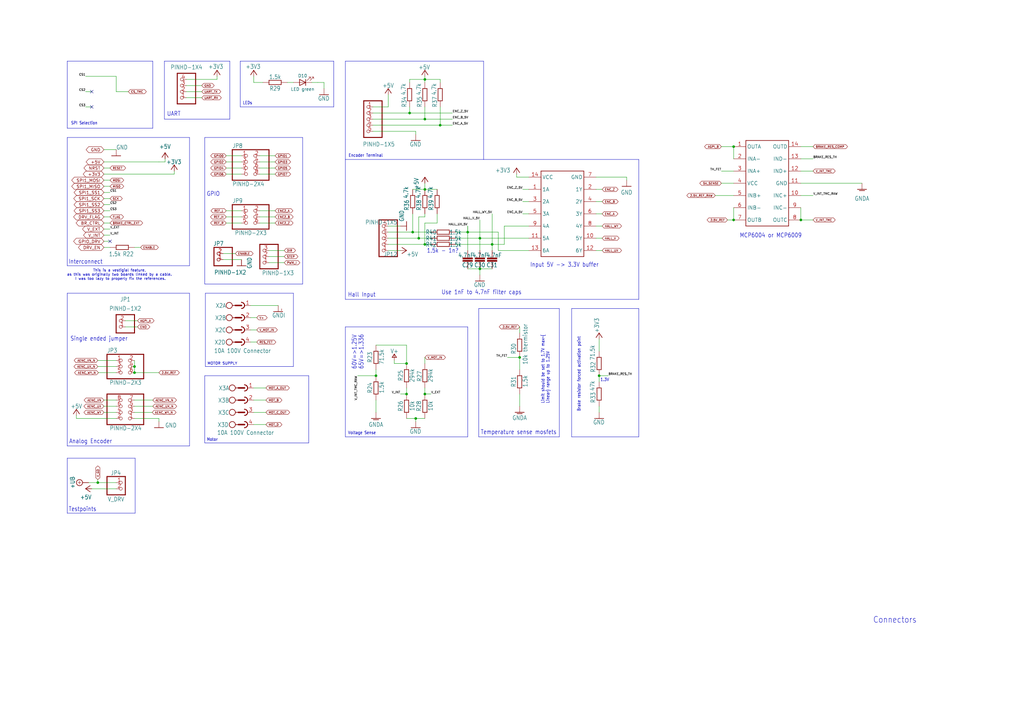
<source format=kicad_sch>
(kicad_sch
	(version 20250114)
	(generator "eeschema")
	(generator_version "9.0")
	(uuid "9f29107d-4516-47c8-9fac-b2d995f9ff36")
	(paper "User" 425.45 298.602)
	
	(text "1.3V"
		(exclude_from_sim no)
		(at 249.428 158.75 0)
		(effects
			(font
				(size 1.27 1.0795)
			)
			(justify left bottom)
		)
		(uuid "03dc2fbb-38fa-44f7-8023-cc6293594a30")
	)
	(text "Testpoints"
		(exclude_from_sim no)
		(at 28.448 212.852 0)
		(effects
			(font
				(size 1.778 1.5113)
			)
			(justify left bottom)
		)
		(uuid "1cedd4e0-2bd5-44be-a33e-c2a65060e55e")
	)
	(text "Connectors"
		(exclude_from_sim no)
		(at 362.712 259.334 0)
		(effects
			(font
				(size 2.54 2.159)
			)
			(justify left bottom)
		)
		(uuid "1d154813-54c3-4d6c-a161-0c248de760e8")
	)
	(text "Motor"
		(exclude_from_sim no)
		(at 85.852 183.642 0)
		(effects
			(font
				(size 1.27 1.0795)
			)
			(justify left bottom)
		)
		(uuid "21649470-4e79-4d43-af8c-c6f1b352229f")
	)
	(text "Single ended jumper"
		(exclude_from_sim no)
		(at 29.21 141.986 0)
		(effects
			(font
				(size 1.778 1.5113)
			)
			(justify left bottom)
		)
		(uuid "247ea659-d6a9-471b-863b-37a245fad552")
	)
	(text "LEDs"
		(exclude_from_sim no)
		(at 100.838 43.688 0)
		(effects
			(font
				(size 1.27 1.0795)
			)
			(justify left bottom)
		)
		(uuid "27300acd-f703-4f38-9dc3-5891e886edf2")
	)
	(text "UART"
		(exclude_from_sim no)
		(at 69.342 48.514 0)
		(effects
			(font
				(size 1.778 1.5113)
			)
			(justify left bottom)
		)
		(uuid "368c8f3a-cdc3-42f1-81c4-3de168c10144")
	)
	(text "60V=>1.25V\n65V=>1.336"
		(exclude_from_sim no)
		(at 151.13 153.67 90)
		(effects
			(font
				(size 1.778 1.5113)
			)
			(justify left bottom)
		)
		(uuid "41a97764-c101-4beb-bd10-87dc7cfca45f")
	)
	(text "This is a vestigial feature, \nas this was originally two boards linked by a cable. \nI was too lazy to properly fix the references."
		(exclude_from_sim no)
		(at 50.038 114.3 0)
		(effects
			(font
				(size 1.0795 1.0795)
			)
		)
		(uuid "427d41c8-0ea9-44b0-aa9a-4f2ad9b7370c")
	)
	(text "Encoder Terminal"
		(exclude_from_sim no)
		(at 144.78 65.532 0)
		(effects
			(font
				(size 1.27 1.0795)
			)
			(justify left bottom)
		)
		(uuid "5f575cbd-6e34-4120-935b-820dd106d4c5")
	)
	(text "1.5k - 1n?"
		(exclude_from_sim no)
		(at 177.292 105.41 0)
		(effects
			(font
				(size 1.778 1.5113)
			)
			(justify left bottom)
		)
		(uuid "60910260-132c-40f8-adcb-78b01be17f46")
	)
	(text "Interconnect"
		(exclude_from_sim no)
		(at 28.448 109.982 0)
		(effects
			(font
				(size 1.778 1.5113)
			)
			(justify left bottom)
		)
		(uuid "63ec6f2b-9ebb-4e2c-a2d9-46c5e779c353")
	)
	(text "Limit should be set to 1.7V max~{\nLinear} range up to 1.25V"
		(exclude_from_sim no)
		(at 228.346 167.894 90)
		(effects
			(font
				(size 1.27 1.0795)
			)
			(justify left bottom)
		)
		(uuid "868233e5-7f34-4923-9a16-7ca1eae7abf6")
	)
	(text "SPI Selection"
		(exclude_from_sim no)
		(at 29.464 52.07 0)
		(effects
			(font
				(size 1.27 1.0795)
			)
			(justify left bottom)
		)
		(uuid "8b0efcdb-69d8-4f4f-89c7-725ba5e77ca2")
	)
	(text "Temperature sense mosfets"
		(exclude_from_sim no)
		(at 199.644 180.848 0)
		(effects
			(font
				(size 1.778 1.5113)
			)
			(justify left bottom)
		)
		(uuid "909cd7e0-ab2d-4f58-a4df-8e34e52c0609")
	)
	(text "MCP6004 or MCP6009"
		(exclude_from_sim no)
		(at 307.34 99.06 0)
		(effects
			(font
				(size 1.778 1.5113)
			)
			(justify left bottom)
		)
		(uuid "b85f86bb-c67d-4019-9212-53a2fdeba4ec")
	)
	(text "Brake resistor forced activation point"
		(exclude_from_sim no)
		(at 241.3 171.196 90)
		(effects
			(font
				(size 1.27 1.0795)
			)
			(justify left bottom)
		)
		(uuid "b94ceb55-ff18-4460-9c3a-f9bbef57d570")
	)
	(text "MOTOR SUPPLY"
		(exclude_from_sim no)
		(at 86.106 151.892 0)
		(effects
			(font
				(size 1.0795 1.0795)
			)
			(justify left bottom)
		)
		(uuid "d910ef09-8469-45b6-a1a5-db9ac3d175ac")
	)
	(text "Analog Encoder"
		(exclude_from_sim no)
		(at 28.702 184.658 0)
		(effects
			(font
				(size 1.778 1.5113)
			)
			(justify left bottom)
		)
		(uuid "d9b71bc1-8792-4187-8d77-ccbd1ae248b4")
	)
	(text "Hall Input"
		(exclude_from_sim no)
		(at 144.526 123.698 0)
		(effects
			(font
				(size 1.778 1.5113)
			)
			(justify left bottom)
		)
		(uuid "efcc71a4-c709-4cd4-b7ac-9406378cb63a")
	)
	(text "Voltage Sense"
		(exclude_from_sim no)
		(at 144.526 180.848 0)
		(effects
			(font
				(size 1.27 1.0795)
			)
			(justify left bottom)
		)
		(uuid "f8a4633d-75a5-42dd-905c-1aab7d1df983")
	)
	(text "Use 1nF to 4.7nF filter caps"
		(exclude_from_sim no)
		(at 183.388 122.682 0)
		(effects
			(font
				(size 1.778 1.5113)
			)
			(justify left bottom)
		)
		(uuid "f8f1774f-28b3-42a8-b376-e6b2edfd3956")
	)
	(text "GPIO"
		(exclude_from_sim no)
		(at 85.852 81.788 0)
		(effects
			(font
				(size 1.778 1.5113)
			)
			(justify left bottom)
		)
		(uuid "f900f6c8-1bc6-493e-9b95-2b7d75162272")
	)
	(text "Input 5V -> 3.3V buffer"
		(exclude_from_sim no)
		(at 220.218 111.252 0)
		(effects
			(font
				(size 1.778 1.5113)
			)
			(justify left bottom)
		)
		(uuid "ffca337c-fb1f-4602-80d1-6be732f3f31e")
	)
	(junction
		(at 194.31 96.52)
		(diameter 0)
		(color 0 0 0 0)
		(uuid "08851a73-7179-433c-b8d8-5e424b0a0c7e")
	)
	(junction
		(at 332.74 91.44)
		(diameter 0)
		(color 0 0 0 0)
		(uuid "0b7100e7-53f4-4d9b-bd2e-3fb47bd3b11b")
	)
	(junction
		(at 171.45 96.52)
		(diameter 0)
		(color 0 0 0 0)
		(uuid "0fc7861d-dbf3-4183-993c-f51d5a6b7284")
	)
	(junction
		(at 55.88 152.4)
		(diameter 0)
		(color 0 0 0 0)
		(uuid "12d35e78-2f54-47ae-ab2b-571006b8da1a")
	)
	(junction
		(at 55.88 154.94)
		(diameter 0)
		(color 0 0 0 0)
		(uuid "17b312bc-f2a1-46dc-a54d-3cd1436cf7bc")
	)
	(junction
		(at 156.21 156.21)
		(diameter 0)
		(color 0 0 0 0)
		(uuid "2527f5a3-66fe-4dca-9e3c-da33a170ff94")
	)
	(junction
		(at 248.92 156.21)
		(diameter 0)
		(color 0 0 0 0)
		(uuid "2d334cc2-f395-4528-96af-fe1d773b1c1c")
	)
	(junction
		(at 182.88 52.07)
		(diameter 0)
		(color 0 0 0 0)
		(uuid "3a9cbb5a-ec29-4e04-a185-ababdc3ba7df")
	)
	(junction
		(at 176.53 49.53)
		(diameter 0)
		(color 0 0 0 0)
		(uuid "4048abb4-2993-41d6-918b-cdcf41fa5d41")
	)
	(junction
		(at 168.91 151.13)
		(diameter 0)
		(color 0 0 0 0)
		(uuid "43ca9203-7542-416a-aa27-370ec6d52359")
	)
	(junction
		(at 204.47 101.6)
		(diameter 0)
		(color 0 0 0 0)
		(uuid "5110ed86-803b-4e78-82d1-c70bacb24ebd")
	)
	(junction
		(at 199.39 99.06)
		(diameter 0)
		(color 0 0 0 0)
		(uuid "70ca45f6-a435-48ba-8d45-850758bf99cf")
	)
	(junction
		(at 172.72 173.99)
		(diameter 0)
		(color 0 0 0 0)
		(uuid "78577562-c155-4170-b6f0-ea3dd3f4b494")
	)
	(junction
		(at 173.99 99.06)
		(diameter 0)
		(color 0 0 0 0)
		(uuid "7ed98dfe-9fe0-4a5b-9063-dc688e5f78a9")
	)
	(junction
		(at 199.39 111.76)
		(diameter 0)
		(color 0 0 0 0)
		(uuid "9aa404cb-73c9-4963-86d7-447de8585b82")
	)
	(junction
		(at 168.91 163.83)
		(diameter 0)
		(color 0 0 0 0)
		(uuid "a2473faa-6cdb-4d84-a0e8-227b7ad7b73e")
	)
	(junction
		(at 304.8 60.96)
		(diameter 0)
		(color 0 0 0 0)
		(uuid "ad148cd3-2c60-439e-9d7c-c0c55a9c6143")
	)
	(junction
		(at 304.8 91.44)
		(diameter 0)
		(color 0 0 0 0)
		(uuid "add34c43-6db2-4b47-b4fb-f44a10c258ec")
	)
	(junction
		(at 170.18 46.99)
		(diameter 0)
		(color 0 0 0 0)
		(uuid "b4af8f60-2d73-4005-9f94-2c0b84c07a64")
	)
	(junction
		(at 215.9 148.59)
		(diameter 0)
		(color 0 0 0 0)
		(uuid "be2275b3-5aa7-48ce-ae44-9a58235a0667")
	)
	(junction
		(at 176.53 78.74)
		(diameter 0)
		(color 0 0 0 0)
		(uuid "c357895b-8706-4ba1-8b3b-ca046aeaca24")
	)
	(junction
		(at 176.53 163.83)
		(diameter 0)
		(color 0 0 0 0)
		(uuid "cc52ef41-e2a5-446c-8cb3-1b08e8996176")
	)
	(junction
		(at 176.53 33.02)
		(diameter 0)
		(color 0 0 0 0)
		(uuid "d9f0b377-abc6-4835-887a-da79c8ed9c15")
	)
	(junction
		(at 176.53 101.6)
		(diameter 0)
		(color 0 0 0 0)
		(uuid "e8fa10a7-011b-4656-82fe-e09816231579")
	)
	(junction
		(at 40.64 200.66)
		(diameter 0)
		(color 0 0 0 0)
		(uuid "ed8e94a4-0e71-4ed0-8c3a-d1d1637b36e1")
	)
	(no_connect
		(at 38.1 38.1)
		(uuid "5d828cba-cc0f-4108-9998-f67c2a0b3551")
	)
	(no_connect
		(at 45.72 100.33)
		(uuid "c0ca2295-08ab-46a4-ba84-bd7a903fc74f")
	)
	(no_connect
		(at 38.1 44.45)
		(uuid "d58d9bca-5488-4ee4-9d06-b3d78100dfe4")
	)
	(wire
		(pts
			(xy 260.35 74.93) (xy 260.35 73.66)
		)
		(stroke
			(width 0.1524)
			(type solid)
		)
		(uuid "005757ba-d110-46bb-9617-b8ffd7349f95")
	)
	(wire
		(pts
			(xy 332.74 81.28) (xy 337.82 81.28)
		)
		(stroke
			(width 0.1524)
			(type solid)
		)
		(uuid "01222891-9d86-4605-918c-5803e90485cd")
	)
	(wire
		(pts
			(xy 176.53 33.02) (xy 176.53 31.75)
		)
		(stroke
			(width 0.1524)
			(type solid)
		)
		(uuid "018b1e57-6d9b-493b-980e-9cec7ce26aa4")
	)
	(wire
		(pts
			(xy 176.53 151.13) (xy 176.53 148.59)
		)
		(stroke
			(width 0.1524)
			(type solid)
		)
		(uuid "01ea57ae-790d-4b89-a754-8045df60eec8")
	)
	(wire
		(pts
			(xy 194.31 96.52) (xy 189.23 96.52)
		)
		(stroke
			(width 0)
			(type default)
		)
		(uuid "021660b7-4979-43d8-9312-110a60a59110")
	)
	(polyline
		(pts
			(xy 232.41 128.27) (xy 198.882 128.27)
		)
		(stroke
			(width 0.1524)
			(type solid)
		)
		(uuid "0256dcae-2714-45d1-a65f-1f7b35fd2632")
	)
	(wire
		(pts
			(xy 52.07 135.89) (xy 57.15 135.89)
		)
		(stroke
			(width 0.1524)
			(type solid)
		)
		(uuid "0260a954-c151-4a2d-acab-a96d7ed28a05")
	)
	(polyline
		(pts
			(xy 143.51 66.294) (xy 200.914 66.294)
		)
		(stroke
			(width 0.1524)
			(type solid)
		)
		(uuid "0755e8dd-d09c-4275-8ed1-13753a07c14d")
	)
	(polyline
		(pts
			(xy 265.43 124.46) (xy 265.43 66.294)
		)
		(stroke
			(width 0.1524)
			(type solid)
		)
		(uuid "07b68e13-db20-435d-aea9-a63d05cf3f1b")
	)
	(wire
		(pts
			(xy 43.18 95.25) (xy 45.72 95.25)
		)
		(stroke
			(width 0.1524)
			(type solid)
		)
		(uuid "087d0e77-6732-4d37-b9fe-53449fcabda0")
	)
	(wire
		(pts
			(xy 105.41 31.75) (xy 105.41 34.29)
		)
		(stroke
			(width 0.1524)
			(type solid)
		)
		(uuid "08a429ea-3bff-4f55-9344-7c95af4b83ef")
	)
	(wire
		(pts
			(xy 176.53 76.2) (xy 176.53 78.74)
		)
		(stroke
			(width 0.1524)
			(type solid)
		)
		(uuid "09da0208-7d3c-4982-9d4f-22251f860737")
	)
	(wire
		(pts
			(xy 104.14 137.16) (xy 106.68 137.16)
		)
		(stroke
			(width 0.1524)
			(type solid)
		)
		(uuid "0b8d035c-ddf9-4b83-862d-94ac9fbe00e6")
	)
	(polyline
		(pts
			(xy 128.27 184.15) (xy 128.27 156.21)
		)
		(stroke
			(width 0.1524)
			(type solid)
		)
		(uuid "0ba89a55-940e-46b7-ae18-cfcc8c76ae70")
	)
	(wire
		(pts
			(xy 68.58 67.31) (xy 68.58 66.04)
		)
		(stroke
			(width 0)
			(type default)
		)
		(uuid "0c54ec8c-875a-4d6f-b915-2316635a808d")
	)
	(polyline
		(pts
			(xy 232.41 181.61) (xy 232.41 128.27)
		)
		(stroke
			(width 0.1524)
			(type solid)
		)
		(uuid "0cedc3ad-4033-4ed3-8fe2-bfdfca772632")
	)
	(wire
		(pts
			(xy 170.18 46.99) (xy 187.96 46.99)
		)
		(stroke
			(width 0.1524)
			(type solid)
		)
		(uuid "0e33ce38-be49-4dff-81e5-8265902e243e")
	)
	(polyline
		(pts
			(xy 85.09 156.21) (xy 85.09 184.15)
		)
		(stroke
			(width 0.1524)
			(type solid)
		)
		(uuid "0ff6250c-1630-4600-9e42-be068c29e369")
	)
	(wire
		(pts
			(xy 118.11 109.22) (xy 111.76 109.22)
		)
		(stroke
			(width 0.1524)
			(type solid)
		)
		(uuid "102e7490-b9d2-4da6-8ad7-5ef1e064c8b5")
	)
	(wire
		(pts
			(xy 72.39 72.39) (xy 72.39 71.12)
		)
		(stroke
			(width 0.1524)
			(type solid)
		)
		(uuid "10bc1faa-414c-4444-abe1-d07553142b46")
	)
	(polyline
		(pts
			(xy 27.94 190.5) (xy 27.94 213.36)
		)
		(stroke
			(width 0.1524)
			(type solid)
		)
		(uuid "1254453e-619a-45e7-891c-57556c7b8f83")
	)
	(wire
		(pts
			(xy 176.53 92.71) (xy 176.53 101.6)
		)
		(stroke
			(width 0.1524)
			(type solid)
		)
		(uuid "1289c0f7-7cab-4fa7-a146-e6d8179070b9")
	)
	(wire
		(pts
			(xy 248.92 156.21) (xy 252.73 156.21)
		)
		(stroke
			(width 0.1524)
			(type solid)
		)
		(uuid "13ba2462-9ab3-4f32-95c8-7cd1d888cf93")
	)
	(wire
		(pts
			(xy 31.75 172.72) (xy 31.75 173.99)
		)
		(stroke
			(width 0.1524)
			(type solid)
		)
		(uuid "14e1a3dd-82d6-4f40-af87-835890316ae2")
	)
	(wire
		(pts
			(xy 250.19 83.82) (xy 247.65 83.82)
		)
		(stroke
			(width 0.1524)
			(type solid)
		)
		(uuid "17a0df75-1b1c-4b7e-88b1-a63e6e9181d2")
	)
	(wire
		(pts
			(xy 168.91 143.51) (xy 168.91 151.13)
		)
		(stroke
			(width 0.1524)
			(type solid)
		)
		(uuid "1885cf71-6cc4-4505-8a10-8dfb63331780")
	)
	(wire
		(pts
			(xy 219.71 83.82) (xy 217.17 83.82)
		)
		(stroke
			(width 0.1524)
			(type solid)
		)
		(uuid "193bdbc4-1993-4236-b18e-85a82271c5de")
	)
	(wire
		(pts
			(xy 215.9 148.59) (xy 215.9 153.67)
		)
		(stroke
			(width 0.1524)
			(type solid)
		)
		(uuid "1b0cbc60-829f-4d44-b8b5-4a13cdcab379")
	)
	(wire
		(pts
			(xy 100.33 72.39) (xy 93.98 72.39)
		)
		(stroke
			(width 0.1524)
			(type solid)
		)
		(uuid "1b289157-39a7-459c-849b-c60b821cfc0c")
	)
	(wire
		(pts
			(xy 172.72 55.88) (xy 172.72 54.61)
		)
		(stroke
			(width 0.1524)
			(type solid)
		)
		(uuid "1d5b3e1b-3692-4f89-99e3-401736d5cc29")
	)
	(wire
		(pts
			(xy 179.07 96.52) (xy 171.45 96.52)
		)
		(stroke
			(width 0.1524)
			(type solid)
		)
		(uuid "1ef2281d-0a92-4b31-af44-a4c409c9a152")
	)
	(wire
		(pts
			(xy 260.35 73.66) (xy 247.65 73.66)
		)
		(stroke
			(width 0.1524)
			(type solid)
		)
		(uuid "1efa33c2-f6c7-4279-875e-aeea8bc69504")
	)
	(wire
		(pts
			(xy 105.41 171.45) (xy 110.49 171.45)
		)
		(stroke
			(width 0.1524)
			(type solid)
		)
		(uuid "2012c66c-7368-420f-8998-1a6e8f67f681")
	)
	(wire
		(pts
			(xy 173.99 90.17) (xy 173.99 99.06)
		)
		(stroke
			(width 0.1524)
			(type solid)
		)
		(uuid "206d6292-95eb-44f4-8197-ddc7302fd2f8")
	)
	(wire
		(pts
			(xy 161.29 44.45) (xy 154.94 44.45)
		)
		(stroke
			(width 0.1524)
			(type solid)
		)
		(uuid "20bef0eb-acfa-4db1-bcb8-574002584b27")
	)
	(wire
		(pts
			(xy 48.26 38.1) (xy 53.34 38.1)
		)
		(stroke
			(width 0.1524)
			(type solid)
		)
		(uuid "21800b86-2c8a-4aad-b030-10b90a92dca1")
	)
	(wire
		(pts
			(xy 92.71 107.95) (xy 100.33 107.95)
		)
		(stroke
			(width 0.1524)
			(type solid)
		)
		(uuid "2237db94-51e9-4f55-a44f-0f1452b068fa")
	)
	(wire
		(pts
			(xy 304.8 60.96) (xy 299.72 60.96)
		)
		(stroke
			(width 0.1524)
			(type solid)
		)
		(uuid "224b9d19-bf3f-4c5d-926b-1e0e71eadc4b")
	)
	(polyline
		(pts
			(xy 194.31 181.61) (xy 143.51 181.61)
		)
		(stroke
			(width 0.1524)
			(type solid)
		)
		(uuid "2380978b-8331-42e8-a854-e33494814fe9")
	)
	(wire
		(pts
			(xy 93.98 92.71) (xy 100.33 92.71)
		)
		(stroke
			(width 0.1524)
			(type solid)
		)
		(uuid "240e2650-fd5c-4b32-aa75-81dac087b251")
	)
	(polyline
		(pts
			(xy 63.5 25.4) (xy 27.94 25.4)
		)
		(stroke
			(width 0.1524)
			(type solid)
		)
		(uuid "2413b9cb-76e1-4f72-8f48-6d95d994e3b3")
	)
	(wire
		(pts
			(xy 215.9 163.83) (xy 215.9 168.91)
		)
		(stroke
			(width 0.1524)
			(type solid)
		)
		(uuid "24f6745d-0a81-4f6e-988d-a21f0f49daf1")
	)
	(wire
		(pts
			(xy 248.92 168.91) (xy 248.92 171.45)
		)
		(stroke
			(width 0.1524)
			(type solid)
		)
		(uuid "2551e752-aa94-4e49-90df-d539fb60a48f")
	)
	(wire
		(pts
			(xy 204.47 101.6) (xy 209.55 101.6)
		)
		(stroke
			(width 0.1524)
			(type solid)
		)
		(uuid "2615f9d6-d2a8-4e43-bf71-f617bff5a408")
	)
	(wire
		(pts
			(xy 43.18 72.39) (xy 72.39 72.39)
		)
		(stroke
			(width 0.1524)
			(type solid)
		)
		(uuid "2851908a-dc62-424c-b499-a6201b5c83a5")
	)
	(polyline
		(pts
			(xy 121.92 152.4) (xy 85.344 152.4)
		)
		(stroke
			(width 0.1524)
			(type solid)
		)
		(uuid "287a0f1b-e61d-4d20-bb95-4127beb6bf15")
	)
	(wire
		(pts
			(xy 194.31 93.98) (xy 194.31 96.52)
		)
		(stroke
			(width 0)
			(type default)
		)
		(uuid "29e49e6b-e1c7-4bc7-bc89-e9665d7987b9")
	)
	(polyline
		(pts
			(xy 78.74 57.15) (xy 27.94 57.15)
		)
		(stroke
			(width 0.1524)
			(type solid)
		)
		(uuid "2b13f882-2b84-420c-8070-23023576e474")
	)
	(wire
		(pts
			(xy 170.18 33.02) (xy 170.18 34.29)
		)
		(stroke
			(width 0.1524)
			(type solid)
		)
		(uuid "2bfc82f0-1a09-46ca-94cd-4416e3d7bc62")
	)
	(wire
		(pts
			(xy 43.18 82.55) (xy 45.72 82.55)
		)
		(stroke
			(width 0.1524)
			(type solid)
		)
		(uuid "2d4b2391-f03b-427a-b28f-8edaec6b86b0")
	)
	(wire
		(pts
			(xy 104.14 132.08) (xy 106.68 132.08)
		)
		(stroke
			(width 0.1524)
			(type solid)
		)
		(uuid "2e14cf7a-2d94-47cd-9d24-9532f3a03172")
	)
	(wire
		(pts
			(xy 219.71 78.74) (xy 217.17 78.74)
		)
		(stroke
			(width 0.1524)
			(type solid)
		)
		(uuid "2eb37eaf-9bfe-4516-9f67-2cd9d9cfba3c")
	)
	(wire
		(pts
			(xy 55.88 154.94) (xy 66.04 154.94)
		)
		(stroke
			(width 0.1524)
			(type solid)
		)
		(uuid "2fd1af12-accf-4274-8864-eaf2306261f8")
	)
	(wire
		(pts
			(xy 55.88 102.87) (xy 58.42 102.87)
		)
		(stroke
			(width 0.1524)
			(type solid)
		)
		(uuid "2ff76eab-1473-4492-8c95-7f5856cc26e4")
	)
	(polyline
		(pts
			(xy 63.5 53.34) (xy 63.5 25.4)
		)
		(stroke
			(width 0.1524)
			(type solid)
		)
		(uuid "300dc002-9beb-41c2-a05d-334922137822")
	)
	(wire
		(pts
			(xy 214.63 73.66) (xy 214.63 72.39)
		)
		(stroke
			(width 0.1524)
			(type solid)
		)
		(uuid "30326860-56eb-4a24-8842-28621becdfa3")
	)
	(wire
		(pts
			(xy 63.5 168.91) (xy 55.88 168.91)
		)
		(stroke
			(width 0.1524)
			(type solid)
		)
		(uuid "313343a3-a254-4352-b38b-7e6b585855c6")
	)
	(wire
		(pts
			(xy 134.62 36.83) (xy 134.62 34.29)
		)
		(stroke
			(width 0)
			(type default)
		)
		(uuid "323b59a3-7572-4f6c-ac16-e11d2557d029")
	)
	(wire
		(pts
			(xy 107.95 90.17) (xy 114.3 90.17)
		)
		(stroke
			(width 0.1524)
			(type solid)
		)
		(uuid "33026afe-7012-45b3-a04c-8295b1a98f15")
	)
	(wire
		(pts
			(xy 43.18 100.33) (xy 45.72 100.33)
		)
		(stroke
			(width 0.1524)
			(type solid)
		)
		(uuid "3363834f-5ecd-4277-80eb-f97c1dd841d8")
	)
	(wire
		(pts
			(xy 48.26 154.94) (xy 40.894 154.94)
		)
		(stroke
			(width 0.1524)
			(type solid)
		)
		(uuid "36b681c6-770d-4f7b-b3a7-5dfa83d22021")
	)
	(wire
		(pts
			(xy 43.18 97.79) (xy 45.72 97.79)
		)
		(stroke
			(width 0.1524)
			(type solid)
		)
		(uuid "386ed7f8-988f-44af-9313-89b9fdca2903")
	)
	(wire
		(pts
			(xy 194.31 93.98) (xy 194.31 96.52)
		)
		(stroke
			(width 0.1524)
			(type solid)
		)
		(uuid "3c48b933-14ee-4f2a-ac66-d8d923d6dd97")
	)
	(wire
		(pts
			(xy 48.26 166.37) (xy 43.18 166.37)
		)
		(stroke
			(width 0.1524)
			(type solid)
		)
		(uuid "3e3be315-c2a5-4a07-b267-d18210401ed6")
	)
	(wire
		(pts
			(xy 92.71 105.41) (xy 97.79 105.41)
		)
		(stroke
			(width 0.1524)
			(type solid)
		)
		(uuid "420029df-e90b-4fad-a773-c9d146bec44d")
	)
	(wire
		(pts
			(xy 154.94 52.07) (xy 182.88 52.07)
		)
		(stroke
			(width 0.1524)
			(type solid)
		)
		(uuid "424bae28-4337-478e-a6b0-b05917bf84fd")
	)
	(wire
		(pts
			(xy 114.3 69.85) (xy 107.95 69.85)
		)
		(stroke
			(width 0.1524)
			(type solid)
		)
		(uuid "426c4532-92c8-484f-b4a3-a5dbfdd7eee4")
	)
	(polyline
		(pts
			(xy 95.504 25.4) (xy 68.326 25.4)
		)
		(stroke
			(width 0.1524)
			(type solid)
		)
		(uuid "42aa1767-d0e6-4268-b14d-2035764a7d9a")
	)
	(wire
		(pts
			(xy 332.74 66.04) (xy 337.82 66.04)
		)
		(stroke
			(width 0.1524)
			(type solid)
		)
		(uuid "42c5f191-0097-4aac-baf7-864271ae862c")
	)
	(wire
		(pts
			(xy 332.74 76.2) (xy 358.14 76.2)
		)
		(stroke
			(width 0.1524)
			(type solid)
		)
		(uuid "43ca909b-4708-4a9d-b291-d16ad24acc69")
	)
	(wire
		(pts
			(xy 43.18 69.85) (xy 45.72 69.85)
		)
		(stroke
			(width 0.1524)
			(type solid)
		)
		(uuid "443ed1b4-6c54-4530-8574-0d3c6ef44628")
	)
	(polyline
		(pts
			(xy 143.51 135.89) (xy 194.31 135.89)
		)
		(stroke
			(width 0.1524)
			(type solid)
		)
		(uuid "459632f0-eed1-44f0-97df-880e8f8916f5")
	)
	(wire
		(pts
			(xy 304.8 91.44) (xy 302.26 91.44)
		)
		(stroke
			(width 0.1524)
			(type solid)
		)
		(uuid "461a16bd-cfb7-41d6-a05d-3d1fc559b90c")
	)
	(polyline
		(pts
			(xy 85.344 152.4) (xy 85.344 121.92)
		)
		(stroke
			(width 0.1524)
			(type solid)
		)
		(uuid "46cd7edb-c2e7-4a4f-9b4d-9d1d016484fc")
	)
	(wire
		(pts
			(xy 52.07 133.35) (xy 57.15 133.35)
		)
		(stroke
			(width 0.1524)
			(type solid)
		)
		(uuid "4825abe4-a67e-423e-8764-0f1ce1533cb6")
	)
	(wire
		(pts
			(xy 154.94 46.99) (xy 170.18 46.99)
		)
		(stroke
			(width 0.1524)
			(type solid)
		)
		(uuid "483abe50-c62c-47ad-b3c7-3cfaf12f3f52")
	)
	(polyline
		(pts
			(xy 85.09 57.15) (xy 85.09 118.11)
		)
		(stroke
			(width 0.1524)
			(type solid)
		)
		(uuid "486fde44-3e83-446e-acb6-d9460d427b0b")
	)
	(wire
		(pts
			(xy 214.63 73.66) (xy 219.71 73.66)
		)
		(stroke
			(width 0.1524)
			(type solid)
		)
		(uuid "49269849-e58e-4648-a356-b15dbd5013f3")
	)
	(wire
		(pts
			(xy 107.95 72.39) (xy 114.3 72.39)
		)
		(stroke
			(width 0.1524)
			(type solid)
		)
		(uuid "4c2d6367-0594-48be-b589-260edcdf7dd6")
	)
	(wire
		(pts
			(xy 176.53 101.6) (xy 179.07 101.6)
		)
		(stroke
			(width 0.1524)
			(type solid)
		)
		(uuid "4c5f6884-ac1d-498f-bf17-0cb4c0dbd53d")
	)
	(wire
		(pts
			(xy 168.91 161.29) (xy 168.91 163.83)
		)
		(stroke
			(width 0.1524)
			(type solid)
		)
		(uuid "4eaa6a51-efb8-40de-aad8-25241037d8e6")
	)
	(polyline
		(pts
			(xy 138.684 44.45) (xy 138.684 25.4)
		)
		(stroke
			(width 0.1524)
			(type solid)
		)
		(uuid "4fe59361-2417-46a0-b16d-d8f47ff9bc91")
	)
	(polyline
		(pts
			(xy 125.73 57.15) (xy 85.09 57.15)
		)
		(stroke
			(width 0.1524)
			(type solid)
		)
		(uuid "506841c9-c47f-4fdc-bef8-dfc01a1755b5")
	)
	(wire
		(pts
			(xy 163.83 151.13) (xy 168.91 151.13)
		)
		(stroke
			(width 0.1524)
			(type solid)
		)
		(uuid "50909fa5-79c1-462d-89a5-8a0e08e5dd99")
	)
	(wire
		(pts
			(xy 43.18 77.47) (xy 45.72 77.47)
		)
		(stroke
			(width 0.1524)
			(type solid)
		)
		(uuid "52847623-c909-4715-b484-86821d070dc3")
	)
	(wire
		(pts
			(xy 105.41 166.37) (xy 110.49 166.37)
		)
		(stroke
			(width 0.1524)
			(type solid)
		)
		(uuid "538b8efb-17e7-4ee7-96b3-0651124108c7")
	)
	(wire
		(pts
			(xy 172.72 173.99) (xy 172.72 175.26)
		)
		(stroke
			(width 0)
			(type default)
		)
		(uuid "5455d321-d7c7-469b-ace7-7936250c4362")
	)
	(wire
		(pts
			(xy 204.47 101.6) (xy 189.23 101.6)
		)
		(stroke
			(width 0)
			(type default)
		)
		(uuid "548eba5d-40f1-446c-8141-e6190fc6c4fe")
	)
	(wire
		(pts
			(xy 204.47 104.14) (xy 204.47 101.6)
		)
		(stroke
			(width 0.1524)
			(type solid)
		)
		(uuid "549c38c2-f1b8-4124-b373-fe8f5fd2771b")
	)
	(wire
		(pts
			(xy 304.8 60.96) (xy 304.8 66.04)
		)
		(stroke
			(width 0.1524)
			(type solid)
		)
		(uuid "54f4af3a-c3d7-4cd8-844a-9d237ff217b7")
	)
	(polyline
		(pts
			(xy 237.49 181.61) (xy 265.43 181.61)
		)
		(stroke
			(width 0.1524)
			(type solid)
		)
		(uuid "54f75f1b-f64a-4378-9beb-543c910fc86c")
	)
	(wire
		(pts
			(xy 332.74 60.96) (xy 337.82 60.96)
		)
		(stroke
			(width 0.1524)
			(type solid)
		)
		(uuid "551329a6-704b-408d-a0f9-15123133a9df")
	)
	(wire
		(pts
			(xy 43.18 80.01) (xy 45.72 80.01)
		)
		(stroke
			(width 0.1524)
			(type solid)
		)
		(uuid "55c39ab9-0409-40a6-882c-7fea061573d3")
	)
	(wire
		(pts
			(xy 43.18 62.23) (xy 48.26 62.23)
		)
		(stroke
			(width 0.1524)
			(type solid)
		)
		(uuid "58fc640b-7172-43b2-a7c3-b36e5a5bcde9")
	)
	(wire
		(pts
			(xy 171.45 88.9) (xy 171.45 96.52)
		)
		(stroke
			(width 0.1524)
			(type solid)
		)
		(uuid "59373bfd-7aba-4771-997b-5be3081767c5")
	)
	(polyline
		(pts
			(xy 143.51 124.46) (xy 265.43 124.46)
		)
		(stroke
			(width 0.1524)
			(type solid)
		)
		(uuid "5ab59bc7-3d62-4bc0-8694-e6bcd784b9d7")
	)
	(wire
		(pts
			(xy 248.92 156.21) (xy 248.92 158.75)
		)
		(stroke
			(width 0.1524)
			(type solid)
		)
		(uuid "5c57f56e-4a0a-4d75-92a1-3b472b12c0da")
	)
	(wire
		(pts
			(xy 199.39 111.76) (xy 199.39 114.3)
		)
		(stroke
			(width 0.1524)
			(type solid)
		)
		(uuid "5d907906-68d8-4715-9955-8926b3a66cfe")
	)
	(wire
		(pts
			(xy 111.76 104.14) (xy 118.11 104.14)
		)
		(stroke
			(width 0.1524)
			(type solid)
		)
		(uuid "5dd656c8-f365-45e4-a85f-d8520e78585d")
	)
	(wire
		(pts
			(xy 105.41 176.53) (xy 110.49 176.53)
		)
		(stroke
			(width 0.1524)
			(type solid)
		)
		(uuid "5f5c24da-f16a-42ae-85cf-5de5dce9dbf6")
	)
	(wire
		(pts
			(xy 48.26 31.75) (xy 48.26 38.1)
		)
		(stroke
			(width 0.1524)
			(type solid)
		)
		(uuid "60d650e3-bc98-4c34-9a9a-a585ebe595ef")
	)
	(wire
		(pts
			(xy 100.33 64.77) (xy 93.98 64.77)
		)
		(stroke
			(width 0.1524)
			(type solid)
		)
		(uuid "62842a2e-6e08-4b35-b3b5-8cc3021ff4cc")
	)
	(wire
		(pts
			(xy 40.64 199.39) (xy 40.64 200.66)
		)
		(stroke
			(width 0.1524)
			(type solid)
		)
		(uuid "62b0feb8-722a-4777-b3c6-104cb418bed4")
	)
	(wire
		(pts
			(xy 161.29 93.98) (xy 166.37 93.98)
		)
		(stroke
			(width 0.1524)
			(type solid)
		)
		(uuid "642caed2-8a79-4e4f-aa39-1a9b08fed699")
	)
	(wire
		(pts
			(xy 100.33 87.63) (xy 93.98 87.63)
		)
		(stroke
			(width 0.1524)
			(type solid)
		)
		(uuid "6552a7b3-4f3b-4b71-957f-dda40644cff9")
	)
	(wire
		(pts
			(xy 156.21 166.37) (xy 156.21 171.45)
		)
		(stroke
			(width 0.1524)
			(type solid)
		)
		(uuid "65e7e656-d722-4c6a-9756-cce9c8ae22bf")
	)
	(polyline
		(pts
			(xy 143.51 66.294) (xy 143.51 124.46)
		)
		(stroke
			(width 0.1524)
			(type solid)
		)
		(uuid "67632395-f84d-48f8-8124-b6d3cbe8c32e")
	)
	(wire
		(pts
			(xy 134.62 34.29) (xy 132.08 34.29)
		)
		(stroke
			(width 0)
			(type default)
		)
		(uuid "677c3a66-4ded-4f75-ae06-75b0535fd1b0")
	)
	(polyline
		(pts
			(xy 78.74 110.49) (xy 78.74 57.15)
		)
		(stroke
			(width 0.1524)
			(type solid)
		)
		(uuid "67a53f7f-3488-4011-9499-0ff2a03ffdd0")
	)
	(wire
		(pts
			(xy 204.47 88.9) (xy 204.47 101.6)
		)
		(stroke
			(width 0)
			(type default)
		)
		(uuid "68bc2c8c-d2e3-49c6-b256-c89c5f33ec8f")
	)
	(wire
		(pts
			(xy 168.91 173.99) (xy 172.72 173.99)
		)
		(stroke
			(width 0.1524)
			(type solid)
		)
		(uuid "6a3e2c49-1608-4a73-a712-d14e21da22b6")
	)
	(wire
		(pts
			(xy 48.26 171.45) (xy 43.18 171.45)
		)
		(stroke
			(width 0.1524)
			(type solid)
		)
		(uuid "6a4e3e75-a10d-4bdd-948b-e2384829d33d")
	)
	(wire
		(pts
			(xy 66.04 175.26) (xy 66.04 173.99)
		)
		(stroke
			(width 0.1524)
			(type solid)
		)
		(uuid "6b1511d3-586c-406f-ba7e-e5d436f4c092")
	)
	(polyline
		(pts
			(xy 138.684 25.4) (xy 99.822 25.4)
		)
		(stroke
			(width 0.1524)
			(type solid)
		)
		(uuid "6ba6f6fa-a12c-46d8-8560-01e9235bc2de")
	)
	(wire
		(pts
			(xy 332.74 71.12) (xy 337.82 71.12)
		)
		(stroke
			(width 0.1524)
			(type solid)
		)
		(uuid "6f7fb16b-2de2-43da-bef1-40a0aa63a0d2")
	)
	(wire
		(pts
			(xy 209.55 93.98) (xy 219.71 93.98)
		)
		(stroke
			(width 0.1524)
			(type solid)
		)
		(uuid "6fc29a15-8789-4685-9bb1-177c6dc68406")
	)
	(wire
		(pts
			(xy 35.56 44.45) (xy 38.1 44.45)
		)
		(stroke
			(width 0.1524)
			(type solid)
		)
		(uuid "7184f1bb-4d13-4bc2-9340-40738aef33af")
	)
	(wire
		(pts
			(xy 48.26 168.91) (xy 43.18 168.91)
		)
		(stroke
			(width 0.1524)
			(type solid)
		)
		(uuid "740cb4e8-079c-42f2-b97d-c8049cf8ff56")
	)
	(wire
		(pts
			(xy 176.53 90.17) (xy 176.53 88.9)
		)
		(stroke
			(width 0.1524)
			(type solid)
		)
		(uuid "74b30b09-3023-42ad-a392-30a93505b5de")
	)
	(wire
		(pts
			(xy 38.1 203.2) (xy 48.26 203.2)
		)
		(stroke
			(width 0.1524)
			(type solid)
		)
		(uuid "762a1585-4e21-4fdd-b2e7-5c929aabc3db")
	)
	(polyline
		(pts
			(xy 85.09 184.15) (xy 128.27 184.15)
		)
		(stroke
			(width 0.1524)
			(type solid)
		)
		(uuid "794307e1-9f4a-41f3-936e-9169fbdded9f")
	)
	(wire
		(pts
			(xy 209.55 101.6) (xy 209.55 93.98)
		)
		(stroke
			(width 0.1524)
			(type solid)
		)
		(uuid "799a66b4-baf1-484e-a8ad-560305e51074")
	)
	(wire
		(pts
			(xy 35.56 38.1) (xy 38.1 38.1)
		)
		(stroke
			(width 0.1524)
			(type solid)
		)
		(uuid "7a76afd0-1d94-4a46-84cb-be0f720e13c0")
	)
	(wire
		(pts
			(xy 55.88 152.4) (xy 55.88 154.94)
		)
		(stroke
			(width 0.1524)
			(type solid)
		)
		(uuid "7ab4fc99-e5e8-4f9b-b8a2-09e9d9201252")
	)
	(polyline
		(pts
			(xy 56.134 190.5) (xy 27.94 190.5)
		)
		(stroke
			(width 0.1524)
			(type solid)
		)
		(uuid "7cfe8b3b-7d00-450d-9ba5-38ea0753f04b")
	)
	(wire
		(pts
			(xy 161.29 101.6) (xy 176.53 101.6)
		)
		(stroke
			(width 0.1524)
			(type solid)
		)
		(uuid "7d08e0a9-bd84-4fb9-af11-06b888b2fee1")
	)
	(wire
		(pts
			(xy 250.19 88.9) (xy 247.65 88.9)
		)
		(stroke
			(width 0.1524)
			(type solid)
		)
		(uuid "7df8794b-a8ec-43c2-909a-b2be3f796dff")
	)
	(polyline
		(pts
			(xy 27.94 185.42) (xy 78.74 185.42)
		)
		(stroke
			(width 0.1524)
			(type solid)
		)
		(uuid "81239c6a-c769-4b6f-a16b-ee42a68b16f2")
	)
	(polyline
		(pts
			(xy 125.73 118.11) (xy 125.73 57.15)
		)
		(stroke
			(width 0.1524)
			(type solid)
		)
		(uuid "817b7bd9-32f0-424a-84d9-b5fc6ce2adf7")
	)
	(wire
		(pts
			(xy 105.41 34.29) (xy 109.22 34.29)
		)
		(stroke
			(width 0.1524)
			(type solid)
		)
		(uuid "82a250f5-f34b-4077-8827-ecb1825ab249")
	)
	(wire
		(pts
			(xy 199.39 111.76) (xy 204.47 111.76)
		)
		(stroke
			(width 0.1524)
			(type solid)
		)
		(uuid "85142311-4f79-4b7f-9b97-9528acd28d84")
	)
	(wire
		(pts
			(xy 247.65 104.14) (xy 250.19 104.14)
		)
		(stroke
			(width 0.1524)
			(type solid)
		)
		(uuid "85a9d08e-3a02-4247-b2e4-39102603bbef")
	)
	(polyline
		(pts
			(xy 128.27 156.21) (xy 85.09 156.21)
		)
		(stroke
			(width 0.1524)
			(type solid)
		)
		(uuid "85d31aeb-ab66-47a7-a1cb-f819f908056a")
	)
	(wire
		(pts
			(xy 43.18 85.09) (xy 45.72 85.09)
		)
		(stroke
			(width 0.1524)
			(type solid)
		)
		(uuid "862da24e-1b40-410d-900b-a98a17d3747a")
	)
	(wire
		(pts
			(xy 111.76 106.68) (xy 118.11 106.68)
		)
		(stroke
			(width 0.1524)
			(type solid)
		)
		(uuid "88f01601-0ac9-4e79-abe7-cab17bf61eac")
	)
	(polyline
		(pts
			(xy 95.504 49.53) (xy 95.504 25.4)
		)
		(stroke
			(width 0.1524)
			(type solid)
		)
		(uuid "896c96c4-81b0-4313-9272-33b958856878")
	)
	(wire
		(pts
			(xy 66.04 67.31) (xy 68.58 67.31)
		)
		(stroke
			(width 0)
			(type default)
		)
		(uuid "8b04e0b6-3e4d-450b-b865-17caae8f26b5")
	)
	(wire
		(pts
			(xy 173.99 99.06) (xy 179.07 99.06)
		)
		(stroke
			(width 0.1524)
			(type solid)
		)
		(uuid "8b4489e5-940d-41ce-813f-24d652769017")
	)
	(polyline
		(pts
			(xy 99.822 44.45) (xy 138.684 44.45)
		)
		(stroke
			(width 0.1524)
			(type solid)
		)
		(uuid "8b5a3094-6d75-4ecd-8a16-27106bff8ad7")
	)
	(wire
		(pts
			(xy 181.61 92.71) (xy 176.53 92.71)
		)
		(stroke
			(width 0.1524)
			(type solid)
		)
		(uuid "8bba7756-d2ef-4c59-a505-9211774045a1")
	)
	(polyline
		(pts
			(xy 265.43 181.61) (xy 265.43 128.27)
		)
		(stroke
			(width 0.1524)
			(type solid)
		)
		(uuid "8c3c14ab-5db2-4ccb-b681-0cabeb6870bc")
	)
	(wire
		(pts
			(xy 247.65 78.74) (xy 250.19 78.74)
		)
		(stroke
			(width 0.1524)
			(type solid)
		)
		(uuid "8cd7a05b-2ce0-4dcd-80bc-e4af5dd5d865")
	)
	(wire
		(pts
			(xy 194.31 111.76) (xy 199.39 111.76)
		)
		(stroke
			(width 0.1524)
			(type solid)
		)
		(uuid "8d2393f9-56e9-461a-9ad5-1c09e8a22f4c")
	)
	(polyline
		(pts
			(xy 56.134 213.36) (xy 56.134 190.5)
		)
		(stroke
			(width 0.1524)
			(type solid)
		)
		(uuid "8d2b59c6-0485-4f6d-a4db-dae1f18ff4e0")
	)
	(polyline
		(pts
			(xy 265.43 128.27) (xy 237.49 128.27)
		)
		(stroke
			(width 0.1524)
			(type solid)
		)
		(uuid "8e74380a-a662-44b5-b43b-f16d409c8d8a")
	)
	(wire
		(pts
			(xy 176.53 44.45) (xy 176.53 49.53)
		)
		(stroke
			(width 0.1524)
			(type solid)
		)
		(uuid "90046d27-ac53-442d-b7a2-53d54d803681")
	)
	(wire
		(pts
			(xy 332.74 91.44) (xy 337.82 91.44)
		)
		(stroke
			(width 0.1524)
			(type solid)
		)
		(uuid "928292e4-f994-4e61-bc6c-dbfbfc8eff8e")
	)
	(wire
		(pts
			(xy 148.59 156.21) (xy 156.21 156.21)
		)
		(stroke
			(width 0.1524)
			(type solid)
		)
		(uuid "92b199ce-7670-482f-b021-f1345ae71de1")
	)
	(wire
		(pts
			(xy 304.8 76.2) (xy 299.72 76.2)
		)
		(stroke
			(width 0.1524)
			(type solid)
		)
		(uuid "94a4745f-e5e8-4c45-893b-8ac587ef6322")
	)
	(wire
		(pts
			(xy 115.57 127) (xy 104.14 127)
		)
		(stroke
			(width 0.1524)
			(type solid)
		)
		(uuid "96814768-e7db-4c81-9c37-06cd8f2c243c")
	)
	(wire
		(pts
			(xy 129.54 34.29) (xy 132.08 34.29)
		)
		(stroke
			(width 0.1524)
			(type solid)
		)
		(uuid "969ed114-e2a5-4c6a-bef4-0198bd8209e9")
	)
	(polyline
		(pts
			(xy 68.326 49.53) (xy 95.504 49.53)
		)
		(stroke
			(width 0.1524)
			(type solid)
		)
		(uuid "96b947d3-8b42-4628-947f-a3ef7cd0df31")
	)
	(polyline
		(pts
			(xy 27.94 121.92) (xy 27.94 185.42)
		)
		(stroke
			(width 0.1524)
			(type solid)
		)
		(uuid "96f40122-14ed-4531-bed3-22313d55838a")
	)
	(wire
		(pts
			(xy 107.95 64.77) (xy 114.3 64.77)
		)
		(stroke
			(width 0.1524)
			(type solid)
		)
		(uuid "972f40c9-1c69-4a23-beae-47d887ac1f10")
	)
	(polyline
		(pts
			(xy 99.822 25.4) (xy 99.822 44.45)
		)
		(stroke
			(width 0.1524)
			(type solid)
		)
		(uuid "97489997-192e-4cdb-8869-f28ec10bd69d")
	)
	(wire
		(pts
			(xy 304.8 86.36) (xy 304.8 91.44)
		)
		(stroke
			(width 0.1524)
			(type solid)
		)
		(uuid "9778c40d-6c01-4007-b181-c04dfd97e4f8")
	)
	(wire
		(pts
			(xy 332.74 86.36) (xy 332.74 91.44)
		)
		(stroke
			(width 0.1524)
			(type solid)
		)
		(uuid "99318e2d-b0f4-4d8e-bab5-1ff23a21de17")
	)
	(polyline
		(pts
			(xy 200.914 25.4) (xy 143.51 25.4)
		)
		(stroke
			(width 0.1524)
			(type solid)
		)
		(uuid "9941e32e-1f02-40c4-914a-ded02691bb96")
	)
	(wire
		(pts
			(xy 163.83 149.86) (xy 163.83 151.13)
		)
		(stroke
			(width 0.1524)
			(type solid)
		)
		(uuid "9b98e9a1-e32e-496b-b3c3-8cc8fdfe1a70")
	)
	(polyline
		(pts
			(xy 237.49 128.27) (xy 237.49 181.61)
		)
		(stroke
			(width 0.1524)
			(type solid)
		)
		(uuid "9bb735ad-0b78-47e4-a543-25673827eabf")
	)
	(wire
		(pts
			(xy 156.21 143.51) (xy 168.91 143.51)
		)
		(stroke
			(width 0.1524)
			(type solid)
		)
		(uuid "9c093b88-b102-47f7-8f4c-731bb9729b0b")
	)
	(wire
		(pts
			(xy 90.17 33.02) (xy 77.47 33.02)
		)
		(stroke
			(width 0.1524)
			(type solid)
		)
		(uuid "9cbde24c-0756-4446-821d-8063cec13457")
	)
	(wire
		(pts
			(xy 43.18 74.93) (xy 45.72 74.93)
		)
		(stroke
			(width 0.1524)
			(type solid)
		)
		(uuid "a014923a-32cf-450a-a413-6b047eebb051")
	)
	(polyline
		(pts
			(xy 85.09 118.11) (xy 125.73 118.11)
		)
		(stroke
			(width 0.1524)
			(type solid)
		)
		(uuid "a057abad-c99a-4819-b68d-527dca963aa6")
	)
	(wire
		(pts
			(xy 107.95 92.71) (xy 114.3 92.71)
		)
		(stroke
			(width 0.1524)
			(type solid)
		)
		(uuid "a077f3c2-0341-48c6-af64-286841306703")
	)
	(wire
		(pts
			(xy 181.61 88.9) (xy 181.61 92.71)
		)
		(stroke
			(width 0.1524)
			(type solid)
		)
		(uuid "a1b1cea0-b3ff-4d9c-8780-83d9ff72d2f6")
	)
	(polyline
		(pts
			(xy 265.43 66.294) (xy 200.914 66.294)
		)
		(stroke
			(width 0.1524)
			(type solid)
		)
		(uuid "a2198983-5743-45b4-87ef-b4262de85dc1")
	)
	(wire
		(pts
			(xy 93.98 90.17) (xy 100.33 90.17)
		)
		(stroke
			(width 0.1524)
			(type solid)
		)
		(uuid "a26d456f-7623-4856-a8ac-c0987554639b")
	)
	(wire
		(pts
			(xy 43.18 92.71) (xy 45.72 92.71)
		)
		(stroke
			(width 0.1524)
			(type solid)
		)
		(uuid "a3ccb718-002a-4bb9-9f51-c974f438e7e9")
	)
	(wire
		(pts
			(xy 304.8 81.28) (xy 297.18 81.28)
		)
		(stroke
			(width 0.1524)
			(type solid)
		)
		(uuid "a6c21d2f-831d-49d9-ac7f-c196573cbc8f")
	)
	(wire
		(pts
			(xy 219.71 104.14) (xy 207.01 104.14)
		)
		(stroke
			(width 0.1524)
			(type solid)
		)
		(uuid "a70ab361-67a8-4287-95a1-d0b33c50a72f")
	)
	(wire
		(pts
			(xy 248.92 146.05) (xy 248.92 140.97)
		)
		(stroke
			(width 0.1524)
			(type solid)
		)
		(uuid "a79702c3-b2f4-469a-a488-b4fb5ebcf5ef")
	)
	(wire
		(pts
			(xy 66.04 173.99) (xy 55.88 173.99)
		)
		(stroke
			(width 0.1524)
			(type solid)
		)
		(uuid "a998cc7c-184c-4beb-a761-04ec868ed2a9")
	)
	(wire
		(pts
			(xy 154.94 54.61) (xy 172.72 54.61)
		)
		(stroke
			(width 0.1524)
			(type solid)
		)
		(uuid "ace0c287-caa9-49f2-a0d4-4c9b982e2565")
	)
	(wire
		(pts
			(xy 43.18 90.17) (xy 45.72 90.17)
		)
		(stroke
			(width 0.1524)
			(type solid)
		)
		(uuid "ad710047-2d44-4a5d-a70b-7e8905af25ce")
	)
	(wire
		(pts
			(xy 107.95 87.63) (xy 114.3 87.63)
		)
		(stroke
			(width 0.1524)
			(type solid)
		)
		(uuid "ae461a0a-fc56-43a4-ac69-b506237616cc")
	)
	(wire
		(pts
			(xy 100.33 67.31) (xy 93.98 67.31)
		)
		(stroke
			(width 0.1524)
			(type solid)
		)
		(uuid "b03e4d0d-d0ec-4d55-9329-51aa20393cec")
	)
	(wire
		(pts
			(xy 176.53 90.17) (xy 173.99 90.17)
		)
		(stroke
			(width 0.1524)
			(type solid)
		)
		(uuid "b191da28-5a45-4252-ae65-66ebe52bfce3")
	)
	(wire
		(pts
			(xy 35.56 31.75) (xy 48.26 31.75)
		)
		(stroke
			(width 0.1524)
			(type solid)
		)
		(uuid "b1baba24-8738-428c-b540-48b61dc08325")
	)
	(wire
		(pts
			(xy 199.39 91.44) (xy 199.39 99.06)
		)
		(stroke
			(width 0)
			(type default)
		)
		(uuid "b369f972-c16d-47cb-a16c-68e1bd78eef1")
	)
	(wire
		(pts
			(xy 176.53 78.74) (xy 181.61 78.74)
		)
		(stroke
			(width 0.1524)
			(type solid)
		)
		(uuid "b45278fc-1307-47bb-aba0-ca51399ad450")
	)
	(wire
		(pts
			(xy 77.47 35.56) (xy 83.82 35.56)
		)
		(stroke
			(width 0.1524)
			(type solid)
		)
		(uuid "b5290fbb-0c5d-49ee-b7de-125a56a99a62")
	)
	(wire
		(pts
			(xy 40.64 200.66) (xy 36.83 200.66)
		)
		(stroke
			(width 0.1524)
			(type solid)
		)
		(uuid "b6bf45d3-32bb-4ffe-a1d7-dd7f304c7088")
	)
	(wire
		(pts
			(xy 154.94 49.53) (xy 176.53 49.53)
		)
		(stroke
			(width 0.1524)
			(type solid)
		)
		(uuid "b84b01f3-82ce-4a8d-8a39-7d8376ad0eb8")
	)
	(wire
		(pts
			(xy 170.18 44.45) (xy 170.18 46.99)
		)
		(stroke
			(width 0.1524)
			(type solid)
		)
		(uuid "ba5b8c2f-c108-47a2-92a7-05e9aff3c642")
	)
	(wire
		(pts
			(xy 207.01 104.14) (xy 207.01 96.52)
		)
		(stroke
			(width 0.1524)
			(type solid)
		)
		(uuid "bb29b101-f4b2-439d-9e8d-9c942a3cd422")
	)
	(wire
		(pts
			(xy 168.91 163.83) (xy 166.37 163.83)
		)
		(stroke
			(width 0.1524)
			(type solid)
		)
		(uuid "bbb81ddb-0415-49fd-bc0e-8ae0c8ee0d7d")
	)
	(polyline
		(pts
			(xy 68.326 25.4) (xy 68.326 49.53)
		)
		(stroke
			(width 0.1524)
			(type solid)
		)
		(uuid "bdd3af91-5364-43d4-a567-e4dde09fec26")
	)
	(wire
		(pts
			(xy 247.65 93.98) (xy 250.19 93.98)
		)
		(stroke
			(width 0.1524)
			(type solid)
		)
		(uuid "bded1d98-08e0-4815-a41e-659bfaee5c74")
	)
	(wire
		(pts
			(xy 304.8 71.12) (xy 299.72 71.12)
		)
		(stroke
			(width 0.1524)
			(type solid)
		)
		(uuid "bfe966a2-5082-42cf-bb0d-3eb148dfc3ce")
	)
	(wire
		(pts
			(xy 105.41 161.29) (xy 110.49 161.29)
		)
		(stroke
			(width 0.1524)
			(type solid)
		)
		(uuid "c4048658-c5ca-4d7d-81bb-23b6a2f7efa6")
	)
	(wire
		(pts
			(xy 161.29 39.37) (xy 161.29 44.45)
		)
		(stroke
			(width 0.1524)
			(type solid)
		)
		(uuid "c4e8b22c-2127-47dd-8f5f-3363119f249d")
	)
	(wire
		(pts
			(xy 43.18 87.63) (xy 45.72 87.63)
		)
		(stroke
			(width 0.1524)
			(type solid)
		)
		(uuid "c56fb2ae-a13b-436a-8dee-65e68430d611")
	)
	(wire
		(pts
			(xy 55.88 149.86) (xy 55.88 152.4)
		)
		(stroke
			(width 0.1524)
			(type solid)
		)
		(uuid "c628ba8f-c82c-4b41-848e-7fd584ce596e")
	)
	(wire
		(pts
			(xy 100.33 69.85) (xy 93.98 69.85)
		)
		(stroke
			(width 0.1524)
			(type solid)
		)
		(uuid "c7458de9-17ee-4e3e-a9f7-0d6e72eaf264")
	)
	(wire
		(pts
			(xy 176.53 33.02) (xy 182.88 33.02)
		)
		(stroke
			(width 0.1524)
			(type solid)
		)
		(uuid "c79caf3c-b626-4587-9c28-3bf32066d805")
	)
	(wire
		(pts
			(xy 176.53 163.83) (xy 179.07 163.83)
		)
		(stroke
			(width 0.1524)
			(type solid)
		)
		(uuid "c7c5c7a2-4d4d-4e4e-9f35-0b5020d2c576")
	)
	(polyline
		(pts
			(xy 27.94 213.36) (xy 56.134 213.36)
		)
		(stroke
			(width 0.1524)
			(type solid)
		)
		(uuid "c801f35d-33e7-4206-9c78-b1d01e2141e6")
	)
	(wire
		(pts
			(xy 199.39 104.14) (xy 199.39 99.06)
		)
		(stroke
			(width 0.1524)
			(type solid)
		)
		(uuid "c9be93e4-5621-4944-981c-9524258bb838")
	)
	(polyline
		(pts
			(xy 27.94 110.49) (xy 78.74 110.49)
		)
		(stroke
			(width 0.1524)
			(type solid)
		)
		(uuid "cb545689-1d5f-47ca-9874-5b568e1568f4")
	)
	(wire
		(pts
			(xy 43.18 67.31) (xy 66.04 67.31)
		)
		(stroke
			(width 0.1524)
			(type solid)
		)
		(uuid "cb6c8976-8103-4562-9d2c-55df313d3f70")
	)
	(wire
		(pts
			(xy 156.21 156.21) (xy 156.21 153.67)
		)
		(stroke
			(width 0.1524)
			(type solid)
		)
		(uuid "cdc7a4d6-a2ef-47f6-8c72-e8fa7305e14c")
	)
	(wire
		(pts
			(xy 199.39 99.06) (xy 189.23 99.06)
		)
		(stroke
			(width 0)
			(type default)
		)
		(uuid "cdea1042-e516-45b1-a478-75bc367a1c7d")
	)
	(wire
		(pts
			(xy 207.01 96.52) (xy 194.31 96.52)
		)
		(stroke
			(width 0.1524)
			(type solid)
		)
		(uuid "cf711a90-fea8-4c8b-a3f7-61a4e791a0fe")
	)
	(wire
		(pts
			(xy 199.39 99.06) (xy 219.71 99.06)
		)
		(stroke
			(width 0.1524)
			(type solid)
		)
		(uuid "d03be10f-7245-4b73-bc63-e3439da01b82")
	)
	(wire
		(pts
			(xy 166.37 104.14) (xy 161.29 104.14)
		)
		(stroke
			(width 0.1524)
			(type solid)
		)
		(uuid "d0b10d4e-9b8c-4b2e-b6d6-deffed1f292e")
	)
	(polyline
		(pts
			(xy 198.882 128.27) (xy 198.882 181.61)
		)
		(stroke
			(width 0.1524)
			(type solid)
		)
		(uuid "d107d9aa-befb-4564-84c8-20f881a5b2f2")
	)
	(wire
		(pts
			(xy 90.17 31.75) (xy 90.17 33.02)
		)
		(stroke
			(width 0.1524)
			(type solid)
		)
		(uuid "d116af7b-2725-4a37-b9de-e148dbd547b1")
	)
	(wire
		(pts
			(xy 176.53 33.02) (xy 170.18 33.02)
		)
		(stroke
			(width 0.1524)
			(type solid)
		)
		(uuid "d2f7b940-3f94-4765-b10a-494e4edcf17f")
	)
	(wire
		(pts
			(xy 107.95 67.31) (xy 114.3 67.31)
		)
		(stroke
			(width 0.1524)
			(type solid)
		)
		(uuid "d3918579-197b-4a03-98ca-fc0692bf9924")
	)
	(wire
		(pts
			(xy 194.31 104.14) (xy 194.31 96.52)
		)
		(stroke
			(width 0.1524)
			(type solid)
		)
		(uuid "d434d1e9-8f7f-4ef1-a95b-34fd29530642")
	)
	(wire
		(pts
			(xy 172.72 173.99) (xy 176.53 173.99)
		)
		(stroke
			(width 0.1524)
			(type solid)
		)
		(uuid "d52c54ca-7e87-4036-b66a-1b949bb2287b")
	)
	(wire
		(pts
			(xy 219.71 88.9) (xy 217.17 88.9)
		)
		(stroke
			(width 0.1524)
			(type solid)
		)
		(uuid "d87327a7-53cc-4f13-a80f-1eaf5d609c39")
	)
	(wire
		(pts
			(xy 45.72 102.87) (xy 43.18 102.87)
		)
		(stroke
			(width 0.1524)
			(type solid)
		)
		(uuid "da98b750-3467-4148-85cd-ed448e02fbf5")
	)
	(wire
		(pts
			(xy 55.88 171.45) (xy 63.246 171.45)
		)
		(stroke
			(width 0.1524)
			(type solid)
		)
		(uuid "db2f1408-cf74-4ac9-b61e-12360679507e")
	)
	(polyline
		(pts
			(xy 121.92 121.92) (xy 121.92 152.4)
		)
		(stroke
			(width 0.1524)
			(type solid)
		)
		(uuid "dbf62784-2b47-420c-825c-347bd30d7a6f")
	)
	(wire
		(pts
			(xy 40.64 152.4) (xy 48.26 152.4)
		)
		(stroke
			(width 0.1524)
			(type solid)
		)
		(uuid "dce331b0-02ae-460d-a861-7c8eb464baaa")
	)
	(polyline
		(pts
			(xy 78.74 185.42) (xy 78.74 121.92)
		)
		(stroke
			(width 0.1524)
			(type solid)
		)
		(uuid "dfee65b6-3707-4fb0-bc5b-773835e0ee05")
	)
	(wire
		(pts
			(xy 48.26 149.86) (xy 40.64 149.86)
		)
		(stroke
			(width 0.1524)
			(type solid)
		)
		(uuid "e01b197d-7471-4b80-8543-77603e09236f")
	)
	(polyline
		(pts
			(xy 143.51 25.4) (xy 143.51 66.294)
		)
		(stroke
			(width 0.1524)
			(type solid)
		)
		(uuid "e094319d-d4b1-498d-8176-8b7ec784ba2b")
	)
	(wire
		(pts
			(xy 182.88 33.02) (xy 182.88 34.29)
		)
		(stroke
			(width 0.1524)
			(type solid)
		)
		(uuid "e0b40ddf-09ca-4bf4-98ff-98dadfde670a")
	)
	(polyline
		(pts
			(xy 27.94 57.15) (xy 27.94 110.49)
		)
		(stroke
			(width 0.1524)
			(type solid)
		)
		(uuid "e0e4a35b-ab0b-4381-bbe3-db37aba5fb01")
	)
	(wire
		(pts
			(xy 215.9 148.59) (xy 210.82 148.59)
		)
		(stroke
			(width 0.1524)
			(type solid)
		)
		(uuid "e13dd11a-e52a-4189-9fd1-40fc55ae4033")
	)
	(wire
		(pts
			(xy 161.29 99.06) (xy 173.99 99.06)
		)
		(stroke
			(width 0.1524)
			(type solid)
		)
		(uuid "e2c25e83-8008-4b89-b814-86342e599849")
	)
	(polyline
		(pts
			(xy 198.882 181.61) (xy 232.41 181.61)
		)
		(stroke
			(width 0.1524)
			(type solid)
		)
		(uuid "e3bb0394-c952-41d6-8013-8b938d70c3b1")
	)
	(wire
		(pts
			(xy 77.47 38.1) (xy 83.82 38.1)
		)
		(stroke
			(width 0.1524)
			(type solid)
		)
		(uuid "e410623a-7852-4f8e-ac5a-5258baa213ae")
	)
	(wire
		(pts
			(xy 187.96 49.53) (xy 176.53 49.53)
		)
		(stroke
			(width 0.1524)
			(type solid)
		)
		(uuid "e548a588-f54d-4084-b22e-b3b1b3803f49")
	)
	(wire
		(pts
			(xy 176.53 163.83) (xy 176.53 161.29)
		)
		(stroke
			(width 0.1524)
			(type solid)
		)
		(uuid "e85da0aa-e098-420c-af6b-e2c4b8d3ab78")
	)
	(wire
		(pts
			(xy 48.26 200.66) (xy 40.64 200.66)
		)
		(stroke
			(width 0.1524)
			(type solid)
		)
		(uuid "e98239b5-8f73-42e5-8ee9-de2429d0d7f0")
	)
	(wire
		(pts
			(xy 215.9 138.43) (xy 215.9 135.89)
		)
		(stroke
			(width 0.1524)
			(type solid)
		)
		(uuid "ea9ae5d4-9153-4232-98f7-30a2ccc15c13")
	)
	(wire
		(pts
			(xy 176.53 34.29) (xy 176.53 33.02)
		)
		(stroke
			(width 0.1524)
			(type solid)
		)
		(uuid "eba22f78-9f6d-4e7e-8bf6-8c3dc01dee26")
	)
	(wire
		(pts
			(xy 171.45 78.74) (xy 176.53 78.74)
		)
		(stroke
			(width 0.1524)
			(type solid)
		)
		(uuid "ebba343e-1dde-44a4-9935-80309e622c11")
	)
	(wire
		(pts
			(xy 119.38 34.29) (xy 121.92 34.29)
		)
		(stroke
			(width 0.1524)
			(type solid)
		)
		(uuid "ec4746c3-8b40-4636-b9e5-b832344526a1")
	)
	(wire
		(pts
			(xy 77.47 40.64) (xy 83.82 40.64)
		)
		(stroke
			(width 0.1524)
			(type solid)
		)
		(uuid "ed1d7382-b5c2-41e6-a059-a34a3346f11b")
	)
	(wire
		(pts
			(xy 55.88 166.37) (xy 63.5 166.37)
		)
		(stroke
			(width 0.1524)
			(type solid)
		)
		(uuid "ed616f71-b072-4bdf-a434-dbac0d675418")
	)
	(polyline
		(pts
			(xy 27.94 25.4) (xy 27.94 53.34)
		)
		(stroke
			(width 0.1524)
			(type solid)
		)
		(uuid "ef4e6bb5-9b90-4f06-bb59-29b9740a829e")
	)
	(polyline
		(pts
			(xy 27.94 121.92) (xy 78.74 121.92)
		)
		(stroke
			(width 0.1524)
			(type solid)
		)
		(uuid "f0ee965f-faa4-4721-a787-d4783dfabe98")
	)
	(polyline
		(pts
			(xy 143.51 181.61) (xy 143.51 135.89)
		)
		(stroke
			(width 0.1524)
			(type solid)
		)
		(uuid "f1625d2e-0d04-420a-aa4a-bdefc3f3c026")
	)
	(wire
		(pts
			(xy 182.88 44.45) (xy 182.88 52.07)
		)
		(stroke
			(width 0.1524)
			(type solid)
		)
		(uuid "f17e0cc0-2432-4fb5-b7b2-389fdb824b13")
	)
	(polyline
		(pts
			(xy 27.94 53.34) (xy 63.5 53.34)
		)
		(stroke
			(width 0.1524)
			(type solid)
		)
		(uuid "f1a88314-4562-400f-989a-93d01bd80335")
	)
	(wire
		(pts
			(xy 31.75 173.99) (xy 48.26 173.99)
		)
		(stroke
			(width 0.1524)
			(type solid)
		)
		(uuid "f1dba3fe-a38a-404d-a31a-b2b87b65b42c")
	)
	(polyline
		(pts
			(xy 194.31 135.89) (xy 194.31 181.61)
		)
		(stroke
			(width 0.1524)
			(type solid)
		)
		(uuid "f286be18-4986-432a-b087-8479936083b1")
	)
	(wire
		(pts
			(xy 182.88 52.07) (xy 187.96 52.07)
		)
		(stroke
			(width 0.1524)
			(type solid)
		)
		(uuid "f3095b56-8045-48cb-a061-482315cd9540")
	)
	(wire
		(pts
			(xy 171.45 96.52) (xy 161.29 96.52)
		)
		(stroke
			(width 0.1524)
			(type solid)
		)
		(uuid "f803a792-f34c-48b8-b3c0-8dc72ffe9210")
	)
	(wire
		(pts
			(xy 104.14 142.24) (xy 106.68 142.24)
		)
		(stroke
			(width 0.1524)
			(type solid)
		)
		(uuid "f8f09ef2-2152-42bc-8749-85e39e76f1f2")
	)
	(wire
		(pts
			(xy 247.65 99.06) (xy 250.19 99.06)
		)
		(stroke
			(width 0.1524)
			(type solid)
		)
		(uuid "fb3795cf-60a0-4293-9731-63d95f9a9a7f")
	)
	(polyline
		(pts
			(xy 200.914 66.294) (xy 200.914 25.4)
		)
		(stroke
			(width 0.1524)
			(type solid)
		)
		(uuid "fc95eb7b-986d-49e4-bb35-3160ad276e2d")
	)
	(polyline
		(pts
			(xy 85.344 121.92) (xy 121.92 121.92)
		)
		(stroke
			(width 0.1524)
			(type solid)
		)
		(uuid "fd7fb3f1-2ed2-4eaa-b3a7-1f8e30a77891")
	)
	(label "CS1"
		(at 35.56 31.75 180)
		(effects
			(font
				(size 0.889 0.889)
			)
			(justify right bottom)
		)
		(uuid "1cb43055-2867-4842-95ae-029bc97e8af2")
	)
	(label "V_EXT"
		(at 179.07 163.83 0)
		(effects
			(font
				(size 0.889 0.889)
			)
			(justify left bottom)
		)
		(uuid "1f131ac4-e235-46ff-aa38-aa3854e6f4c5")
	)
	(label "HALL_UX_5V"
		(at 194.31 93.98 180)
		(effects
			(font
				(size 0.889 0.889)
			)
			(justify right bottom)
		)
		(uuid "2352bd37-a172-4615-8785-2bef6b4e30f5")
	)
	(label "TH_FET"
		(at 210.82 148.59 180)
		(effects
			(font
				(size 0.889 0.889)
			)
			(justify right bottom)
		)
		(uuid "34bd9be6-88ae-4eb6-b346-e30c832a9081")
	)
	(label "ENC_B_5V"
		(at 217.17 83.82 180)
		(effects
			(font
				(size 0.889 0.889)
			)
			(justify right bottom)
		)
		(uuid "36d77189-a5ba-425d-90e0-90c9d4927e08")
	)
	(label "V_EXT"
		(at 45.72 95.25 0)
		(effects
			(font
				(size 0.889 0.889)
			)
			(justify left bottom)
		)
		(uuid "39f9bc11-e1b7-41a1-b600-6cb366e7cc3e")
	)
	(label "CS1"
		(at 45.72 80.01 0)
		(effects
			(font
				(size 0.889 0.889)
			)
			(justify left bottom)
		)
		(uuid "4833563d-2865-4b7e-bb2c-877e4732b7d9")
	)
	(label "HALL_V_5V"
		(at 199.39 91.44 180)
		(effects
			(font
				(size 0.889 0.889)
			)
			(justify right bottom)
		)
		(uuid "4ad56c14-bd44-40bb-84e4-0601eefdcb67")
	)
	(label "ENC_B_5V"
		(at 187.96 49.53 0)
		(effects
			(font
				(size 0.889 0.889)
			)
			(justify left bottom)
		)
		(uuid "50319aba-f9bb-4229-b614-e1470f7d8e46")
	)
	(label "CS2"
		(at 35.56 38.1 180)
		(effects
			(font
				(size 0.889 0.889)
			)
			(justify right bottom)
		)
		(uuid "5283d53c-3bde-4b5d-8baa-ec9f3bf87c17")
	)
	(label "ENC_Z_5V"
		(at 217.17 78.74 180)
		(effects
			(font
				(size 0.889 0.889)
			)
			(justify right bottom)
		)
		(uuid "58952bda-eda6-499a-8fe7-7a36341daed5")
	)
	(label "ENC_A_5V"
		(at 217.17 88.9 180)
		(effects
			(font
				(size 0.889 0.889)
			)
			(justify right bottom)
		)
		(uuid "63e44f41-eb6b-49ac-9fa8-03c2fa02e1b6")
	)
	(label "CS3"
		(at 45.72 87.63 0)
		(effects
			(font
				(size 0.889 0.889)
			)
			(justify left bottom)
		)
		(uuid "79fad0e5-2ad3-4f6e-acfe-abaa0e336706")
	)
	(label "BRAKE_RES_TH"
		(at 337.82 66.04 0)
		(effects
			(font
				(size 0.889 0.889)
			)
			(justify left bottom)
		)
		(uuid "8a5d545b-05da-4850-9748-45cb72254123")
	)
	(label "V_INT"
		(at 166.37 163.83 180)
		(effects
			(font
				(size 0.889 0.889)
			)
			(justify right bottom)
		)
		(uuid "985aff5e-393b-4e0a-9a7a-ae7387503719")
	)
	(label "ENC_Z_5V"
		(at 187.96 46.99 0)
		(effects
			(font
				(size 0.889 0.889)
			)
			(justify left bottom)
		)
		(uuid "a4363fdd-78bc-4da9-b66f-b0bceb5f458d")
	)
	(label "HALL_WY_5V"
		(at 204.47 88.9 180)
		(effects
			(font
				(size 0.889 0.889)
			)
			(justify right bottom)
		)
		(uuid "acde1956-2bec-400a-b74c-c0659a2fd650")
	)
	(label "ENC_A_5V"
		(at 187.96 52.07 0)
		(effects
			(font
				(size 0.889 0.889)
			)
			(justify left bottom)
		)
		(uuid "bbc0356c-43e0-4efe-97f0-a685e6d5e968")
	)
	(label "BRAKE_RES_TH"
		(at 252.73 156.21 0)
		(effects
			(font
				(size 0.889 0.889)
			)
			(justify left bottom)
		)
		(uuid "cc0a01a4-955d-4a0f-82d8-3f07d9f1ccae")
	)
	(label "V_INT"
		(at 45.72 97.79 0)
		(effects
			(font
				(size 0.889 0.889)
			)
			(justify left bottom)
		)
		(uuid "d62f4cd6-e970-4812-98c3-fb8cf6bab611")
	)
	(label "V_INT_TMC_RAW"
		(at 337.82 81.28 0)
		(effects
			(font
				(size 0.889 0.889)
			)
			(justify left bottom)
		)
		(uuid "d8c54190-69c4-43a9-a6d9-5cecf4135417")
	)
	(label "V_INT_TMC_RAW"
		(at 148.59 156.21 270)
		(effects
			(font
				(size 0.889 0.889)
			)
			(justify right bottom)
		)
		(uuid "e08284b2-91c8-4f59-9aa4-c9bcb298ad3d")
	)
	(label "CS2"
		(at 45.72 85.09 0)
		(effects
			(font
				(size 0.889 0.889)
			)
			(justify left bottom)
		)
		(uuid "f109926c-37bb-4395-8929-7255492fb878")
	)
	(label "TH_FET"
		(at 299.72 71.12 180)
		(effects
			(font
				(size 0.889 0.889)
			)
			(justify right bottom)
		)
		(uuid "f16ef7f1-fe23-48e8-88d1-0ae718cb62b5")
	)
	(label "CS3"
		(at 35.56 44.45 180)
		(effects
			(font
				(size 0.889 0.889)
			)
			(justify right bottom)
		)
		(uuid "f93963a0-115b-4195-9248-5a6e1e142402")
	)
	(global_label "AGPI_A"
		(shape bidirectional)
		(at 57.15 133.35 0)
		(fields_autoplaced yes)
		(effects
			(font
				(size 0.889 0.889)
			)
			(justify left)
		)
		(uuid "038ed709-e95e-4188-906b-94a30b6165fe")
		(property "Intersheetrefs" "${INTERSHEET_REFS}"
			(at 64.42 133.35 0)
			(effects
				(font
					(size 1.27 1.27)
				)
				(justify left)
				(hide yes)
			)
		)
	)
	(global_label "SCK"
		(shape bidirectional)
		(at 45.72 82.55 0)
		(fields_autoplaced yes)
		(effects
			(font
				(size 0.889 0.889)
			)
			(justify left)
		)
		(uuid "043089b1-24c9-48af-b264-f7d62acd57f0")
		(property "Intersheetrefs" "${INTERSHEET_REFS}"
			(at 51.2121 82.55 0)
			(effects
				(font
					(size 1.27 1.27)
				)
				(justify left)
				(hide yes)
			)
		)
	)
	(global_label "NRST"
		(shape bidirectional)
		(at 43.18 69.85 180)
		(fields_autoplaced yes)
		(effects
			(font
				(size 1.27 1.27)
			)
			(justify right)
		)
		(uuid "054a7e69-8b52-4e75-a8d2-2a2b18534946")
		(property "Intersheetrefs" "${INTERSHEET_REFS}"
			(at 34.3059 69.85 0)
			(effects
				(font
					(size 1.27 1.27)
				)
				(justify right)
				(hide yes)
			)
		)
	)
	(global_label "MOT_D"
		(shape bidirectional)
		(at 110.49 176.53 0)
		(fields_autoplaced yes)
		(effects
			(font
				(size 0.889 0.889)
			)
			(justify left)
		)
		(uuid "071fe981-3188-4ef0-8ebd-812dd567b614")
		(property "Intersheetrefs" "${INTERSHEET_REFS}"
			(at 117.5483 176.53 0)
			(effects
				(font
					(size 1.27 1.27)
				)
				(justify left)
				(hide yes)
			)
		)
	)
	(global_label "GPIO4"
		(shape bidirectional)
		(at 93.98 69.85 180)
		(fields_autoplaced yes)
		(effects
			(font
				(size 0.889 0.889)
			)
			(justify right)
		)
		(uuid "0bd980f6-00ae-4adf-8ecc-ca1539cc6aa2")
		(property "Intersheetrefs" "${INTERSHEET_REFS}"
			(at 87.1333 69.85 0)
			(effects
				(font
					(size 1.27 1.27)
				)
				(justify right)
				(hide yes)
			)
		)
	)
	(global_label "ENC2_B"
		(shape bidirectional)
		(at 114.3 90.17 0)
		(fields_autoplaced yes)
		(effects
			(font
				(size 0.889 0.889)
			)
			(justify left)
		)
		(uuid "1026fccb-e233-41b3-b11d-23f6643d419c")
		(property "Intersheetrefs" "${INTERSHEET_REFS}"
			(at 122.205 90.17 0)
			(effects
				(font
					(size 1.27 1.27)
				)
				(justify left)
				(hide yes)
			)
		)
	)
	(global_label "CS_TMC"
		(shape bidirectional)
		(at 53.34 38.1 0)
		(fields_autoplaced yes)
		(effects
			(font
				(size 0.889 0.889)
			)
			(justify left)
		)
		(uuid "10526da0-f8de-4272-8d08-e98d06cedfc8")
		(property "Intersheetrefs" "${INTERSHEET_REFS}"
			(at 61.2027 38.1 0)
			(effects
				(font
					(size 1.27 1.27)
				)
				(justify left)
				(hide yes)
			)
		)
	)
	(global_label "MOT_C_OUT"
		(shape bidirectional)
		(at 110.49 171.45 0)
		(fields_autoplaced yes)
		(effects
			(font
				(size 0.889 0.889)
			)
			(justify left)
		)
		(uuid "10747788-f8ce-42f3-a598-157a1b641fd3")
		(property "Intersheetrefs" "${INTERSHEET_REFS}"
			(at 120.7655 171.45 0)
			(effects
				(font
					(size 1.27 1.27)
				)
				(justify left)
				(hide yes)
			)
		)
	)
	(global_label "HALL_V"
		(shape bidirectional)
		(at 250.19 99.06 0)
		(fields_autoplaced yes)
		(effects
			(font
				(size 0.889 0.889)
			)
			(justify left)
		)
		(uuid "109a68b4-15ef-4a84-9031-d47d40d7bc8b")
		(property "Intersheetrefs" "${INTERSHEET_REFS}"
			(at 257.6294 99.06 0)
			(effects
				(font
					(size 1.27 1.27)
				)
				(justify left)
				(hide yes)
			)
		)
	)
	(global_label "ENC_Z"
		(shape bidirectional)
		(at 250.19 78.74 0)
		(fields_autoplaced yes)
		(effects
			(font
				(size 0.889 0.889)
			)
			(justify left)
		)
		(uuid "12340a1a-eb3e-4be5-95c5-519ab7d8be3a")
		(property "Intersheetrefs" "${INTERSHEET_REFS}"
			(at 257.206 78.74 0)
			(effects
				(font
					(size 1.27 1.27)
				)
				(justify left)
				(hide yes)
			)
		)
	)
	(global_label "HALL_UX"
		(shape bidirectional)
		(at 250.19 104.14 0)
		(fields_autoplaced yes)
		(effects
			(font
				(size 0.889 0.889)
			)
			(justify left)
		)
		(uuid "13de48d8-4a70-437f-a6fe-c57ee711674c")
		(property "Intersheetrefs" "${INTERSHEET_REFS}"
			(at 258.6454 104.14 0)
			(effects
				(font
					(size 1.27 1.27)
				)
				(justify left)
				(hide yes)
			)
		)
	)
	(global_label "ENO"
		(shape bidirectional)
		(at 57.15 135.89 0)
		(fields_autoplaced yes)
		(effects
			(font
				(size 0.889 0.889)
			)
			(justify left)
		)
		(uuid "1477834e-5c13-429b-a1e2-d9c22bb7905c")
		(property "Intersheetrefs" "${INTERSHEET_REFS}"
			(at 62.6843 135.89 0)
			(effects
				(font
					(size 1.27 1.27)
				)
				(justify left)
				(hide yes)
			)
		)
	)
	(global_label "MOSI"
		(shape bidirectional)
		(at 45.72 74.93 0)
		(fields_autoplaced yes)
		(effects
			(font
				(size 0.889 0.889)
			)
			(justify left)
		)
		(uuid "193731d0-b7fb-458f-8c42-ba9613a8c931")
		(property "Intersheetrefs" "${INTERSHEET_REFS}"
			(at 51.8047 74.93 0)
			(effects
				(font
					(size 1.27 1.27)
				)
				(justify left)
				(hide yes)
			)
		)
	)
	(global_label "MISO"
		(shape bidirectional)
		(at 45.72 77.47 0)
		(fields_autoplaced yes)
		(effects
			(font
				(size 0.889 0.889)
			)
			(justify left)
		)
		(uuid "19e64bd7-c9e4-4477-8b1a-aa96b4f00069")
		(property "Intersheetrefs" "${INTERSHEET_REFS}"
			(at 51.8047 77.47 0)
			(effects
				(font
					(size 1.27 1.27)
				)
				(justify left)
				(hide yes)
			)
		)
	)
	(global_label "AGPI_B"
		(shape bidirectional)
		(at 299.72 60.96 180)
		(fields_autoplaced yes)
		(effects
			(font
				(size 0.889 0.889)
			)
			(justify right)
		)
		(uuid "1dcef679-4b02-47ce-ba59-c5cae8c96c42")
		(property "Intersheetrefs" "${INTERSHEET_REFS}"
			(at 292.323 60.96 0)
			(effects
				(font
					(size 1.27 1.27)
				)
				(justify right)
				(hide yes)
			)
		)
	)
	(global_label "5V_SENSE"
		(shape bidirectional)
		(at 299.72 76.2 180)
		(fields_autoplaced yes)
		(effects
			(font
				(size 0.889 0.889)
			)
			(justify right)
		)
		(uuid "1e4137a8-3dad-4b90-8cca-d84090c52083")
		(property "Intersheetrefs" "${INTERSHEET_REFS}"
			(at 290.3333 76.2 0)
			(effects
				(font
					(size 1.27 1.27)
				)
				(justify right)
				(hide yes)
			)
		)
	)
	(global_label "PWM_I"
		(shape bidirectional)
		(at 118.11 109.22 0)
		(fields_autoplaced yes)
		(effects
			(font
				(size 0.889 0.889)
			)
			(justify left)
		)
		(uuid "23aa6ff6-547e-4a35-81e7-83418b69339e")
		(property "Intersheetrefs" "${INTERSHEET_REFS}"
			(at 124.999 109.22 0)
			(effects
				(font
					(size 1.27 1.27)
				)
				(justify left)
				(hide yes)
			)
		)
	)
	(global_label "V_INT_TMC"
		(shape bidirectional)
		(at 337.82 71.12 0)
		(fields_autoplaced yes)
		(effects
			(font
				(size 0.889 0.889)
			)
			(justify left)
		)
		(uuid "2a1abbc4-2028-499d-9991-5aa96e93961c")
		(property "Intersheetrefs" "${INTERSHEET_REFS}"
			(at 347.4182 71.12 0)
			(effects
				(font
					(size 1.27 1.27)
				)
				(justify left)
				(hide yes)
			)
		)
	)
	(global_label "FLAG"
		(shape bidirectional)
		(at 45.72 90.17 0)
		(fields_autoplaced yes)
		(effects
			(font
				(size 0.889 0.889)
			)
			(justify left)
		)
		(uuid "2b5ab726-b633-4108-acdf-42bd55320bf4")
		(property "Intersheetrefs" "${INTERSHEET_REFS}"
			(at 51.7201 90.17 0)
			(effects
				(font
					(size 1.27 1.27)
				)
				(justify left)
				(hide yes)
			)
		)
	)
	(global_label "REF_H"
		(shape bidirectional)
		(at 93.98 90.17 180)
		(fields_autoplaced yes)
		(effects
			(font
				(size 0.889 0.889)
			)
			(justify right)
		)
		(uuid "2c7fe37c-49da-4823-9c16-f5f211756050")
		(property "Intersheetrefs" "${INTERSHEET_REFS}"
			(at 87.0487 90.17 0)
			(effects
				(font
					(size 1.27 1.27)
				)
				(justify right)
				(hide yes)
			)
		)
	)
	(global_label "MOT_B"
		(shape bidirectional)
		(at 110.49 166.37 0)
		(fields_autoplaced yes)
		(effects
			(font
				(size 0.889 0.889)
			)
			(justify left)
		)
		(uuid "2c8fc91e-833f-4832-9e59-bd69498557da")
		(property "Intersheetrefs" "${INTERSHEET_REFS}"
			(at 117.5483 166.37 0)
			(effects
				(font
					(size 1.27 1.27)
				)
				(justify left)
				(hide yes)
			)
		)
	)
	(global_label "DRV_EN"
		(shape bidirectional)
		(at 43.18 102.87 180)
		(fields_autoplaced yes)
		(effects
			(font
				(size 1.27 1.27)
			)
			(justify right)
		)
		(uuid "2e32b54d-588a-4898-a8c0-9c6613c52c5f")
		(property "Intersheetrefs" "${INTERSHEET_REFS}"
			(at 32.0078 102.87 0)
			(effects
				(font
					(size 1.27 1.27)
				)
				(justify right)
				(hide yes)
			)
		)
	)
	(global_label "V_MOT_IN"
		(shape bidirectional)
		(at 106.68 137.16 0)
		(fields_autoplaced yes)
		(effects
			(font
				(size 0.889 0.889)
			)
			(justify left)
		)
		(uuid "32235fc8-3fa6-427d-87f6-53d3f648db02")
		(property "Intersheetrefs" "${INTERSHEET_REFS}"
			(at 115.6432 137.16 0)
			(effects
				(font
					(size 1.27 1.27)
				)
				(justify left)
				(hide yes)
			)
		)
	)
	(global_label "GND"
		(shape bidirectional)
		(at 83.82 35.56 0)
		(fields_autoplaced yes)
		(effects
			(font
				(size 0.889 0.889)
			)
			(justify left)
		)
		(uuid "3491eaa8-0c16-437a-83f0-60871f383d9b")
		(property "Intersheetrefs" "${INTERSHEET_REFS}"
			(at 89.3967 35.56 0)
			(effects
				(font
					(size 1.27 1.27)
				)
				(justify left)
				(hide yes)
			)
		)
	)
	(global_label "SPI1_SS1"
		(shape bidirectional)
		(at 43.18 80.01 180)
		(fields_autoplaced yes)
		(effects
			(font
				(size 1.27 1.27)
			)
			(justify right)
		)
		(uuid "35cc71ff-9871-407d-9ef0-2d4cc56fb950")
		(property "Intersheetrefs" "${INTERSHEET_REFS}"
			(at 30.1936 80.01 0)
			(effects
				(font
					(size 1.27 1.27)
				)
				(justify right)
				(hide yes)
			)
		)
	)
	(global_label "GPIO2"
		(shape bidirectional)
		(at 93.98 67.31 180)
		(fields_autoplaced yes)
		(effects
			(font
				(size 0.889 0.889)
			)
			(justify right)
		)
		(uuid "3a82bebc-e7fb-4cc1-8807-eb57574ad98e")
		(property "Intersheetrefs" "${INTERSHEET_REFS}"
			(at 87.1333 67.31 0)
			(effects
				(font
					(size 1.27 1.27)
				)
				(justify right)
				(hide yes)
			)
		)
	)
	(global_label "AENC_UX"
		(shape bidirectional)
		(at 43.18 168.91 180)
		(fields_autoplaced yes)
		(effects
			(font
				(size 0.889 0.889)
			)
			(justify right)
		)
		(uuid "3fa2e52a-c1bf-4111-9e1a-d885bc3c8f7a")
		(property "Intersheetrefs" "${INTERSHEET_REFS}"
			(at 34.4707 168.91 0)
			(effects
				(font
					(size 1.27 1.27)
				)
				(justify right)
				(hide yes)
			)
		)
	)
	(global_label "GPIO_DRV"
		(shape bidirectional)
		(at 43.18 100.33 180)
		(fields_autoplaced yes)
		(effects
			(font
				(size 1.27 1.27)
			)
			(justify right)
		)
		(uuid "498167c9-c053-43c8-80b0-e032ae308dd7")
		(property "Intersheetrefs" "${INTERSHEET_REFS}"
			(at 30.012 100.33 0)
			(effects
				(font
					(size 1.27 1.27)
				)
				(justify right)
				(hide yes)
			)
		)
	)
	(global_label "V_INT_TMC"
		(shape bidirectional)
		(at 337.82 91.44 0)
		(fields_autoplaced yes)
		(effects
			(font
				(size 0.889 0.889)
			)
			(justify left)
		)
		(uuid "4a312eb5-01fe-4057-a7c4-413051b1131c")
		(property "Intersheetrefs" "${INTERSHEET_REFS}"
			(at 347.4182 91.44 0)
			(effects
				(font
					(size 1.27 1.27)
				)
				(justify left)
				(hide yes)
			)
		)
	)
	(global_label "SPI1_SS2"
		(shape bidirectional)
		(at 43.18 85.09 180)
		(fields_autoplaced yes)
		(effects
			(font
				(size 1.27 1.27)
			)
			(justify right)
		)
		(uuid "4b0c81ad-8908-4d5f-b921-05a0bd98f539")
		(property "Intersheetrefs" "${INTERSHEET_REFS}"
			(at 30.1936 85.09 0)
			(effects
				(font
					(size 1.27 1.27)
				)
				(justify right)
				(hide yes)
			)
		)
	)
	(global_label "MOT_A_OUT"
		(shape bidirectional)
		(at 110.49 161.29 0)
		(fields_autoplaced yes)
		(effects
			(font
				(size 0.889 0.889)
			)
			(justify left)
		)
		(uuid "4b24ede8-f6cc-4c94-803e-0f435fb60b90")
		(property "Intersheetrefs" "${INTERSHEET_REFS}"
			(at 120.6385 161.29 0)
			(effects
				(font
					(size 1.27 1.27)
				)
				(justify left)
				(hide yes)
			)
		)
	)
	(global_label "+3V3"
		(shape bidirectional)
		(at 43.18 72.39 180)
		(fields_autoplaced yes)
		(effects
			(font
				(size 1.27 1.27)
			)
			(justify right)
		)
		(uuid "4b2cbc0e-bc94-48e1-9571-457b71a9bcb4")
		(property "Intersheetrefs" "${INTERSHEET_REFS}"
			(at 34.0035 72.39 0)
			(effects
				(font
					(size 1.27 1.27)
				)
				(justify right)
				(hide yes)
			)
		)
	)
	(global_label "SPI1_SS3"
		(shape bidirectional)
		(at 43.18 87.63 180)
		(fields_autoplaced yes)
		(effects
			(font
				(size 1.27 1.27)
			)
			(justify right)
		)
		(uuid "511069fb-9f67-422b-987b-09f0f36281c0")
		(property "Intersheetrefs" "${INTERSHEET_REFS}"
			(at 30.1936 87.63 0)
			(effects
				(font
					(size 1.27 1.27)
				)
				(justify right)
				(hide yes)
			)
		)
	)
	(global_label "SPI1_MISO"
		(shape bidirectional)
		(at 43.18 77.47 180)
		(fields_autoplaced yes)
		(effects
			(font
				(size 1.27 1.27)
			)
			(justify right)
		)
		(uuid "54ca0804-7c49-4f04-a615-1f7007de4dee")
		(property "Intersheetrefs" "${INTERSHEET_REFS}"
			(at 29.2259 77.47 0)
			(effects
				(font
					(size 1.27 1.27)
				)
				(justify right)
				(hide yes)
			)
		)
	)
	(global_label "V_EXT"
		(shape bidirectional)
		(at 43.18 95.25 180)
		(fields_autoplaced yes)
		(effects
			(font
				(size 1.27 1.27)
			)
			(justify right)
		)
		(uuid "55daa544-30d6-416a-b0b9-1a18f0e9cd81")
		(property "Intersheetrefs" "${INTERSHEET_REFS}"
			(at 33.7012 95.25 0)
			(effects
				(font
					(size 1.27 1.27)
				)
				(justify right)
				(hide yes)
			)
		)
	)
	(global_label "ENABLE"
		(shape bidirectional)
		(at 97.79 105.41 0)
		(fields_autoplaced yes)
		(effects
			(font
				(size 0.889 0.889)
			)
			(justify left)
		)
		(uuid "5a0e466f-898e-4f15-9461-2689f2ed40dc")
		(property "Intersheetrefs" "${INTERSHEET_REFS}"
			(at 105.568 105.41 0)
			(effects
				(font
					(size 1.27 1.27)
				)
				(justify left)
				(hide yes)
			)
		)
	)
	(global_label "GPIO6"
		(shape bidirectional)
		(at 93.98 72.39 180)
		(fields_autoplaced yes)
		(effects
			(font
				(size 0.889 0.889)
			)
			(justify right)
		)
		(uuid "5fdc0a81-4a2b-446a-b7bf-e7598f056358")
		(property "Intersheetrefs" "${INTERSHEET_REFS}"
			(at 87.1333 72.39 0)
			(effects
				(font
					(size 1.27 1.27)
				)
				(justify right)
				(hide yes)
			)
		)
	)
	(global_label "GPIO3"
		(shape bidirectional)
		(at 114.3 67.31 0)
		(fields_autoplaced yes)
		(effects
			(font
				(size 0.889 0.889)
			)
			(justify left)
		)
		(uuid "65494d4c-e2d1-4c47-a0c3-e1a3df6dc743")
		(property "Intersheetrefs" "${INTERSHEET_REFS}"
			(at 121.1467 67.31 0)
			(effects
				(font
					(size 1.27 1.27)
				)
				(justify left)
				(hide yes)
			)
		)
	)
	(global_label "ENC_A"
		(shape bidirectional)
		(at 250.19 88.9 0)
		(fields_autoplaced yes)
		(effects
			(font
				(size 0.889 0.889)
			)
			(justify left)
		)
		(uuid "744cd0f5-94cc-441b-83b8-6d3467b33e26")
		(property "Intersheetrefs" "${INTERSHEET_REFS}"
			(at 257.1213 88.9 0)
			(effects
				(font
					(size 1.27 1.27)
				)
				(justify left)
				(hide yes)
			)
		)
	)
	(global_label "SPI1_SCK"
		(shape bidirectional)
		(at 43.18 82.55 180)
		(fields_autoplaced yes)
		(effects
			(font
				(size 1.27 1.27)
			)
			(justify right)
		)
		(uuid "7458d62b-c83f-4c80-9498-e0bed64c3fbd")
		(property "Intersheetrefs" "${INTERSHEET_REFS}"
			(at 30.0726 82.55 0)
			(effects
				(font
					(size 1.27 1.27)
				)
				(justify right)
				(hide yes)
			)
		)
	)
	(global_label "+5V"
		(shape bidirectional)
		(at 43.18 67.31 180)
		(fields_autoplaced yes)
		(effects
			(font
				(size 1.27 1.27)
			)
			(justify right)
		)
		(uuid "74c5c815-a784-46c3-9a33-5e0df81c91c1")
		(property "Intersheetrefs" "${INTERSHEET_REFS}"
			(at 35.213 67.31 0)
			(effects
				(font
					(size 1.27 1.27)
				)
				(justify right)
				(hide yes)
			)
		)
	)
	(global_label "GPIO5"
		(shape bidirectional)
		(at 114.3 69.85 0)
		(fields_autoplaced yes)
		(effects
			(font
				(size 0.889 0.889)
			)
			(justify left)
		)
		(uuid "7674a9c3-c365-414c-bb89-79d7a8277db7")
		(property "Intersheetrefs" "${INTERSHEET_REFS}"
			(at 121.1467 69.85 0)
			(effects
				(font
					(size 1.27 1.27)
				)
				(justify left)
				(hide yes)
			)
		)
	)
	(global_label "2.5V_REF_RAW"
		(shape bidirectional)
		(at 297.18 81.28 180)
		(fields_autoplaced yes)
		(effects
			(font
				(size 0.889 0.889)
			)
			(justify right)
		)
		(uuid "7b5c4996-9104-4eaa-8950-bde54cf0c7f8")
		(property "Intersheetrefs" "${INTERSHEET_REFS}"
			(at 284.957 81.28 0)
			(effects
				(font
					(size 1.27 1.27)
				)
				(justify right)
				(hide yes)
			)
		)
	)
	(global_label "V_INT"
		(shape bidirectional)
		(at 43.18 97.79 180)
		(fields_autoplaced yes)
		(effects
			(font
				(size 1.27 1.27)
			)
			(justify right)
		)
		(uuid "7bfdb820-3ff9-4cc2-bc91-17e9af361f28")
		(property "Intersheetrefs" "${INTERSHEET_REFS}"
			(at 34.1244 97.79 0)
			(effects
				(font
					(size 1.27 1.27)
				)
				(justify right)
				(hide yes)
			)
		)
	)
	(global_label "SPI1_MOSI"
		(shape bidirectional)
		(at 43.18 74.93 180)
		(fields_autoplaced yes)
		(effects
			(font
				(size 1.27 1.27)
			)
			(justify right)
		)
		(uuid "7c1e65d3-e6a8-47f0-b04d-ebfdfbb0717b")
		(property "Intersheetrefs" "${INTERSHEET_REFS}"
			(at 29.2259 74.93 0)
			(effects
				(font
					(size 1.27 1.27)
				)
				(justify right)
				(hide yes)
			)
		)
	)
	(global_label "2.5V_REF"
		(shape bidirectional)
		(at 215.9 135.89 180)
		(fields_autoplaced yes)
		(effects
			(font
				(size 0.889 0.889)
			)
			(justify right)
		)
		(uuid "8194d50a-462e-4f05-815d-743768585048")
		(property "Intersheetrefs" "${INTERSHEET_REFS}"
			(at 207.0213 135.89 0)
			(effects
				(font
					(size 1.27 1.27)
				)
				(justify right)
				(hide yes)
			)
		)
	)
	(global_label "GPIO1"
		(shape bidirectional)
		(at 114.3 64.77 0)
		(fields_autoplaced yes)
		(effects
			(font
				(size 0.889 0.889)
			)
			(justify left)
		)
		(uuid "8a3fc830-c283-4d2e-9dd2-3a615a0d6da7")
		(property "Intersheetrefs" "${INTERSHEET_REFS}"
			(at 121.1467 64.77 0)
			(effects
				(font
					(size 1.27 1.27)
				)
				(justify left)
				(hide yes)
			)
		)
	)
	(global_label "DIR"
		(shape bidirectional)
		(at 118.11 104.14 0)
		(fields_autoplaced yes)
		(effects
			(font
				(size 0.889 0.889)
			)
			(justify left)
		)
		(uuid "8acbb189-b3d1-4eca-ae12-4fd84c27e572")
		(property "Intersheetrefs" "${INTERSHEET_REFS}"
			(at 123.1787 104.14 0)
			(effects
				(font
					(size 1.27 1.27)
				)
				(justify left)
				(hide yes)
			)
		)
	)
	(global_label "ENC_B"
		(shape bidirectional)
		(at 250.19 83.82 0)
		(fields_autoplaced yes)
		(effects
			(font
				(size 0.889 0.889)
			)
			(justify left)
		)
		(uuid "a4642761-76ae-4da5-a173-0b94cc9ee169")
		(property "Intersheetrefs" "${INTERSHEET_REFS}"
			(at 257.2483 83.82 0)
			(effects
				(font
					(size 1.27 1.27)
				)
				(justify left)
				(hide yes)
			)
		)
	)
	(global_label "BRAKE_RES_COMP"
		(shape bidirectional)
		(at 337.82 60.96 0)
		(fields_autoplaced yes)
		(effects
			(font
				(size 0.889 0.889)
			)
			(justify left)
		)
		(uuid "a4885e1e-f9ae-44f6-88d2-2b662aab64e6")
		(property "Intersheetrefs" "${INTERSHEET_REFS}"
			(at 352.5406 60.96 0)
			(effects
				(font
					(size 1.27 1.27)
				)
				(justify left)
				(hide yes)
			)
		)
	)
	(global_label "AENC_WY_N"
		(shape bidirectional)
		(at 40.894 154.94 180)
		(fields_autoplaced yes)
		(effects
			(font
				(size 0.889 0.889)
			)
			(justify right)
		)
		(uuid "a760e437-4ec5-4f23-bb50-0e06709d242f")
		(property "Intersheetrefs" "${INTERSHEET_REFS}"
			(at 30.5761 154.94 0)
			(effects
				(font
					(size 1.27 1.27)
				)
				(justify right)
				(hide yes)
			)
		)
	)
	(global_label "V_MOT_IN"
		(shape bidirectional)
		(at 176.53 148.59 0)
		(fields_autoplaced yes)
		(effects
			(font
				(size 0.889 0.889)
			)
			(justify left)
		)
		(uuid "ace86c13-4b93-4d22-b0c8-5568a613c9b1")
		(property "Intersheetrefs" "${INTERSHEET_REFS}"
			(at 185.4932 148.59 0)
			(effects
				(font
					(size 1.27 1.27)
				)
				(justify left)
				(hide yes)
			)
		)
	)
	(global_label "GPIO7"
		(shape bidirectional)
		(at 114.3 72.39 0)
		(fields_autoplaced yes)
		(effects
			(font
				(size 0.889 0.889)
			)
			(justify left)
		)
		(uuid "aec98ae5-b1f4-420e-a2f0-d080b4c802ad")
		(property "Intersheetrefs" "${INTERSHEET_REFS}"
			(at 121.1467 72.39 0)
			(effects
				(font
					(size 1.27 1.27)
				)
				(justify left)
				(hide yes)
			)
		)
	)
	(global_label "DRV_FLAG"
		(shape bidirectional)
		(at 43.18 90.17 180)
		(fields_autoplaced yes)
		(effects
			(font
				(size 1.27 1.27)
			)
			(justify right)
		)
		(uuid "b0c19829-b406-4311-8ae0-a311971b75a0")
		(property "Intersheetrefs" "${INTERSHEET_REFS}"
			(at 30.012 90.17 0)
			(effects
				(font
					(size 1.27 1.27)
				)
				(justify right)
				(hide yes)
			)
		)
	)
	(global_label "AENC_WY"
		(shape bidirectional)
		(at 43.18 171.45 180)
		(fields_autoplaced yes)
		(effects
			(font
				(size 0.889 0.889)
			)
			(justify right)
		)
		(uuid "b935f1df-b754-42bf-a846-1283c964b942")
		(property "Intersheetrefs" "${INTERSHEET_REFS}"
			(at 34.4707 171.45 0)
			(effects
				(font
					(size 1.27 1.27)
				)
				(justify right)
				(hide yes)
			)
		)
	)
	(global_label "STEP"
		(shape bidirectional)
		(at 118.11 106.68 0)
		(fields_autoplaced yes)
		(effects
			(font
				(size 0.889 0.889)
			)
			(justify left)
		)
		(uuid "bb1e1e37-9d8c-483d-9f35-0ea514777069")
		(property "Intersheetrefs" "${INTERSHEET_REFS}"
			(at 124.1947 106.68 0)
			(effects
				(font
					(size 1.27 1.27)
				)
				(justify left)
				(hide yes)
			)
		)
	)
	(global_label "GND"
		(shape bidirectional)
		(at 43.18 62.23 180)
		(fields_autoplaced yes)
		(effects
			(font
				(size 1.27 1.27)
			)
			(justify right)
		)
		(uuid "bc129a45-286b-42da-aa61-7164064311b2")
		(property "Intersheetrefs" "${INTERSHEET_REFS}"
			(at 35.213 62.23 0)
			(effects
				(font
					(size 1.27 1.27)
				)
				(justify right)
				(hide yes)
			)
		)
	)
	(global_label "2.5V_REF"
		(shape bidirectional)
		(at 302.26 91.44 180)
		(fields_autoplaced yes)
		(effects
			(font
				(size 0.889 0.889)
			)
			(justify right)
		)
		(uuid "bed96b69-dc6b-4f98-98c0-a7eecf2226e8")
		(property "Intersheetrefs" "${INTERSHEET_REFS}"
			(at 293.3813 91.44 0)
			(effects
				(font
					(size 1.27 1.27)
				)
				(justify right)
				(hide yes)
			)
		)
	)
	(global_label "2.5V_REF"
		(shape bidirectional)
		(at 66.04 154.94 0)
		(fields_autoplaced yes)
		(effects
			(font
				(size 0.889 0.889)
			)
			(justify left)
		)
		(uuid "c5aa699a-3834-4901-b7fc-32a0d8207195")
		(property "Intersheetrefs" "${INTERSHEET_REFS}"
			(at 74.9187 154.94 0)
			(effects
				(font
					(size 1.27 1.27)
				)
				(justify left)
				(hide yes)
			)
		)
	)
	(global_label "BR_CTRL"
		(shape bidirectional)
		(at 43.18 92.71 180)
		(fields_autoplaced yes)
		(effects
			(font
				(size 1.27 1.27)
			)
			(justify right)
		)
		(uuid "cf22e175-34a2-4797-af91-b30a2e7e6975")
		(property "Intersheetrefs" "${INTERSHEET_REFS}"
			(at 31.0402 92.71 0)
			(effects
				(font
					(size 1.27 1.27)
				)
				(justify right)
				(hide yes)
			)
		)
	)
	(global_label "REF_R"
		(shape bidirectional)
		(at 93.98 92.71 180)
		(fields_autoplaced yes)
		(effects
			(font
				(size 0.889 0.889)
			)
			(justify right)
		)
		(uuid "d1131d39-8040-4c5a-800b-9a25f1270ac3")
		(property "Intersheetrefs" "${INTERSHEET_REFS}"
			(at 87.091 92.71 0)
			(effects
				(font
					(size 1.27 1.27)
				)
				(justify right)
				(hide yes)
			)
		)
	)
	(global_label "RESET"
		(shape bidirectional)
		(at 45.72 69.85 0)
		(fields_autoplaced yes)
		(effects
			(font
				(size 0.889 0.889)
			)
			(justify left)
		)
		(uuid "d182843b-ea97-451e-9ae7-a9df11e6b5a8")
		(property "Intersheetrefs" "${INTERSHEET_REFS}"
			(at 52.609 69.85 0)
			(effects
				(font
					(size 1.27 1.27)
				)
				(justify left)
				(hide yes)
			)
		)
	)
	(global_label "AENC_UX_N"
		(shape bidirectional)
		(at 40.64 152.4 180)
		(fields_autoplaced yes)
		(effects
			(font
				(size 0.889 0.889)
			)
			(justify right)
		)
		(uuid "d1961503-e090-4bea-8314-d6ec5b6dad5f")
		(property "Intersheetrefs" "${INTERSHEET_REFS}"
			(at 30.3221 152.4 0)
			(effects
				(font
					(size 1.27 1.27)
				)
				(justify right)
				(hide yes)
			)
		)
	)
	(global_label "GPIO0"
		(shape bidirectional)
		(at 93.98 64.77 180)
		(fields_autoplaced yes)
		(effects
			(font
				(size 0.889 0.889)
			)
			(justify right)
		)
		(uuid "d4064a87-b26e-4ba4-a4ba-2eb5c3a613ce")
		(property "Intersheetrefs" "${INTERSHEET_REFS}"
			(at 87.1333 64.77 0)
			(effects
				(font
					(size 1.27 1.27)
				)
				(justify right)
				(hide yes)
			)
		)
	)
	(global_label "ENABLE"
		(shape bidirectional)
		(at 58.42 102.87 0)
		(fields_autoplaced yes)
		(effects
			(font
				(size 0.889 0.889)
			)
			(justify left)
		)
		(uuid "d7ee6e38-2d2f-47a7-a8ba-5438488a06ae")
		(property "Intersheetrefs" "${INTERSHEET_REFS}"
			(at 66.198 102.87 0)
			(effects
				(font
					(size 1.27 1.27)
				)
				(justify left)
				(hide yes)
			)
		)
	)
	(global_label "BRAKE_CTRL_EXT"
		(shape bidirectional)
		(at 45.72 92.71 0)
		(fields_autoplaced yes)
		(effects
			(font
				(size 0.889 0.889)
			)
			(justify left)
		)
		(uuid "d8a9c72b-5e03-4ec8-bd76-0daa1b8dd982")
		(property "Intersheetrefs" "${INTERSHEET_REFS}"
			(at 59.6786 92.71 0)
			(effects
				(font
					(size 1.27 1.27)
				)
				(justify left)
				(hide yes)
			)
		)
	)
	(global_label "RES_FET"
		(shape bidirectional)
		(at 106.68 142.24 0)
		(fields_autoplaced yes)
		(effects
			(font
				(size 0.889 0.889)
			)
			(justify left)
		)
		(uuid "d95018e7-895a-4155-85e8-2144b2e67ec9")
		(property "Intersheetrefs" "${INTERSHEET_REFS}"
			(at 115.0083 142.24 0)
			(effects
				(font
					(size 1.27 1.27)
				)
				(justify left)
				(hide yes)
			)
		)
	)
	(global_label "V_GD"
		(shape bidirectional)
		(at 40.64 199.39 90)
		(fields_autoplaced yes)
		(effects
			(font
				(size 0.889 0.889)
			)
			(justify left)
		)
		(uuid "d9b416ea-d6e6-4889-94c3-1184a9bf05b5")
		(property "Intersheetrefs" "${INTERSHEET_REFS}"
			(at 40.64 193.3053 90)
			(effects
				(font
					(size 1.27 1.27)
				)
				(justify left)
				(hide yes)
			)
		)
	)
	(global_label "ENC2_Z"
		(shape bidirectional)
		(at 114.3 92.71 0)
		(fields_autoplaced yes)
		(effects
			(font
				(size 0.889 0.889)
			)
			(justify left)
		)
		(uuid "da4a7732-66ff-468a-8e7d-9f55b5fe4cf2")
		(property "Intersheetrefs" "${INTERSHEET_REFS}"
			(at 122.1627 92.71 0)
			(effects
				(font
					(size 1.27 1.27)
				)
				(justify left)
				(hide yes)
			)
		)
	)
	(global_label "REF_L"
		(shape bidirectional)
		(at 93.98 87.63 180)
		(fields_autoplaced yes)
		(effects
			(font
				(size 0.889 0.889)
			)
			(justify right)
		)
		(uuid "df7403df-d152-4c4c-b681-d3af9e48fd0b")
		(property "Intersheetrefs" "${INTERSHEET_REFS}"
			(at 87.2603 87.63 0)
			(effects
				(font
					(size 1.27 1.27)
				)
				(justify right)
				(hide yes)
			)
		)
	)
	(global_label "UART_RX"
		(shape bidirectional)
		(at 83.82 40.64 0)
		(fields_autoplaced yes)
		(effects
			(font
				(size 0.889 0.889)
			)
			(justify left)
		)
		(uuid "e1e3a2f1-54f4-4da3-a9d8-e66d8edc34eb")
		(property "Intersheetrefs" "${INTERSHEET_REFS}"
			(at 92.36 40.64 0)
			(effects
				(font
					(size 1.27 1.27)
				)
				(justify left)
				(hide yes)
			)
		)
	)
	(global_label "AENC_VN"
		(shape bidirectional)
		(at 43.18 166.37 180)
		(fields_autoplaced yes)
		(effects
			(font
				(size 0.889 0.889)
			)
			(justify right)
		)
		(uuid "e45267a1-d396-4d48-b57a-d3fa04d1c66b")
		(property "Intersheetrefs" "${INTERSHEET_REFS}"
			(at 34.5554 166.37 0)
			(effects
				(font
					(size 1.27 1.27)
				)
				(justify right)
				(hide yes)
			)
		)
	)
	(global_label "AENC_VN_N"
		(shape bidirectional)
		(at 63.5 166.37 0)
		(fields_autoplaced yes)
		(effects
			(font
				(size 0.889 0.889)
			)
			(justify left)
		)
		(uuid "e4befbcd-9a20-49cd-9fa7-fed883b27195")
		(property "Intersheetrefs" "${INTERSHEET_REFS}"
			(at 73.7332 166.37 0)
			(effects
				(font
					(size 1.27 1.27)
				)
				(justify left)
				(hide yes)
			)
		)
	)
	(global_label "HALL_WY"
		(shape bidirectional)
		(at 250.19 93.98 0)
		(fields_autoplaced yes)
		(effects
			(font
				(size 0.889 0.889)
			)
			(justify left)
		)
		(uuid "ea13eab2-9d12-4316-9b7a-6a15c2ca94c9")
		(property "Intersheetrefs" "${INTERSHEET_REFS}"
			(at 258.6454 93.98 0)
			(effects
				(font
					(size 1.27 1.27)
				)
				(justify left)
				(hide yes)
			)
		)
	)
	(global_label "UART_TX"
		(shape bidirectional)
		(at 83.82 38.1 0)
		(fields_autoplaced yes)
		(effects
			(font
				(size 0.889 0.889)
			)
			(justify left)
		)
		(uuid "eb93f249-1ca6-453b-8b99-a29fd4bc3128")
		(property "Intersheetrefs" "${INTERSHEET_REFS}"
			(at 92.1483 38.1 0)
			(effects
				(font
					(size 1.27 1.27)
				)
				(justify left)
				(hide yes)
			)
		)
	)
	(global_label "V+"
		(shape bidirectional)
		(at 106.68 132.08 0)
		(fields_autoplaced yes)
		(effects
			(font
				(size 0.889 0.889)
			)
			(justify left)
		)
		(uuid "ecbc3fe6-a1c0-4717-ba54-99ce2a7a4634")
		(property "Intersheetrefs" "${INTERSHEET_REFS}"
			(at 111.4101 132.08 0)
			(effects
				(font
					(size 1.27 1.27)
				)
				(justify left)
				(hide yes)
			)
		)
	)
	(global_label "ENC2_A"
		(shape bidirectional)
		(at 114.3 87.63 0)
		(fields_autoplaced yes)
		(effects
			(font
				(size 0.889 0.889)
			)
			(justify left)
		)
		(uuid "ee3123e2-6fd0-4930-8feb-bc63a5d0e06b")
		(property "Intersheetrefs" "${INTERSHEET_REFS}"
			(at 122.078 87.63 0)
			(effects
				(font
					(size 1.27 1.27)
				)
				(justify left)
				(hide yes)
			)
		)
	)
	(global_label "AENC_VN_N"
		(shape bidirectional)
		(at 40.64 149.86 180)
		(fields_autoplaced yes)
		(effects
			(font
				(size 0.889 0.889)
			)
			(justify right)
		)
		(uuid "f011210d-a356-4b03-9053-f400517f066a")
		(property "Intersheetrefs" "${INTERSHEET_REFS}"
			(at 30.4068 149.86 0)
			(effects
				(font
					(size 1.27 1.27)
				)
				(justify right)
				(hide yes)
			)
		)
	)
	(global_label "AENC_UX_N"
		(shape bidirectional)
		(at 63.5 168.91 0)
		(fields_autoplaced yes)
		(effects
			(font
				(size 0.889 0.889)
			)
			(justify left)
		)
		(uuid "f642c6fb-9350-443f-9f3d-183fe8cbc0af")
		(property "Intersheetrefs" "${INTERSHEET_REFS}"
			(at 73.8179 168.91 0)
			(effects
				(font
					(size 1.27 1.27)
				)
				(justify left)
				(hide yes)
			)
		)
	)
	(global_label "AENC_WY_N"
		(shape bidirectional)
		(at 63.246 171.45 0)
		(fields_autoplaced yes)
		(effects
			(font
				(size 0.889 0.889)
			)
			(justify left)
		)
		(uuid "f6ba88f1-fe16-4f99-abe4-50ddb878b01a")
		(property "Intersheetrefs" "${INTERSHEET_REFS}"
			(at 73.5639 171.45 0)
			(effects
				(font
					(size 1.27 1.27)
				)
				(justify left)
				(hide yes)
			)
		)
	)
	(symbol
		(lib_id "fsim_ff-eagle-import:supply1_371_+3V3")
		(at 248.92 138.43 0)
		(unit 1)
		(exclude_from_sim no)
		(in_bom yes)
		(on_board yes)
		(dnp no)
		(uuid "046f901c-aa69-49f1-9d7b-720f5e1de905")
		(property "Reference" "#+3V3"
			(at 248.92 138.43 0)
			(effects
				(font
					(size 1.27 1.27)
				)
				(hide yes)
			)
		)
		(property "Value" "+3V3"
			(at 248.92 138.43 90)
			(effects
				(font
					(size 1.778 1.5113)
				)
				(justify left bottom)
			)
		)
		(property "Footprint" ""
			(at 248.92 138.43 0)
			(effects
				(font
					(size 1.27 1.27)
				)
				(hide yes)
			)
		)
		(property "Datasheet" ""
			(at 248.92 138.43 0)
			(effects
				(font
					(size 1.27 1.27)
				)
				(hide yes)
			)
		)
		(property "Description" ""
			(at 248.92 138.43 0)
			(effects
				(font
					(size 1.27 1.27)
				)
				(hide yes)
			)
		)
		(pin "1"
			(uuid "7cb94fd7-eb20-42fc-9d91-55dbf6e5f5b5")
		)
		(instances
			(project ""
				(path "/aa847544-f7c3-4c85-ab14-e7190378ac87/3c500fc5-dee2-4a19-93e2-92a59f2edb2b"
					(reference "#+3V3")
					(unit 1)
				)
			)
		)
	)
	(symbol
		(lib_id "fsim_ff-eagle-import:supply1_371_+3V3")
		(at 214.63 69.85 0)
		(unit 1)
		(exclude_from_sim no)
		(in_bom yes)
		(on_board yes)
		(dnp no)
		(fields_autoplaced yes)
		(uuid "049db6e1-8433-4329-b7f6-71a59056e793")
		(property "Reference" "#+3V39"
			(at 214.63 69.85 0)
			(effects
				(font
					(size 1.27 1.27)
				)
				(hide yes)
			)
		)
		(property "Value" "+3V3"
			(at 212.09 70.8025 0)
			(effects
				(font
					(size 1.778 1.5113)
				)
				(justify right)
			)
		)
		(property "Footprint" ""
			(at 214.63 69.85 0)
			(effects
				(font
					(size 1.27 1.27)
				)
				(hide yes)
			)
		)
		(property "Datasheet" ""
			(at 214.63 69.85 0)
			(effects
				(font
					(size 1.27 1.27)
				)
				(hide yes)
			)
		)
		(property "Description" ""
			(at 214.63 69.85 0)
			(effects
				(font
					(size 1.27 1.27)
				)
				(hide yes)
			)
		)
		(pin "1"
			(uuid "d9debfc3-702e-435d-abee-0c0eead7fe1e")
		)
		(instances
			(project ""
				(path "/aa847544-f7c3-4c85-ab14-e7190378ac87/3c500fc5-dee2-4a19-93e2-92a59f2edb2b"
					(reference "#+3V39")
					(unit 1)
				)
			)
		)
	)
	(symbol
		(lib_id "fsim_ff-eagle-import:con-phoenix-762_177_GMSTBA4")
		(at 100.33 176.53 0)
		(unit 4)
		(exclude_from_sim no)
		(in_bom yes)
		(on_board yes)
		(dnp no)
		(uuid "08fa2624-38f1-4976-99d1-3e2f3400b233")
		(property "Reference" "X3"
			(at 94.996 175.641 0)
			(effects
				(font
					(size 1.778 1.5113)
				)
				(justify right top)
			)
		)
		(property "Value" "10A 100V Connector"
			(at 90.17 180.848 0)
			(effects
				(font
					(size 1.778 1.5113)
				)
				(justify left bottom)
			)
		)
		(property "Footprint" "fsim_ff:CONN4_282834-4_TEC"
			(at 100.33 176.53 0)
			(effects
				(font
					(size 1.27 1.27)
				)
				(hide yes)
			)
		)
		(property "Datasheet" ""
			(at 100.33 176.53 0)
			(effects
				(font
					(size 1.27 1.27)
				)
				(hide yes)
			)
		)
		(property "Description" ""
			(at 100.33 176.53 0)
			(effects
				(font
					(size 1.27 1.27)
				)
				(hide yes)
			)
		)
		(pin "2"
			(uuid "fb843892-7fd0-42c9-b0ce-ca0ecc3ba3c6")
		)
		(pin "1"
			(uuid "d26db336-fa97-4343-8e89-9e67a2db3cb1")
		)
		(pin "3"
			(uuid "217bc1ad-ac9c-421e-b160-d1161530bc03")
		)
		(pin "4"
			(uuid "c61ecb4d-4cdc-40be-877f-2cc8ea5addb5")
		)
		(instances
			(project ""
				(path "/aa847544-f7c3-4c85-ab14-e7190378ac87/3c500fc5-dee2-4a19-93e2-92a59f2edb2b"
					(reference "X3")
					(unit 4)
				)
			)
		)
	)
	(symbol
		(lib_id "fsim_ff-eagle-import:resistor_348_R-EU_R0603")
		(at 176.53 168.91 90)
		(unit 1)
		(exclude_from_sim no)
		(in_bom yes)
		(on_board yes)
		(dnp no)
		(uuid "0faacafc-a607-4f5a-af1b-210c2254227b")
		(property "Reference" "R28"
			(at 175.006 171.196 0)
			(effects
				(font
					(size 1.778 1.5113)
				)
				(justify left bottom)
			)
		)
		(property "Value" "10k"
			(at 179.832 170.942 0)
			(effects
				(font
					(size 1.778 1.5113)
				)
				(justify left bottom)
			)
		)
		(property "Footprint" "Resistor_SMD:R_0603_1608Metric"
			(at 176.53 168.91 0)
			(effects
				(font
					(size 1.27 1.27)
				)
				(hide yes)
			)
		)
		(property "Datasheet" ""
			(at 176.53 168.91 0)
			(effects
				(font
					(size 1.27 1.27)
				)
				(hide yes)
			)
		)
		(property "Description" ""
			(at 176.53 168.91 0)
			(effects
				(font
					(size 1.27 1.27)
				)
				(hide yes)
			)
		)
		(pin "2"
			(uuid "684f5a42-db93-47ac-8c84-162e6f74a672")
		)
		(pin "1"
			(uuid "4e65d612-905f-432e-ae9f-a39b237bdf7b")
		)
		(instances
			(project ""
				(path "/aa847544-f7c3-4c85-ab14-e7190378ac87/3c500fc5-dee2-4a19-93e2-92a59f2edb2b"
					(reference "R28")
					(unit 1)
				)
			)
		)
	)
	(symbol
		(lib_id "fsim_ff-eagle-import:supply1_371_GND")
		(at 66.04 177.8 0)
		(unit 1)
		(exclude_from_sim no)
		(in_bom yes)
		(on_board yes)
		(dnp no)
		(uuid "128725ae-3651-4927-ba7c-4d5479a6bee1")
		(property "Reference" "#GND13"
			(at 66.04 177.8 0)
			(effects
				(font
					(size 1.27 1.27)
				)
				(hide yes)
			)
		)
		(property "Value" "GND"
			(at 68.58 177.8 0)
			(effects
				(font
					(size 1.778 1.5113)
				)
				(justify left bottom)
			)
		)
		(property "Footprint" ""
			(at 66.04 177.8 0)
			(effects
				(font
					(size 1.27 1.27)
				)
				(hide yes)
			)
		)
		(property "Datasheet" ""
			(at 66.04 177.8 0)
			(effects
				(font
					(size 1.27 1.27)
				)
				(hide yes)
			)
		)
		(property "Description" ""
			(at 66.04 177.8 0)
			(effects
				(font
					(size 1.27 1.27)
				)
				(hide yes)
			)
		)
		(pin "1"
			(uuid "a534a38f-0b77-49b6-a9a8-dc1d25b6d59b")
		)
		(instances
			(project ""
				(path "/aa847544-f7c3-4c85-ab14-e7190378ac87/3c500fc5-dee2-4a19-93e2-92a59f2edb2b"
					(reference "#GND13")
					(unit 1)
				)
			)
		)
	)
	(symbol
		(lib_id "fsim_ff-eagle-import:pinhead_325_PINHD-1X5")
		(at 152.4 49.53 0)
		(mirror y)
		(unit 1)
		(exclude_from_sim no)
		(in_bom yes)
		(on_board yes)
		(dnp no)
		(uuid "18f08250-252b-4348-89c0-1f7c41a4a47d")
		(property "Reference" "JP11"
			(at 158.75 41.275 0)
			(effects
				(font
					(size 1.778 1.5113)
				)
				(justify left bottom)
				(hide yes)
			)
		)
		(property "Value" "PINHD-1X5"
			(at 164.084 60.96 0)
			(effects
				(font
					(size 1.778 1.5113)
				)
				(justify left bottom)
			)
		)
		(property "Footprint" "Connector_PinHeader_2.54mm:PinHeader_1x05_P2.54mm_Vertical"
			(at 152.4 49.53 0)
			(effects
				(font
					(size 1.27 1.27)
				)
				(hide yes)
			)
		)
		(property "Datasheet" ""
			(at 152.4 49.53 0)
			(effects
				(font
					(size 1.27 1.27)
				)
				(hide yes)
			)
		)
		(property "Description" ""
			(at 152.4 49.53 0)
			(effects
				(font
					(size 1.27 1.27)
				)
				(hide yes)
			)
		)
		(pin "2"
			(uuid "dbe056dd-601d-491d-a6e6-5139bd1cfc06")
		)
		(pin "5"
			(uuid "57f9d6ae-5ef8-4194-a83b-02c1a1b92b08")
		)
		(pin "1"
			(uuid "76d7168f-f485-48a2-b30e-8a5914a5eb22")
		)
		(pin "3"
			(uuid "f8ca2a37-b748-4dfa-af87-484563847ee0")
		)
		(pin "4"
			(uuid "06dc37b3-400d-4acd-972b-53c8b4cb51d7")
		)
		(instances
			(project ""
				(path "/aa847544-f7c3-4c85-ab14-e7190378ac87/3c500fc5-dee2-4a19-93e2-92a59f2edb2b"
					(reference "JP11")
					(unit 1)
				)
			)
		)
	)
	(symbol
		(lib_id "fsim_ff-eagle-import:supply1_371_+5V")
		(at 35.56 203.2 90)
		(unit 1)
		(exclude_from_sim no)
		(in_bom yes)
		(on_board yes)
		(dnp no)
		(uuid "229f89e4-2584-446d-9a55-04dc78bd61fa")
		(property "Reference" "#VCC4"
			(at 35.56 203.2 0)
			(effects
				(font
					(size 1.27 1.27)
				)
				(hide yes)
			)
		)
		(property "Value" "+5V"
			(at 38.1 205.74 90)
			(effects
				(font
					(size 1.778 1.5113)
				)
				(justify left bottom)
			)
		)
		(property "Footprint" ""
			(at 35.56 203.2 0)
			(effects
				(font
					(size 1.27 1.27)
				)
				(hide yes)
			)
		)
		(property "Datasheet" ""
			(at 35.56 203.2 0)
			(effects
				(font
					(size 1.27 1.27)
				)
				(hide yes)
			)
		)
		(property "Description" ""
			(at 35.56 203.2 0)
			(effects
				(font
					(size 1.27 1.27)
				)
				(hide yes)
			)
		)
		(pin "1"
			(uuid "e399c466-b15e-4148-bb15-07b8cbe8753d")
		)
		(instances
			(project ""
				(path "/aa847544-f7c3-4c85-ab14-e7190378ac87/3c500fc5-dee2-4a19-93e2-92a59f2edb2b"
					(reference "#VCC4")
					(unit 1)
				)
			)
		)
	)
	(symbol
		(lib_id "fsim_ff-eagle-import:resistor_348_R-EU_R0603")
		(at 215.9 158.75 90)
		(unit 1)
		(exclude_from_sim no)
		(in_bom yes)
		(on_board yes)
		(dnp no)
		(uuid "23e21692-5591-43f5-892d-74ef1eb3eaf9")
		(property "Reference" "R31"
			(at 214.376 161.036 0)
			(effects
				(font
					(size 1.778 1.5113)
				)
				(justify left bottom)
			)
		)
		(property "Value" "1.5k"
			(at 219.202 161.036 0)
			(effects
				(font
					(size 1.778 1.5113)
				)
				(justify left bottom)
			)
		)
		(property "Footprint" "Resistor_SMD:R_0603_1608Metric"
			(at 215.9 158.75 0)
			(effects
				(font
					(size 1.27 1.27)
				)
				(hide yes)
			)
		)
		(property "Datasheet" ""
			(at 215.9 158.75 0)
			(effects
				(font
					(size 1.27 1.27)
				)
				(hide yes)
			)
		)
		(property "Description" ""
			(at 215.9 158.75 0)
			(effects
				(font
					(size 1.27 1.27)
				)
				(hide yes)
			)
		)
		(pin "1"
			(uuid "920f6651-805a-4018-b343-c2adbe0cfbe9")
		)
		(pin "2"
			(uuid "8b449925-bd20-4d1d-99ba-770295724a82")
		)
		(instances
			(project ""
				(path "/aa847544-f7c3-4c85-ab14-e7190378ac87/3c500fc5-dee2-4a19-93e2-92a59f2edb2b"
					(reference "R31")
					(unit 1)
				)
			)
		)
	)
	(symbol
		(lib_id "fsim_ff-eagle-import:supply1_371_GND")
		(at 248.92 173.99 0)
		(unit 1)
		(exclude_from_sim no)
		(in_bom yes)
		(on_board yes)
		(dnp no)
		(uuid "26c285ad-726a-4071-8eda-b257ed133842")
		(property "Reference" "#GND32"
			(at 248.92 173.99 0)
			(effects
				(font
					(size 1.27 1.27)
				)
				(hide yes)
			)
		)
		(property "Value" "GND"
			(at 246.38 176.53 0)
			(effects
				(font
					(size 1.778 1.5113)
				)
				(justify left bottom)
			)
		)
		(property "Footprint" ""
			(at 248.92 173.99 0)
			(effects
				(font
					(size 1.27 1.27)
				)
				(hide yes)
			)
		)
		(property "Datasheet" ""
			(at 248.92 173.99 0)
			(effects
				(font
					(size 1.27 1.27)
				)
				(hide yes)
			)
		)
		(property "Description" ""
			(at 248.92 173.99 0)
			(effects
				(font
					(size 1.27 1.27)
				)
				(hide yes)
			)
		)
		(pin "1"
			(uuid "91dbca24-0f75-427a-8c3f-5842e4893be5")
		)
		(instances
			(project ""
				(path "/aa847544-f7c3-4c85-ab14-e7190378ac87/3c500fc5-dee2-4a19-93e2-92a59f2edb2b"
					(reference "#GND32")
					(unit 1)
				)
			)
		)
	)
	(symbol
		(lib_id "fsim_ff-eagle-import:supply1_371_GNDA")
		(at 156.21 173.99 0)
		(unit 1)
		(exclude_from_sim no)
		(in_bom yes)
		(on_board yes)
		(dnp no)
		(uuid "27bb117b-8d8b-407f-892a-f82415fad0dc")
		(property "Reference" "#GND17"
			(at 156.21 173.99 0)
			(effects
				(font
					(size 1.27 1.27)
				)
				(hide yes)
			)
		)
		(property "Value" "GNDA"
			(at 156.21 176.53 0)
			(effects
				(font
					(size 1.778 1.5113)
				)
			)
		)
		(property "Footprint" ""
			(at 156.21 173.99 0)
			(effects
				(font
					(size 1.27 1.27)
				)
				(hide yes)
			)
		)
		(property "Datasheet" ""
			(at 156.21 173.99 0)
			(effects
				(font
					(size 1.27 1.27)
				)
				(hide yes)
			)
		)
		(property "Description" ""
			(at 156.21 173.99 0)
			(effects
				(font
					(size 1.27 1.27)
				)
				(hide yes)
			)
		)
		(pin "1"
			(uuid "259cefcf-6341-4067-b83e-5d4489d0ce9c")
		)
		(instances
			(project ""
				(path "/aa847544-f7c3-4c85-ab14-e7190378ac87/3c500fc5-dee2-4a19-93e2-92a59f2edb2b"
					(reference "#GND17")
					(unit 1)
				)
			)
		)
	)
	(symbol
		(lib_id "fsim_ff-eagle-import:supply1_371_GND")
		(at 134.62 39.37 0)
		(unit 1)
		(exclude_from_sim no)
		(in_bom yes)
		(on_board yes)
		(dnp no)
		(uuid "29c7fb78-a66f-4d61-98d9-4f3d6cfbdf1e")
		(property "Reference" "#GND34"
			(at 134.62 39.37 0)
			(effects
				(font
					(size 1.27 1.27)
				)
				(hide yes)
			)
		)
		(property "Value" "GND"
			(at 132.08 41.91 0)
			(effects
				(font
					(size 1.778 1.5113)
				)
				(justify left bottom)
			)
		)
		(property "Footprint" ""
			(at 134.62 39.37 0)
			(effects
				(font
					(size 1.27 1.27)
				)
				(hide yes)
			)
		)
		(property "Datasheet" ""
			(at 134.62 39.37 0)
			(effects
				(font
					(size 1.27 1.27)
				)
				(hide yes)
			)
		)
		(property "Description" ""
			(at 134.62 39.37 0)
			(effects
				(font
					(size 1.27 1.27)
				)
				(hide yes)
			)
		)
		(pin "1"
			(uuid "52d09485-e260-49d8-be2c-4ddd7a703b91")
		)
		(instances
			(project ""
				(path "/aa847544-f7c3-4c85-ab14-e7190378ac87/3c500fc5-dee2-4a19-93e2-92a59f2edb2b"
					(reference "#GND34")
					(unit 1)
				)
			)
		)
	)
	(symbol
		(lib_id "fsim_ff-eagle-import:supply1_371_GND")
		(at 199.39 116.84 0)
		(unit 1)
		(exclude_from_sim no)
		(in_bom yes)
		(on_board yes)
		(dnp no)
		(uuid "29e5a10e-986c-4329-9bf6-9b0e4963d7a8")
		(property "Reference" "#GND38"
			(at 199.39 116.84 0)
			(effects
				(font
					(size 1.27 1.27)
				)
				(hide yes)
			)
		)
		(property "Value" "GND"
			(at 196.85 119.38 0)
			(effects
				(font
					(size 1.778 1.5113)
				)
				(justify left bottom)
			)
		)
		(property "Footprint" ""
			(at 199.39 116.84 0)
			(effects
				(font
					(size 1.27 1.27)
				)
				(hide yes)
			)
		)
		(property "Datasheet" ""
			(at 199.39 116.84 0)
			(effects
				(font
					(size 1.27 1.27)
				)
				(hide yes)
			)
		)
		(property "Description" ""
			(at 199.39 116.84 0)
			(effects
				(font
					(size 1.27 1.27)
				)
				(hide yes)
			)
		)
		(pin "1"
			(uuid "bc27c120-864c-4fff-b95c-5d2b079dc496")
		)
		(instances
			(project ""
				(path "/aa847544-f7c3-4c85-ab14-e7190378ac87/3c500fc5-dee2-4a19-93e2-92a59f2edb2b"
					(reference "#GND38")
					(unit 1)
				)
			)
		)
	)
	(symbol
		(lib_id "fsim_ff-eagle-import:pinhead_325_PINHD-2X3")
		(at 102.87 90.17 0)
		(unit 1)
		(exclude_from_sim no)
		(in_bom yes)
		(on_board yes)
		(dnp no)
		(uuid "2afe3303-8610-42cc-b604-9b4d53080cca")
		(property "Reference" "JP9"
			(at 96.52 84.455 0)
			(effects
				(font
					(size 1.778 1.5113)
				)
				(justify left bottom)
			)
		)
		(property "Value" "PINHD-2X3"
			(at 97.536 97.79 0)
			(effects
				(font
					(size 1.778 1.5113)
				)
				(justify left bottom)
			)
		)
		(property "Footprint" "Connector_PinHeader_2.54mm:PinHeader_2x03_P2.54mm_Vertical"
			(at 102.87 90.17 0)
			(effects
				(font
					(size 1.27 1.27)
				)
				(hide yes)
			)
		)
		(property "Datasheet" ""
			(at 102.87 90.17 0)
			(effects
				(font
					(size 1.27 1.27)
				)
				(hide yes)
			)
		)
		(property "Description" ""
			(at 102.87 90.17 0)
			(effects
				(font
					(size 1.27 1.27)
				)
				(hide yes)
			)
		)
		(pin "1"
			(uuid "d1abdfee-1dd6-4884-8760-29a40baab231")
		)
		(pin "3"
			(uuid "17612d92-6fa4-48b5-8c3e-dd5a9399063d")
		)
		(pin "5"
			(uuid "2a002f28-990a-4081-b062-0e1fb0e106ce")
		)
		(pin "2"
			(uuid "60ba491e-bb3e-45a7-91a4-8c1aead491c4")
		)
		(pin "6"
			(uuid "3f18575e-0098-4eb4-a1ab-c748deb701c5")
		)
		(pin "4"
			(uuid "8dd481fc-968d-4c8d-9296-0168e101c687")
		)
		(instances
			(project ""
				(path "/aa847544-f7c3-4c85-ab14-e7190378ac87/3c500fc5-dee2-4a19-93e2-92a59f2edb2b"
					(reference "JP9")
					(unit 1)
				)
			)
		)
	)
	(symbol
		(lib_id "fsim_ff-eagle-import:pinhead_325_PINHD-1X2")
		(at 90.17 105.41 180)
		(unit 1)
		(exclude_from_sim no)
		(in_bom yes)
		(on_board yes)
		(dnp no)
		(uuid "2eba3c2c-162f-45e9-894a-f317e4841237")
		(property "Reference" "JP7"
			(at 92.964 100.33 0)
			(effects
				(font
					(size 1.778 1.5113)
				)
				(justify left bottom)
			)
		)
		(property "Value" "PINHD-1X2"
			(at 102.362 112.268 0)
			(effects
				(font
					(size 1.778 1.5113)
				)
				(justify left bottom)
			)
		)
		(property "Footprint" "Connector_PinHeader_2.54mm:PinHeader_1x02_P2.54mm_Vertical"
			(at 90.17 105.41 0)
			(effects
				(font
					(size 1.27 1.27)
				)
				(hide yes)
			)
		)
		(property "Datasheet" ""
			(at 90.17 105.41 0)
			(effects
				(font
					(size 1.27 1.27)
				)
				(hide yes)
			)
		)
		(property "Description" ""
			(at 90.17 105.41 0)
			(effects
				(font
					(size 1.27 1.27)
				)
				(hide yes)
			)
		)
		(pin "1"
			(uuid "710e90c2-b148-4c8b-b04d-0299d3dff89e")
		)
		(pin "2"
			(uuid "b1284604-6e82-4855-9f8a-7a3314a1a5bc")
		)
		(instances
			(project ""
				(path "/aa847544-f7c3-4c85-ab14-e7190378ac87/3c500fc5-dee2-4a19-93e2-92a59f2edb2b"
					(reference "JP7")
					(unit 1)
				)
			)
		)
	)
	(symbol
		(lib_id "fsim_ff-eagle-import:supply1_371_+5V")
		(at 161.29 36.83 0)
		(unit 1)
		(exclude_from_sim no)
		(in_bom yes)
		(on_board yes)
		(dnp no)
		(uuid "37ccb480-026c-4d7b-96b8-e2e805116911")
		(property "Reference" "#P+14"
			(at 161.29 36.83 0)
			(effects
				(font
					(size 1.27 1.27)
				)
				(hide yes)
			)
		)
		(property "Value" "+5V"
			(at 161.29 35.56 0)
			(effects
				(font
					(size 1.778 1.5113)
				)
			)
		)
		(property "Footprint" ""
			(at 161.29 36.83 0)
			(effects
				(font
					(size 1.27 1.27)
				)
				(hide yes)
			)
		)
		(property "Datasheet" ""
			(at 161.29 36.83 0)
			(effects
				(font
					(size 1.27 1.27)
				)
				(hide yes)
			)
		)
		(property "Description" ""
			(at 161.29 36.83 0)
			(effects
				(font
					(size 1.27 1.27)
				)
				(hide yes)
			)
		)
		(pin "1"
			(uuid "694a2779-95fe-406b-adf2-fb1d9656aa7e")
		)
		(instances
			(project ""
				(path "/aa847544-f7c3-4c85-ab14-e7190378ac87/3c500fc5-dee2-4a19-93e2-92a59f2edb2b"
					(reference "#P+14")
					(unit 1)
				)
			)
		)
	)
	(symbol
		(lib_id "fsim_ff-eagle-import:resistor_348_R-EU_R0603")
		(at 114.3 34.29 180)
		(unit 1)
		(exclude_from_sim no)
		(in_bom yes)
		(on_board yes)
		(dnp no)
		(uuid "388e1d72-920d-4483-a124-870fbfc1415d")
		(property "Reference" "R29"
			(at 116.586 35.814 0)
			(effects
				(font
					(size 1.778 1.5113)
				)
				(justify left bottom)
			)
		)
		(property "Value" "1.5k"
			(at 116.84 30.988 0)
			(effects
				(font
					(size 1.778 1.5113)
				)
				(justify left bottom)
			)
		)
		(property "Footprint" "Resistor_SMD:R_0603_1608Metric"
			(at 114.3 34.29 0)
			(effects
				(font
					(size 1.27 1.27)
				)
				(hide yes)
			)
		)
		(property "Datasheet" ""
			(at 114.3 34.29 0)
			(effects
				(font
					(size 1.27 1.27)
				)
				(hide yes)
			)
		)
		(property "Description" ""
			(at 114.3 34.29 0)
			(effects
				(font
					(size 1.27 1.27)
				)
				(hide yes)
			)
		)
		(pin "1"
			(uuid "76664a6c-f8ca-48b6-9420-1ba9f4ccb6a2")
		)
		(pin "2"
			(uuid "d952fb14-fb9f-477f-9f53-aa28e4d9cc01")
		)
		(instances
			(project ""
				(path "/aa847544-f7c3-4c85-ab14-e7190378ac87/3c500fc5-dee2-4a19-93e2-92a59f2edb2b"
					(reference "R29")
					(unit 1)
				)
			)
		)
	)
	(symbol
		(lib_id "fsim_ff-eagle-import:pinhead_325_PINHD-1X4")
		(at 74.93 35.56 180)
		(unit 1)
		(exclude_from_sim no)
		(in_bom yes)
		(on_board yes)
		(dnp no)
		(fields_autoplaced yes)
		(uuid "44f03366-bfaf-4030-8c7b-bb32527fc392")
		(property "Reference" "JP6"
			(at 81.28 43.815 0)
			(effects
				(font
					(size 1.778 1.5113)
				)
				(justify left bottom)
				(hide yes)
			)
		)
		(property "Value" "PINHD-1X4"
			(at 77.47 27.94 0)
			(effects
				(font
					(size 1.778 1.5113)
				)
			)
		)
		(property "Footprint" "Connector_PinHeader_2.54mm:PinHeader_1x04_P2.54mm_Vertical"
			(at 74.93 35.56 0)
			(effects
				(font
					(size 1.27 1.27)
				)
				(hide yes)
			)
		)
		(property "Datasheet" ""
			(at 74.93 35.56 0)
			(effects
				(font
					(size 1.27 1.27)
				)
				(hide yes)
			)
		)
		(property "Description" ""
			(at 74.93 35.56 0)
			(effects
				(font
					(size 1.27 1.27)
				)
				(hide yes)
			)
		)
		(pin "1"
			(uuid "0b5de500-b223-46fb-94b9-f502b10a84dd")
		)
		(pin "2"
			(uuid "a1d4658f-639f-4030-a727-ee01aad7b5c5")
		)
		(pin "3"
			(uuid "9f40f10d-fe3e-4d5e-84b1-cd64d64526a2")
		)
		(pin "4"
			(uuid "c7bf883f-4e99-4751-9a12-55f08c74f886")
		)
		(instances
			(project ""
				(path "/aa847544-f7c3-4c85-ab14-e7190378ac87/3c500fc5-dee2-4a19-93e2-92a59f2edb2b"
					(reference "JP6")
					(unit 1)
				)
			)
		)
	)
	(symbol
		(lib_id "fsim_ff-eagle-import:pinhead_325_PINHD-2X4")
		(at 53.34 168.91 180)
		(unit 1)
		(exclude_from_sim no)
		(in_bom yes)
		(on_board yes)
		(dnp no)
		(uuid "4664064a-c45f-48b0-bc6c-08444e8fbdcf")
		(property "Reference" "JP2"
			(at 59.69 177.165 0)
			(effects
				(font
					(size 1.778 1.5113)
				)
				(justify left bottom)
				(hide yes)
			)
		)
		(property "Value" "PINHD-2X4"
			(at 58.928 177.038 0)
			(effects
				(font
					(size 1.778 1.5113)
				)
				(justify left bottom)
			)
		)
		(property "Footprint" "Connector_PinHeader_2.54mm:PinHeader_2x04_P2.54mm_Vertical"
			(at 53.34 168.91 0)
			(effects
				(font
					(size 1.27 1.27)
				)
				(hide yes)
			)
		)
		(property "Datasheet" ""
			(at 53.34 168.91 0)
			(effects
				(font
					(size 1.27 1.27)
				)
				(hide yes)
			)
		)
		(property "Description" ""
			(at 53.34 168.91 0)
			(effects
				(font
					(size 1.27 1.27)
				)
				(hide yes)
			)
		)
		(pin "5"
			(uuid "4c1be441-2a92-4390-a894-f3b6e55782f4")
		)
		(pin "4"
			(uuid "fa61f999-3d83-49e2-8505-4acc4abd77e6")
		)
		(pin "8"
			(uuid "f9c73f8f-1de4-460d-b09f-ac99b6aeaab3")
		)
		(pin "3"
			(uuid "fc9ede44-8a75-4b03-b8a1-8e40845b6dab")
		)
		(pin "7"
			(uuid "84a065ad-6821-4935-bcc1-7e8d1527c372")
		)
		(pin "2"
			(uuid "97ab5425-505b-4630-bb25-28d0a39e772b")
		)
		(pin "6"
			(uuid "2a75a019-2542-4baf-9bf9-4111c4c4bb1e")
		)
		(pin "1"
			(uuid "21bd32c7-47e0-4d00-91a1-4e27e2475190")
		)
		(instances
			(project ""
				(path "/aa847544-f7c3-4c85-ab14-e7190378ac87/3c500fc5-dee2-4a19-93e2-92a59f2edb2b"
					(reference "JP2")
					(unit 1)
				)
			)
		)
	)
	(symbol
		(lib_id "fsim_ff-eagle-import:con-phoenix-762_177_GMSTBA4")
		(at 99.06 127 0)
		(unit 1)
		(exclude_from_sim no)
		(in_bom yes)
		(on_board yes)
		(dnp no)
		(uuid "4a44f46e-0f36-41fd-b519-e099f2dc5a0f")
		(property "Reference" "X2"
			(at 93.98 126.111 0)
			(effects
				(font
					(size 1.778 1.5113)
				)
				(justify right top)
			)
		)
		(property "Value" "10A 100V Connector"
			(at 92.71 130.81 0)
			(effects
				(font
					(size 1.778 1.5113)
				)
				(justify left bottom)
				(hide yes)
			)
		)
		(property "Footprint" "fsim_ff:CONN4_282834-4_TEC"
			(at 99.06 127 0)
			(effects
				(font
					(size 1.27 1.27)
				)
				(hide yes)
			)
		)
		(property "Datasheet" ""
			(at 99.06 127 0)
			(effects
				(font
					(size 1.27 1.27)
				)
				(hide yes)
			)
		)
		(property "Description" ""
			(at 99.06 127 0)
			(effects
				(font
					(size 1.27 1.27)
				)
				(hide yes)
			)
		)
		(pin "2"
			(uuid "203e0987-300f-4349-8a64-79d022818366")
		)
		(pin "3"
			(uuid "4ee5d852-fd0f-4b5e-8dd7-5c46c90edeec")
		)
		(pin "4"
			(uuid "59d3946e-b914-4ae4-a433-ff8a9338760e")
		)
		(pin "1"
			(uuid "523ab389-47f4-4bc1-b1a4-a07c6d82d584")
		)
		(instances
			(project ""
				(path "/aa847544-f7c3-4c85-ab14-e7190378ac87/3c500fc5-dee2-4a19-93e2-92a59f2edb2b"
					(reference "X2")
					(unit 1)
				)
			)
		)
	)
	(symbol
		(lib_id "fsim_ff-eagle-import:resistor_348_R-EU_R0603")
		(at 168.91 168.91 90)
		(unit 1)
		(exclude_from_sim no)
		(in_bom yes)
		(on_board yes)
		(dnp no)
		(uuid "4d727cb8-6205-4d14-9d16-42fc352b323b")
		(property "Reference" "R26"
			(at 167.386 171.196 0)
			(effects
				(font
					(size 1.778 1.5113)
				)
				(justify left bottom)
			)
		)
		(property "Value" "10k"
			(at 172.212 170.942 0)
			(effects
				(font
					(size 1.778 1.5113)
				)
				(justify left bottom)
			)
		)
		(property "Footprint" "Resistor_SMD:R_0603_1608Metric"
			(at 168.91 168.91 0)
			(effects
				(font
					(size 1.27 1.27)
				)
				(hide yes)
			)
		)
		(property "Datasheet" ""
			(at 168.91 168.91 0)
			(effects
				(font
					(size 1.27 1.27)
				)
				(hide yes)
			)
		)
		(property "Description" ""
			(at 168.91 168.91 0)
			(effects
				(font
					(size 1.27 1.27)
				)
				(hide yes)
			)
		)
		(pin "2"
			(uuid "214f5f24-7ae5-4b66-a1ce-98fd5e5140d6")
		)
		(pin "1"
			(uuid "cef8bd00-7098-41f6-bb4b-7008dcfa96ac")
		)
		(instances
			(project ""
				(path "/aa847544-f7c3-4c85-ab14-e7190378ac87/3c500fc5-dee2-4a19-93e2-92a59f2edb2b"
					(reference "R26")
					(unit 1)
				)
			)
		)
	)
	(symbol
		(lib_id "fsim_ff-eagle-import:supply1_371_+5V")
		(at 176.53 29.21 0)
		(unit 1)
		(exclude_from_sim no)
		(in_bom yes)
		(on_board yes)
		(dnp no)
		(uuid "59eb3aa4-a555-4d28-9f1a-2a043977a460")
		(property "Reference" "#P+15"
			(at 176.53 29.21 0)
			(effects
				(font
					(size 1.27 1.27)
				)
				(hide yes)
			)
		)
		(property "Value" "+5V"
			(at 176.276 27.94 0)
			(effects
				(font
					(size 1.778 1.5113)
				)
			)
		)
		(property "Footprint" ""
			(at 176.53 29.21 0)
			(effects
				(font
					(size 1.27 1.27)
				)
				(hide yes)
			)
		)
		(property "Datasheet" ""
			(at 176.53 29.21 0)
			(effects
				(font
					(size 1.27 1.27)
				)
				(hide yes)
			)
		)
		(property "Description" ""
			(at 176.53 29.21 0)
			(effects
				(font
					(size 1.27 1.27)
				)
				(hide yes)
			)
		)
		(pin "1"
			(uuid "1e562671-ccc1-482a-b7f3-78b385ed218d")
		)
		(instances
			(project ""
				(path "/aa847544-f7c3-4c85-ab14-e7190378ac87/3c500fc5-dee2-4a19-93e2-92a59f2edb2b"
					(reference "#P+15")
					(unit 1)
				)
			)
		)
	)
	(symbol
		(lib_id "fsim_ff-eagle-import:con-phoenix-762_177_GMSTBA4")
		(at 99.06 132.08 0)
		(unit 2)
		(exclude_from_sim no)
		(in_bom yes)
		(on_board yes)
		(dnp no)
		(uuid "60b596c4-f8af-493c-abe2-0f96c1c53694")
		(property "Reference" "X2"
			(at 93.98 131.191 0)
			(effects
				(font
					(size 1.778 1.5113)
				)
				(justify right top)
			)
		)
		(property "Value" "10A 100V Connector"
			(at 92.71 135.89 0)
			(effects
				(font
					(size 1.778 1.5113)
				)
				(justify left bottom)
				(hide yes)
			)
		)
		(property "Footprint" "fsim_ff:CONN4_282834-4_TEC"
			(at 99.06 132.08 0)
			(effects
				(font
					(size 1.27 1.27)
				)
				(hide yes)
			)
		)
		(property "Datasheet" ""
			(at 99.06 132.08 0)
			(effects
				(font
					(size 1.27 1.27)
				)
				(hide yes)
			)
		)
		(property "Description" ""
			(at 99.06 132.08 0)
			(effects
				(font
					(size 1.27 1.27)
				)
				(hide yes)
			)
		)
		(pin "1"
			(uuid "1103c3f2-14e5-4d69-a255-19a3b0a0cda7")
		)
		(pin "2"
			(uuid "f01797d9-8f51-489e-9ca8-8b4e35283557")
		)
		(pin "3"
			(uuid "7d6ad73f-e80d-4516-a4e8-0e9b7f8dc9f6")
		)
		(pin "4"
			(uuid "474ab4f7-dc05-4fcc-bcf1-0a65e747af57")
		)
		(instances
			(project ""
				(path "/aa847544-f7c3-4c85-ab14-e7190378ac87/3c500fc5-dee2-4a19-93e2-92a59f2edb2b"
					(reference "X2")
					(unit 2)
				)
			)
		)
	)
	(symbol
		(lib_id "fsim_ff-eagle-import:pinhead_325_PINHD-1X3")
		(at 109.22 106.68 180)
		(unit 1)
		(exclude_from_sim no)
		(in_bom yes)
		(on_board yes)
		(dnp no)
		(uuid "614ab593-37aa-4f75-9535-d6c5c59fb7aa")
		(property "Reference" "JP10"
			(at 115.57 112.395 0)
			(effects
				(font
					(size 1.778 1.5113)
				)
				(justify left bottom)
				(hide yes)
			)
		)
		(property "Value" "PINHD-1X3"
			(at 122.174 112.522 0)
			(effects
				(font
					(size 1.778 1.5113)
				)
				(justify left bottom)
			)
		)
		(property "Footprint" "Connector_PinHeader_2.54mm:PinHeader_1x03_P2.54mm_Vertical"
			(at 109.22 106.68 0)
			(effects
				(font
					(size 1.27 1.27)
				)
				(hide yes)
			)
		)
		(property "Datasheet" ""
			(at 109.22 106.68 0)
			(effects
				(font
					(size 1.27 1.27)
				)
				(hide yes)
			)
		)
		(property "Description" ""
			(at 109.22 106.68 0)
			(effects
				(font
					(size 1.27 1.27)
				)
				(hide yes)
			)
		)
		(pin "1"
			(uuid "df32738f-be3d-43c4-87b9-c249cb40e17c")
		)
		(pin "2"
			(uuid "111a6355-f4d2-4106-b983-69972637d5fd")
		)
		(pin "3"
			(uuid "b6367ebf-1075-4197-ac97-6bff6862ae49")
		)
		(instances
			(project ""
				(path "/aa847544-f7c3-4c85-ab14-e7190378ac87/3c500fc5-dee2-4a19-93e2-92a59f2edb2b"
					(reference "JP10")
					(unit 1)
				)
			)
		)
	)
	(symbol
		(lib_id "fsim_ff-eagle-import:supply1_371_+5V")
		(at 176.53 73.66 0)
		(unit 1)
		(exclude_from_sim no)
		(in_bom yes)
		(on_board yes)
		(dnp no)
		(uuid "623404af-9134-4454-ac05-7f8bda5c498a")
		(property "Reference" "#P+17"
			(at 176.53 73.66 0)
			(effects
				(font
					(size 1.27 1.27)
				)
				(hide yes)
			)
		)
		(property "Value" "+5V"
			(at 173.99 78.74 90)
			(effects
				(font
					(size 1.778 1.5113)
				)
				(justify left bottom)
			)
		)
		(property "Footprint" ""
			(at 176.53 73.66 0)
			(effects
				(font
					(size 1.27 1.27)
				)
				(hide yes)
			)
		)
		(property "Datasheet" ""
			(at 176.53 73.66 0)
			(effects
				(font
					(size 1.27 1.27)
				)
				(hide yes)
			)
		)
		(property "Description" ""
			(at 176.53 73.66 0)
			(effects
				(font
					(size 1.27 1.27)
				)
				(hide yes)
			)
		)
		(pin "1"
			(uuid "aac6008a-94ac-4893-9859-f0a3b09c300f")
		)
		(instances
			(project ""
				(path "/aa847544-f7c3-4c85-ab14-e7190378ac87/3c500fc5-dee2-4a19-93e2-92a59f2edb2b"
					(reference "#P+17")
					(unit 1)
				)
			)
		)
	)
	(symbol
		(lib_id "fsim_ff-eagle-import:pinhead_325_PINHD-2X4")
		(at 102.87 69.85 0)
		(unit 1)
		(exclude_from_sim no)
		(in_bom yes)
		(on_board yes)
		(dnp no)
		(uuid "67654ffa-47a4-4ec4-8099-b506d2a69406")
		(property "Reference" "JP8"
			(at 96.52 61.595 0)
			(effects
				(font
					(size 1.778 1.5113)
				)
				(justify left bottom)
			)
		)
		(property "Value" "PINHD-2X4"
			(at 96.52 77.47 0)
			(effects
				(font
					(size 1.778 1.5113)
				)
				(justify left bottom)
			)
		)
		(property "Footprint" "Connector_PinHeader_2.54mm:PinHeader_2x04_P2.54mm_Vertical"
			(at 102.87 69.85 0)
			(effects
				(font
					(size 1.27 1.27)
				)
				(hide yes)
			)
		)
		(property "Datasheet" ""
			(at 102.87 69.85 0)
			(effects
				(font
					(size 1.27 1.27)
				)
				(hide yes)
			)
		)
		(property "Description" ""
			(at 102.87 69.85 0)
			(effects
				(font
					(size 1.27 1.27)
				)
				(hide yes)
			)
		)
		(pin "4"
			(uuid "fca323cf-7aaa-4ed1-8bfc-5419a34adb8c")
		)
		(pin "2"
			(uuid "1f0466c5-8dca-4bee-813d-212d4347603d")
		)
		(pin "1"
			(uuid "dff90b60-bc25-4ec2-8a73-8a6d0cd57d4c")
		)
		(pin "8"
			(uuid "dcb4de74-e31b-4450-a6d7-da2f1ff9af5c")
		)
		(pin "6"
			(uuid "c8a3299d-cb04-4b65-a245-75c04fea460c")
		)
		(pin "3"
			(uuid "8939fc3c-ee2a-4743-b67c-8b0a80db4e3a")
		)
		(pin "5"
			(uuid "12879284-d85b-4dce-9364-89658b947c00")
		)
		(pin "7"
			(uuid "4787e0be-f79f-4499-9553-72f13ee05f77")
		)
		(instances
			(project ""
				(path "/aa847544-f7c3-4c85-ab14-e7190378ac87/3c500fc5-dee2-4a19-93e2-92a59f2edb2b"
					(reference "JP8")
					(unit 1)
				)
			)
		)
	)
	(symbol
		(lib_id "fsim_ff-eagle-import:supply1_371_+5V")
		(at 68.58 63.5 0)
		(unit 1)
		(exclude_from_sim no)
		(in_bom yes)
		(on_board yes)
		(dnp no)
		(fields_autoplaced yes)
		(uuid "6ae7b630-54b9-41a5-8119-ef1241a7cdf2")
		(property "Reference" "#P+012"
			(at 68.58 63.5 0)
			(effects
				(font
					(size 1.27 1.27)
				)
				(hide yes)
			)
		)
		(property "Value" "+5V"
			(at 68.58 60.96 0)
			(effects
				(font
					(size 1.778 1.5113)
				)
			)
		)
		(property "Footprint" ""
			(at 68.58 63.5 0)
			(effects
				(font
					(size 1.27 1.27)
				)
				(hide yes)
			)
		)
		(property "Datasheet" ""
			(at 68.58 63.5 0)
			(effects
				(font
					(size 1.27 1.27)
				)
				(hide yes)
			)
		)
		(property "Description" ""
			(at 68.58 63.5 0)
			(effects
				(font
					(size 1.27 1.27)
				)
				(hide yes)
			)
		)
		(pin "1"
			(uuid "2657ec5e-5a28-4d15-b540-d6c846927751")
		)
		(instances
			(project "fsim_ff"
				(path "/aa847544-f7c3-4c85-ab14-e7190378ac87/3c500fc5-dee2-4a19-93e2-92a59f2edb2b"
					(reference "#P+012")
					(unit 1)
				)
			)
		)
	)
	(symbol
		(lib_id "fsim_ff-eagle-import:supply1_371_V+")
		(at 163.83 147.32 0)
		(unit 1)
		(exclude_from_sim no)
		(in_bom yes)
		(on_board yes)
		(dnp no)
		(uuid "7765f581-847b-48ee-9230-ea110566cd37")
		(property "Reference" "#P+4"
			(at 163.83 147.32 0)
			(effects
				(font
					(size 1.27 1.27)
				)
				(hide yes)
			)
		)
		(property "Value" "V+"
			(at 165.608 145.034 0)
			(effects
				(font
					(size 1.778 1.5113)
				)
				(justify right top)
			)
		)
		(property "Footprint" ""
			(at 163.83 147.32 0)
			(effects
				(font
					(size 1.27 1.27)
				)
				(hide yes)
			)
		)
		(property "Datasheet" ""
			(at 163.83 147.32 0)
			(effects
				(font
					(size 1.27 1.27)
				)
				(hide yes)
			)
		)
		(property "Description" ""
			(at 163.83 147.32 0)
			(effects
				(font
					(size 1.27 1.27)
				)
				(hide yes)
			)
		)
		(pin "1"
			(uuid "2f4577b7-45e2-4415-bcd5-9ca50a0971df")
		)
		(instances
			(project ""
				(path "/aa847544-f7c3-4c85-ab14-e7190378ac87/3c500fc5-dee2-4a19-93e2-92a59f2edb2b"
					(reference "#P+4")
					(unit 1)
				)
			)
		)
	)
	(symbol
		(lib_id "fsim_ff-eagle-import:resistor_348_R-EU_R0603")
		(at 215.9 143.51 90)
		(unit 1)
		(exclude_from_sim no)
		(in_bom yes)
		(on_board yes)
		(dnp no)
		(uuid "788ed22d-fb93-453d-a10d-6952956d1a76")
		(property "Reference" "R30"
			(at 214.4014 147.32 0)
			(effects
				(font
					(size 1.778 1.5113)
				)
				(justify left bottom)
			)
		)
		(property "Value" "10k thermistor"
			(at 219.202 151.638 0)
			(effects
				(font
					(size 1.778 1.5113)
				)
				(justify left bottom)
			)
		)
		(property "Footprint" "Resistor_SMD:R_0603_1608Metric"
			(at 215.9 143.51 0)
			(effects
				(font
					(size 1.27 1.27)
				)
				(hide yes)
			)
		)
		(property "Datasheet" ""
			(at 215.9 143.51 0)
			(effects
				(font
					(size 1.27 1.27)
				)
				(hide yes)
			)
		)
		(property "Description" ""
			(at 215.9 143.51 0)
			(effects
				(font
					(size 1.27 1.27)
				)
				(hide yes)
			)
		)
		(pin "1"
			(uuid "e8abbca1-b89e-43c6-ad94-7aacf66a6a93")
		)
		(pin "2"
			(uuid "7ab00d98-7a69-4906-a7cc-756b5fb84e81")
		)
		(instances
			(project ""
				(path "/aa847544-f7c3-4c85-ab14-e7190378ac87/3c500fc5-dee2-4a19-93e2-92a59f2edb2b"
					(reference "R30")
					(unit 1)
				)
			)
		)
	)
	(symbol
		(lib_id "fsim_ff-eagle-import:resistor_348_R-EU_R0603")
		(at 181.61 83.82 90)
		(unit 1)
		(exclude_from_sim no)
		(in_bom yes)
		(on_board yes)
		(dnp no)
		(uuid "79769f69-f6b7-4cba-9986-930dc1fd13b7")
		(property "Reference" "R39"
			(at 180.1114 87.63 0)
			(effects
				(font
					(size 1.778 1.5113)
				)
				(justify left bottom)
			)
		)
		(property "Value" "4.7k"
			(at 179.832 82.55 0)
			(effects
				(font
					(size 1.778 1.5113)
				)
				(justify left bottom)
			)
		)
		(property "Footprint" "Resistor_SMD:R_0603_1608Metric"
			(at 181.61 83.82 0)
			(effects
				(font
					(size 1.27 1.27)
				)
				(hide yes)
			)
		)
		(property "Datasheet" ""
			(at 181.61 83.82 0)
			(effects
				(font
					(size 1.27 1.27)
				)
				(hide yes)
			)
		)
		(property "Description" ""
			(at 181.61 83.82 0)
			(effects
				(font
					(size 1.27 1.27)
				)
				(hide yes)
			)
		)
		(pin "1"
			(uuid "4b489608-1d71-4ed7-9dfd-20a85e0eaa12")
		)
		(pin "2"
			(uuid "c12f1370-e067-42ff-aed3-fcfe9ea8e627")
		)
		(instances
			(project ""
				(path "/aa847544-f7c3-4c85-ab14-e7190378ac87/3c500fc5-dee2-4a19-93e2-92a59f2edb2b"
					(reference "R39")
					(unit 1)
				)
			)
		)
	)
	(symbol
		(lib_id "fsim_ff-eagle-import:supply1_371_GND")
		(at 172.72 58.42 0)
		(unit 1)
		(exclude_from_sim no)
		(in_bom yes)
		(on_board yes)
		(dnp no)
		(uuid "79ab703e-e6e7-45f3-b3db-3a1c100457dc")
		(property "Reference" "#GND35"
			(at 172.72 58.42 0)
			(effects
				(font
					(size 1.27 1.27)
				)
				(hide yes)
			)
		)
		(property "Value" "GND"
			(at 170.18 60.96 0)
			(effects
				(font
					(size 1.778 1.5113)
				)
				(justify left bottom)
			)
		)
		(property "Footprint" ""
			(at 172.72 58.42 0)
			(effects
				(font
					(size 1.27 1.27)
				)
				(hide yes)
			)
		)
		(property "Datasheet" ""
			(at 172.72 58.42 0)
			(effects
				(font
					(size 1.27 1.27)
				)
				(hide yes)
			)
		)
		(property "Description" ""
			(at 172.72 58.42 0)
			(effects
				(font
					(size 1.27 1.27)
				)
				(hide yes)
			)
		)
		(pin "1"
			(uuid "07383e0c-f4e3-4c2e-b396-c73004816328")
		)
		(instances
			(project ""
				(path "/aa847544-f7c3-4c85-ab14-e7190378ac87/3c500fc5-dee2-4a19-93e2-92a59f2edb2b"
					(reference "#GND35")
					(unit 1)
				)
			)
		)
	)
	(symbol
		(lib_id "fsim_ff-eagle-import:resistor_348_C-EUC0603")
		(at 194.31 109.22 180)
		(unit 1)
		(exclude_from_sim no)
		(in_bom yes)
		(on_board yes)
		(dnp no)
		(uuid "84a835b2-0585-49c5-a16f-7381f5bca95d")
		(property "Reference" "C29"
			(at 196.596 109.22 0)
			(effects
				(font
					(size 1.778 1.5113)
				)
				(justify left bottom)
			)
		)
		(property "Value" "4.7nF"
			(at 196.85 105.156 0)
			(effects
				(font
					(size 1.778 1.5113)
				)
				(justify left bottom)
			)
		)
		(property "Footprint" "Capacitor_SMD:C_0603_1608Metric"
			(at 194.31 109.22 0)
			(effects
				(font
					(size 1.27 1.27)
				)
				(hide yes)
			)
		)
		(property "Datasheet" ""
			(at 194.31 109.22 0)
			(effects
				(font
					(size 1.27 1.27)
				)
				(hide yes)
			)
		)
		(property "Description" ""
			(at 194.31 109.22 0)
			(effects
				(font
					(size 1.27 1.27)
				)
				(hide yes)
			)
		)
		(pin "1"
			(uuid "f454361a-ff23-4103-ae33-dac294283505")
		)
		(pin "2"
			(uuid "927224a8-037c-4650-ace4-04763b7169fe")
		)
		(instances
			(project ""
				(path "/aa847544-f7c3-4c85-ab14-e7190378ac87/3c500fc5-dee2-4a19-93e2-92a59f2edb2b"
					(reference "C29")
					(unit 1)
				)
			)
		)
	)
	(symbol
		(lib_id "fsim_ff-eagle-import:supply1_371_+3V3")
		(at 90.17 29.21 0)
		(unit 1)
		(exclude_from_sim no)
		(in_bom yes)
		(on_board yes)
		(dnp no)
		(uuid "862bdfd3-d171-4033-a03b-2e48d768e395")
		(property "Reference" "#+3V37"
			(at 90.17 29.21 0)
			(effects
				(font
					(size 1.27 1.27)
				)
				(hide yes)
			)
		)
		(property "Value" "+3V3"
			(at 89.662 27.686 0)
			(effects
				(font
					(size 1.778 1.5113)
				)
			)
		)
		(property "Footprint" ""
			(at 90.17 29.21 0)
			(effects
				(font
					(size 1.27 1.27)
				)
				(hide yes)
			)
		)
		(property "Datasheet" ""
			(at 90.17 29.21 0)
			(effects
				(font
					(size 1.27 1.27)
				)
				(hide yes)
			)
		)
		(property "Description" ""
			(at 90.17 29.21 0)
			(effects
				(font
					(size 1.27 1.27)
				)
				(hide yes)
			)
		)
		(pin "1"
			(uuid "8bb5b4d1-72d1-431d-83d4-9d6df2127319")
		)
		(instances
			(project ""
				(path "/aa847544-f7c3-4c85-ab14-e7190378ac87/3c500fc5-dee2-4a19-93e2-92a59f2edb2b"
					(reference "#+3V37")
					(unit 1)
				)
			)
		)
	)
	(symbol
		(lib_id "fsim_ff-eagle-import:supply1_371_+5V")
		(at 168.91 104.14 270)
		(unit 1)
		(exclude_from_sim no)
		(in_bom yes)
		(on_board yes)
		(dnp no)
		(uuid "86c29099-2fa6-4174-a3ae-969efb43d34f")
		(property "Reference" "#P+16"
			(at 168.91 104.14 0)
			(effects
				(font
					(size 1.27 1.27)
				)
				(hide yes)
			)
		)
		(property "Value" "+5V"
			(at 168.91 106.68 90)
			(effects
				(font
					(size 1.778 1.5113)
				)
				(justify left bottom)
			)
		)
		(property "Footprint" ""
			(at 168.91 104.14 0)
			(effects
				(font
					(size 1.27 1.27)
				)
				(hide yes)
			)
		)
		(property "Datasheet" ""
			(at 168.91 104.14 0)
			(effects
				(font
					(size 1.27 1.27)
				)
				(hide yes)
			)
		)
		(property "Description" ""
			(at 168.91 104.14 0)
			(effects
				(font
					(size 1.27 1.27)
				)
				(hide yes)
			)
		)
		(pin "1"
			(uuid "4c7fe82f-343b-4d6e-be95-2f0815fec297")
		)
		(instances
			(project ""
				(path "/aa847544-f7c3-4c85-ab14-e7190378ac87/3c500fc5-dee2-4a19-93e2-92a59f2edb2b"
					(reference "#P+16")
					(unit 1)
				)
			)
		)
	)
	(symbol
		(lib_id "fsim_ff-eagle-import:resistor_348_R-EU_R0603")
		(at 171.45 83.82 90)
		(unit 1)
		(exclude_from_sim no)
		(in_bom yes)
		(on_board yes)
		(dnp no)
		(uuid "87bf37d1-e6a9-4123-b6e2-241568a30e36")
		(property "Reference" "R36"
			(at 169.9514 87.63 0)
			(effects
				(font
					(size 1.778 1.5113)
				)
				(justify left bottom)
			)
		)
		(property "Value" "4.7k"
			(at 169.672 82.55 0)
			(effects
				(font
					(size 1.778 1.5113)
				)
				(justify left bottom)
			)
		)
		(property "Footprint" "Resistor_SMD:R_0603_1608Metric"
			(at 171.45 83.82 0)
			(effects
				(font
					(size 1.27 1.27)
				)
				(hide yes)
			)
		)
		(property "Datasheet" ""
			(at 171.45 83.82 0)
			(effects
				(font
					(size 1.27 1.27)
				)
				(hide yes)
			)
		)
		(property "Description" ""
			(at 171.45 83.82 0)
			(effects
				(font
					(size 1.27 1.27)
				)
				(hide yes)
			)
		)
		(pin "2"
			(uuid "f9085e1a-9ac0-419b-9ba5-05eef444067f")
		)
		(pin "1"
			(uuid "e691863c-9de6-43b1-9716-fbd10dbc0e9c")
		)
		(instances
			(project ""
				(path "/aa847544-f7c3-4c85-ab14-e7190378ac87/3c500fc5-dee2-4a19-93e2-92a59f2edb2b"
					(reference "R36")
					(unit 1)
				)
			)
		)
	)
	(symbol
		(lib_id "fsim_ff-eagle-import:supply1_371_GNDA")
		(at 215.9 171.45 0)
		(unit 1)
		(exclude_from_sim no)
		(in_bom yes)
		(on_board yes)
		(dnp no)
		(uuid "88162e90-8ca9-45a1-812e-75e0a9fdb760")
		(property "Reference" "#GND27"
			(at 215.9 171.45 0)
			(effects
				(font
					(size 1.27 1.27)
				)
				(hide yes)
			)
		)
		(property "Value" "GNDA"
			(at 215.9 173.736 0)
			(effects
				(font
					(size 1.778 1.5113)
				)
			)
		)
		(property "Footprint" ""
			(at 215.9 171.45 0)
			(effects
				(font
					(size 1.27 1.27)
				)
				(hide yes)
			)
		)
		(property "Datasheet" ""
			(at 215.9 171.45 0)
			(effects
				(font
					(size 1.27 1.27)
				)
				(hide yes)
			)
		)
		(property "Description" ""
			(at 215.9 171.45 0)
			(effects
				(font
					(size 1.27 1.27)
				)
				(hide yes)
			)
		)
		(pin "1"
			(uuid "bfa9b1df-3d7f-4c85-a65e-f1e20acc607f")
		)
		(instances
			(project ""
				(path "/aa847544-f7c3-4c85-ab14-e7190378ac87/3c500fc5-dee2-4a19-93e2-92a59f2edb2b"
					(reference "#GND27")
					(unit 1)
				)
			)
		)
	)
	(symbol
		(lib_id "fsim_ff-eagle-import:con-phoenix-762_177_GMSTBA4")
		(at 99.06 142.24 0)
		(unit 4)
		(exclude_from_sim no)
		(in_bom yes)
		(on_board yes)
		(dnp no)
		(uuid "8df6932e-b07f-4818-9e77-678779a89590")
		(property "Reference" "X2"
			(at 93.726 141.351 0)
			(effects
				(font
					(size 1.778 1.5113)
				)
				(justify right top)
			)
		)
		(property "Value" "10A 100V Connector"
			(at 88.9 146.812 0)
			(effects
				(font
					(size 1.778 1.5113)
				)
				(justify left bottom)
			)
		)
		(property "Footprint" "fsim_ff:CONN4_282834-4_TEC"
			(at 99.06 142.24 0)
			(effects
				(font
					(size 1.27 1.27)
				)
				(hide yes)
			)
		)
		(property "Datasheet" ""
			(at 99.06 142.24 0)
			(effects
				(font
					(size 1.27 1.27)
				)
				(hide yes)
			)
		)
		(property "Description" ""
			(at 99.06 142.24 0)
			(effects
				(font
					(size 1.27 1.27)
				)
				(hide yes)
			)
		)
		(pin "1"
			(uuid "84b4909a-e321-49d7-a93e-efcb3ad76d5d")
		)
		(pin "2"
			(uuid "c5460393-fca1-4593-bf4d-c21e6dbccdf3")
		)
		(pin "4"
			(uuid "099f35ca-8aa5-4555-b535-2085084273ea")
		)
		(pin "3"
			(uuid "77b4d980-2005-49a2-9169-5a6435521fe4")
		)
		(instances
			(project ""
				(path "/aa847544-f7c3-4c85-ab14-e7190378ac87/3c500fc5-dee2-4a19-93e2-92a59f2edb2b"
					(reference "X2")
					(unit 4)
				)
			)
		)
	)
	(symbol
		(lib_id "fsim_ff-eagle-import:pinhead_325_PINHD-1X2")
		(at 49.53 133.35 180)
		(unit 1)
		(exclude_from_sim no)
		(in_bom yes)
		(on_board yes)
		(dnp no)
		(fields_autoplaced yes)
		(uuid "9610beea-60a6-43bf-b8ac-ac770c852c10")
		(property "Reference" "JP1"
			(at 52.07 124.46 0)
			(effects
				(font
					(size 1.778 1.5113)
				)
			)
		)
		(property "Value" "PINHD-1X2"
			(at 52.07 128.27 0)
			(effects
				(font
					(size 1.778 1.5113)
				)
			)
		)
		(property "Footprint" "Connector_PinHeader_2.54mm:PinHeader_1x02_P2.54mm_Vertical"
			(at 49.53 133.35 0)
			(effects
				(font
					(size 1.27 1.27)
				)
				(hide yes)
			)
		)
		(property "Datasheet" ""
			(at 49.53 133.35 0)
			(effects
				(font
					(size 1.27 1.27)
				)
				(hide yes)
			)
		)
		(property "Description" ""
			(at 49.53 133.35 0)
			(effects
				(font
					(size 1.27 1.27)
				)
				(hide yes)
			)
		)
		(pin "2"
			(uuid "561e5aa4-c6d1-4e36-896b-6e3249c98115")
		)
		(pin "1"
			(uuid "108870f4-eb33-4d72-9e56-3a6da9be89ac")
		)
		(instances
			(project ""
				(path "/aa847544-f7c3-4c85-ab14-e7190378ac87/3c500fc5-dee2-4a19-93e2-92a59f2edb2b"
					(reference "JP1")
					(unit 1)
				)
			)
		)
	)
	(symbol
		(lib_id "fsim_ff-eagle-import:resistor_348_R-EU_R0603")
		(at 184.15 101.6 180)
		(unit 1)
		(exclude_from_sim no)
		(in_bom yes)
		(on_board yes)
		(dnp no)
		(uuid "96cd9a5f-8463-427d-bdb3-5afe81b9f334")
		(property "Reference" "R42"
			(at 176.784 102.616 0)
			(effects
				(font
					(size 1.778 1.5113)
				)
				(justify right top)
			)
		)
		(property "Value" "1.5k"
			(at 186.69 102.616 0)
			(effects
				(font
					(size 1.778 1.5113)
				)
				(justify right top)
			)
		)
		(property "Footprint" "Resistor_SMD:R_0603_1608Metric"
			(at 184.15 101.6 0)
			(effects
				(font
					(size 1.27 1.27)
				)
				(hide yes)
			)
		)
		(property "Datasheet" ""
			(at 184.15 101.6 0)
			(effects
				(font
					(size 1.27 1.27)
				)
				(hide yes)
			)
		)
		(property "Description" ""
			(at 184.15 101.6 0)
			(effects
				(font
					(size 1.27 1.27)
				)
				(hide yes)
			)
		)
		(pin "1"
			(uuid "f38fef49-021c-4284-8279-fa379cc8eede")
		)
		(pin "2"
			(uuid "86fc03ff-42b2-45ea-8a52-b53beb4b942e")
		)
		(instances
			(project ""
				(path "/aa847544-f7c3-4c85-ab14-e7190378ac87/3c500fc5-dee2-4a19-93e2-92a59f2edb2b"
					(reference "R42")
					(unit 1)
				)
			)
		)
	)
	(symbol
		(lib_id "Device:LED")
		(at 125.73 34.29 180)
		(unit 1)
		(exclude_from_sim no)
		(in_bom yes)
		(on_board yes)
		(dnp no)
		(uuid "996f4bc3-5516-4e51-bf1c-c390f9f583ce")
		(property "Reference" "D10"
			(at 125.73 31.496 0)
			(effects
				(font
					(size 1.27 1.27)
				)
			)
		)
		(property "Value" "LED green"
			(at 125.73 37.084 0)
			(effects
				(font
					(size 1.27 1.27)
				)
			)
		)
		(property "Footprint" "LED_SMD:LED_0603_1608Metric"
			(at 125.73 34.29 0)
			(effects
				(font
					(size 1.27 1.27)
				)
				(hide yes)
			)
		)
		(property "Datasheet" "~"
			(at 125.73 34.29 0)
			(effects
				(font
					(size 1.27 1.27)
				)
				(hide yes)
			)
		)
		(property "Description" "Light emitting diode"
			(at 125.73 34.29 0)
			(effects
				(font
					(size 1.27 1.27)
				)
				(hide yes)
			)
		)
		(property "Sim.Pins" "1=K 2=A"
			(at 125.73 34.29 0)
			(effects
				(font
					(size 1.27 1.27)
				)
				(hide yes)
			)
		)
		(pin "1"
			(uuid "5c9cbe02-c24a-434c-b9f3-d508239642a9")
		)
		(pin "2"
			(uuid "7edbc51d-6650-4868-940b-816889b62d38")
		)
		(instances
			(project ""
				(path "/aa847544-f7c3-4c85-ab14-e7190378ac87/3c500fc5-dee2-4a19-93e2-92a59f2edb2b"
					(reference "D10")
					(unit 1)
				)
			)
		)
	)
	(symbol
		(lib_id "fsim_ff-eagle-import:supply1_371_+3V3")
		(at 72.39 68.58 0)
		(unit 1)
		(exclude_from_sim no)
		(in_bom yes)
		(on_board yes)
		(dnp no)
		(uuid "9cf72895-3213-468c-a33d-aea4a2b6ed50")
		(property "Reference" "#+3V036"
			(at 72.39 68.58 0)
			(effects
				(font
					(size 1.27 1.27)
				)
				(hide yes)
			)
		)
		(property "Value" "+3V3"
			(at 69.088 67.31 0)
			(effects
				(font
					(size 1.778 1.5113)
				)
				(justify left)
			)
		)
		(property "Footprint" ""
			(at 72.39 68.58 0)
			(effects
				(font
					(size 1.27 1.27)
				)
				(hide yes)
			)
		)
		(property "Datasheet" ""
			(at 72.39 68.58 0)
			(effects
				(font
					(size 1.27 1.27)
				)
				(hide yes)
			)
		)
		(property "Description" ""
			(at 72.39 68.58 0)
			(effects
				(font
					(size 1.27 1.27)
				)
				(hide yes)
			)
		)
		(pin "1"
			(uuid "d2a3b44d-7f8c-40cd-ac27-8d43519e0798")
		)
		(instances
			(project "fsim_ff"
				(path "/aa847544-f7c3-4c85-ab14-e7190378ac87/3c500fc5-dee2-4a19-93e2-92a59f2edb2b"
					(reference "#+3V036")
					(unit 1)
				)
			)
		)
	)
	(symbol
		(lib_id "fsim_ff-eagle-import:resistor_348_R-EU_R0603")
		(at 182.88 39.37 90)
		(unit 1)
		(exclude_from_sim no)
		(in_bom yes)
		(on_board yes)
		(dnp no)
		(uuid "9ef8a418-0ddf-4575-9f69-6c484c2c2c3a")
		(property "Reference" "R37"
			(at 181.6354 44.704 0)
			(effects
				(font
					(size 1.778 1.5113)
				)
				(justify left bottom)
			)
		)
		(property "Value" "4.7k"
			(at 181.356 39.624 0)
			(effects
				(font
					(size 1.778 1.5113)
				)
				(justify left bottom)
			)
		)
		(property "Footprint" "Resistor_SMD:R_0603_1608Metric"
			(at 182.88 39.37 0)
			(effects
				(font
					(size 1.27 1.27)
				)
				(hide yes)
			)
		)
		(property "Datasheet" ""
			(at 182.88 39.37 0)
			(effects
				(font
					(size 1.27 1.27)
				)
				(hide yes)
			)
		)
		(property "Description" ""
			(at 182.88 39.37 0)
			(effects
				(font
					(size 1.27 1.27)
				)
				(hide yes)
			)
		)
		(pin "1"
			(uuid "950904a5-d957-47af-942c-bc1363206e5e")
		)
		(pin "2"
			(uuid "66bf642b-82a1-4184-a3ec-0468e0bb1fc0")
		)
		(instances
			(project ""
				(path "/aa847544-f7c3-4c85-ab14-e7190378ac87/3c500fc5-dee2-4a19-93e2-92a59f2edb2b"
					(reference "R37")
					(unit 1)
				)
			)
		)
	)
	(symbol
		(lib_id "fsim_ff-eagle-import:resistor_348_R-EU_R0603")
		(at 50.8 102.87 180)
		(unit 1)
		(exclude_from_sim no)
		(in_bom yes)
		(on_board yes)
		(dnp no)
		(uuid "9f253dce-4402-4be5-b70f-04756336e51a")
		(property "Reference" "R22"
			(at 55.626 104.648 0)
			(effects
				(font
					(size 1.778 1.5113)
				)
				(justify left bottom)
			)
		)
		(property "Value" "1.5k"
			(at 50.292 104.648 0)
			(effects
				(font
					(size 1.778 1.5113)
				)
				(justify left bottom)
			)
		)
		(property "Footprint" "Resistor_SMD:R_0603_1608Metric"
			(at 50.8 102.87 0)
			(effects
				(font
					(size 1.27 1.27)
				)
				(hide yes)
			)
		)
		(property "Datasheet" ""
			(at 50.8 102.87 0)
			(effects
				(font
					(size 1.27 1.27)
				)
				(hide yes)
			)
		)
		(property "Description" ""
			(at 50.8 102.87 0)
			(effects
				(font
					(size 1.27 1.27)
				)
				(hide yes)
			)
		)
		(pin "1"
			(uuid "107d8154-14df-4d41-99a2-d60e75bdfd33")
		)
		(pin "2"
			(uuid "07e53515-e349-4a0b-91d5-7e18bc887458")
		)
		(instances
			(project "fsim_ff"
				(path "/aa847544-f7c3-4c85-ab14-e7190378ac87/3c500fc5-dee2-4a19-93e2-92a59f2edb2b"
					(reference "R22")
					(unit 1)
				)
			)
		)
	)
	(symbol
		(lib_id "fsim_ff-eagle-import:supply1_371_GNDA")
		(at 358.14 78.74 0)
		(unit 1)
		(exclude_from_sim no)
		(in_bom yes)
		(on_board yes)
		(dnp no)
		(fields_autoplaced yes)
		(uuid "9faa4a4d-2eda-422b-a1ce-7edd52f7c673")
		(property "Reference" "#GND24"
			(at 358.14 78.74 0)
			(effects
				(font
					(size 1.27 1.27)
				)
				(hide yes)
			)
		)
		(property "Value" "GNDA"
			(at 358.14 82.55 0)
			(effects
				(font
					(size 1.778 1.5113)
				)
			)
		)
		(property "Footprint" ""
			(at 358.14 78.74 0)
			(effects
				(font
					(size 1.27 1.27)
				)
				(hide yes)
			)
		)
		(property "Datasheet" ""
			(at 358.14 78.74 0)
			(effects
				(font
					(size 1.27 1.27)
				)
				(hide yes)
			)
		)
		(property "Description" ""
			(at 358.14 78.74 0)
			(effects
				(font
					(size 1.27 1.27)
				)
				(hide yes)
			)
		)
		(pin "1"
			(uuid "a6e65c78-38a2-46b8-8754-fc2c3768d7d1")
		)
		(instances
			(project ""
				(path "/aa847544-f7c3-4c85-ab14-e7190378ac87/3c500fc5-dee2-4a19-93e2-92a59f2edb2b"
					(reference "#GND24")
					(unit 1)
				)
			)
		)
	)
	(symbol
		(lib_id "fsim_ff-eagle-import:resistor_348_R-EU_R0603")
		(at 156.21 161.29 90)
		(unit 1)
		(exclude_from_sim no)
		(in_bom yes)
		(on_board yes)
		(dnp no)
		(uuid "a1feb7a4-aeda-4a99-abb2-441900403fe8")
		(property "Reference" "R24"
			(at 154.686 163.576 0)
			(effects
				(font
					(size 1.778 1.5113)
				)
				(justify left bottom)
			)
		)
		(property "Value" "1.5k"
			(at 159.512 163.576 0)
			(effects
				(font
					(size 1.778 1.5113)
				)
				(justify left bottom)
			)
		)
		(property "Footprint" "Resistor_SMD:R_0603_1608Metric"
			(at 156.21 161.29 0)
			(effects
				(font
					(size 1.27 1.27)
				)
				(hide yes)
			)
		)
		(property "Datasheet" ""
			(at 156.21 161.29 0)
			(effects
				(font
					(size 1.27 1.27)
				)
				(hide yes)
			)
		)
		(property "Description" ""
			(at 156.21 161.29 0)
			(effects
				(font
					(size 1.27 1.27)
				)
				(hide yes)
			)
		)
		(pin "1"
			(uuid "dbcff92b-11eb-4f63-b5ff-5bd17ef18ab9")
		)
		(pin "2"
			(uuid "4d331ad8-05cf-4c11-b2bd-920d7e211578")
		)
		(instances
			(project ""
				(path "/aa847544-f7c3-4c85-ab14-e7190378ac87/3c500fc5-dee2-4a19-93e2-92a59f2edb2b"
					(reference "R24")
					(unit 1)
				)
			)
		)
	)
	(symbol
		(lib_id "fsim_ff-eagle-import:supply1_371_GND")
		(at 48.26 64.77 0)
		(unit 1)
		(exclude_from_sim no)
		(in_bom yes)
		(on_board yes)
		(dnp no)
		(uuid "a4595828-94fc-4603-a1fc-7b1794174d41")
		(property "Reference" "#GND030"
			(at 48.26 64.77 0)
			(effects
				(font
					(size 1.27 1.27)
				)
				(hide yes)
			)
		)
		(property "Value" "GND"
			(at 48.26 62.23 0)
			(effects
				(font
					(size 1.778 1.5113)
				)
				(justify left bottom)
			)
		)
		(property "Footprint" ""
			(at 48.26 64.77 0)
			(effects
				(font
					(size 1.27 1.27)
				)
				(hide yes)
			)
		)
		(property "Datasheet" ""
			(at 48.26 64.77 0)
			(effects
				(font
					(size 1.27 1.27)
				)
				(hide yes)
			)
		)
		(property "Description" ""
			(at 48.26 64.77 0)
			(effects
				(font
					(size 1.27 1.27)
				)
				(hide yes)
			)
		)
		(pin "1"
			(uuid "4539c097-08fb-4c8a-9fe3-af86a443ab27")
		)
		(instances
			(project "fsim_ff"
				(path "/aa847544-f7c3-4c85-ab14-e7190378ac87/3c500fc5-dee2-4a19-93e2-92a59f2edb2b"
					(reference "#GND030")
					(unit 1)
				)
			)
		)
	)
	(symbol
		(lib_id "fsim_ff-eagle-import:resistor_348_R-EU_R0603")
		(at 176.53 39.37 90)
		(unit 1)
		(exclude_from_sim no)
		(in_bom yes)
		(on_board yes)
		(dnp no)
		(uuid "a6ab2468-a0db-4455-84bb-cfee0456f00b")
		(property "Reference" "R35"
			(at 175.2854 44.704 0)
			(effects
				(font
					(size 1.778 1.5113)
				)
				(justify left bottom)
			)
		)
		(property "Value" "4.7k"
			(at 175.006 39.624 0)
			(effects
				(font
					(size 1.778 1.5113)
				)
				(justify left bottom)
			)
		)
		(property "Footprint" "Resistor_SMD:R_0603_1608Metric"
			(at 176.53 39.37 0)
			(effects
				(font
					(size 1.27 1.27)
				)
				(hide yes)
			)
		)
		(property "Datasheet" ""
			(at 176.53 39.37 0)
			(effects
				(font
					(size 1.27 1.27)
				)
				(hide yes)
			)
		)
		(property "Description" ""
			(at 176.53 39.37 0)
			(effects
				(font
					(size 1.27 1.27)
				)
				(hide yes)
			)
		)
		(pin "1"
			(uuid "1604a83a-59d7-4fc4-80bf-ecfe344fb5b3")
		)
		(pin "2"
			(uuid "e24c18bd-c8d2-4898-8a34-dbb21a1cd981")
		)
		(instances
			(project ""
				(path "/aa847544-f7c3-4c85-ab14-e7190378ac87/3c500fc5-dee2-4a19-93e2-92a59f2edb2b"
					(reference "R35")
					(unit 1)
				)
			)
		)
	)
	(symbol
		(lib_id "fsim_ff-eagle-import:resistor_348_R-EU_R0805")
		(at 248.92 151.13 90)
		(unit 1)
		(exclude_from_sim no)
		(in_bom yes)
		(on_board yes)
		(dnp no)
		(uuid "a9432d03-c631-4156-9aac-ab96545d41a1")
		(property "Reference" "R32"
			(at 247.4214 154.94 0)
			(effects
				(font
					(size 1.778 1.5113)
				)
				(justify left bottom)
			)
		)
		(property "Value" "71.5k"
			(at 247.142 149.86 0)
			(effects
				(font
					(size 1.778 1.5113)
				)
				(justify left bottom)
			)
		)
		(property "Footprint" "Resistor_SMD:R_0805_2012Metric"
			(at 248.92 151.13 0)
			(effects
				(font
					(size 1.27 1.27)
				)
				(hide yes)
			)
		)
		(property "Datasheet" ""
			(at 248.92 151.13 0)
			(effects
				(font
					(size 1.27 1.27)
				)
				(hide yes)
			)
		)
		(property "Description" ""
			(at 248.92 151.13 0)
			(effects
				(font
					(size 1.27 1.27)
				)
				(hide yes)
			)
		)
		(pin "1"
			(uuid "e3b46b85-a149-474e-84db-ad94a820fc4f")
		)
		(pin "2"
			(uuid "485fd229-e44c-4077-936d-4f5b9fe02fc3")
		)
		(instances
			(project ""
				(path "/aa847544-f7c3-4c85-ab14-e7190378ac87/3c500fc5-dee2-4a19-93e2-92a59f2edb2b"
					(reference "R32")
					(unit 1)
				)
			)
		)
	)
	(symbol
		(lib_id "fsim_ff-eagle-import:con-phoenix-762_177_GMSTBA4")
		(at 99.06 137.16 0)
		(unit 3)
		(exclude_from_sim no)
		(in_bom yes)
		(on_board yes)
		(dnp no)
		(uuid "aa81cb73-1bc6-43d5-9808-676ddf64dec9")
		(property "Reference" "X2"
			(at 93.98 136.271 0)
			(effects
				(font
					(size 1.778 1.5113)
				)
				(justify right top)
			)
		)
		(property "Value" "10A 100V Connector"
			(at 92.71 140.97 0)
			(effects
				(font
					(size 1.778 1.5113)
				)
				(justify left bottom)
				(hide yes)
			)
		)
		(property "Footprint" "fsim_ff:CONN4_282834-4_TEC"
			(at 99.06 137.16 0)
			(effects
				(font
					(size 1.27 1.27)
				)
				(hide yes)
			)
		)
		(property "Datasheet" ""
			(at 99.06 137.16 0)
			(effects
				(font
					(size 1.27 1.27)
				)
				(hide yes)
			)
		)
		(property "Description" ""
			(at 99.06 137.16 0)
			(effects
				(font
					(size 1.27 1.27)
				)
				(hide yes)
			)
		)
		(pin "3"
			(uuid "cae73ee7-14a9-4a8c-93d1-ba808c622075")
		)
		(pin "4"
			(uuid "7669159c-0ba7-4868-ad76-4f9e8ddad807")
		)
		(pin "2"
			(uuid "f1aaba6b-0488-449d-90da-4ec63517d925")
		)
		(pin "1"
			(uuid "22e1aeb7-fad3-4431-b8fc-4bd830ffd4cf")
		)
		(instances
			(project ""
				(path "/aa847544-f7c3-4c85-ab14-e7190378ac87/3c500fc5-dee2-4a19-93e2-92a59f2edb2b"
					(reference "X2")
					(unit 3)
				)
			)
		)
	)
	(symbol
		(lib_id "fsim_ff-eagle-import:supply1_371_GND")
		(at 168.91 93.98 90)
		(unit 1)
		(exclude_from_sim no)
		(in_bom yes)
		(on_board yes)
		(dnp no)
		(uuid "abb585d5-115d-444a-b046-bb28c2aa8f0b")
		(property "Reference" "#GND36"
			(at 168.91 93.98 0)
			(effects
				(font
					(size 1.27 1.27)
				)
				(hide yes)
			)
		)
		(property "Value" "GND"
			(at 167.894 92.202 0)
			(effects
				(font
					(size 1.778 1.5113)
				)
				(justify left bottom)
			)
		)
		(property "Footprint" ""
			(at 168.91 93.98 0)
			(effects
				(font
					(size 1.27 1.27)
				)
				(hide yes)
			)
		)
		(property "Datasheet" ""
			(at 168.91 93.98 0)
			(effects
				(font
					(size 1.27 1.27)
				)
				(hide yes)
			)
		)
		(property "Description" ""
			(at 168.91 93.98 0)
			(effects
				(font
					(size 1.27 1.27)
				)
				(hide yes)
			)
		)
		(pin "1"
			(uuid "0440ee37-2e30-441a-997a-6cbdd21886a0")
		)
		(instances
			(project ""
				(path "/aa847544-f7c3-4c85-ab14-e7190378ac87/3c500fc5-dee2-4a19-93e2-92a59f2edb2b"
					(reference "#GND36")
					(unit 1)
				)
			)
		)
	)
	(symbol
		(lib_id "fsim_ff-eagle-import:supply1_371_GND")
		(at 100.33 110.49 0)
		(unit 1)
		(exclude_from_sim no)
		(in_bom yes)
		(on_board yes)
		(dnp no)
		(uuid "b138f57e-b74f-4d7e-aed4-f42c0b38655d")
		(property "Reference" "#GND33"
			(at 100.33 110.49 0)
			(effects
				(font
					(size 1.27 1.27)
				)
				(hide yes)
			)
		)
		(property "Value" "GND"
			(at 104.648 111.76 90)
			(effects
				(font
					(size 1.778 1.5113)
				)
				(justify left bottom)
			)
		)
		(property "Footprint" ""
			(at 100.33 110.49 0)
			(effects
				(font
					(size 1.27 1.27)
				)
				(hide yes)
			)
		)
		(property "Datasheet" ""
			(at 100.33 110.49 0)
			(effects
				(font
					(size 1.27 1.27)
				)
				(hide yes)
			)
		)
		(property "Description" ""
			(at 100.33 110.49 0)
			(effects
				(font
					(size 1.27 1.27)
				)
				(hide yes)
			)
		)
		(pin "1"
			(uuid "c2394d48-c108-4437-b03c-5523c90b0f04")
		)
		(instances
			(project ""
				(path "/aa847544-f7c3-4c85-ab14-e7190378ac87/3c500fc5-dee2-4a19-93e2-92a59f2edb2b"
					(reference "#GND33")
					(unit 1)
				)
			)
		)
	)
	(symbol
		(lib_id "fsim_ff-eagle-import:con-phoenix-762_177_GMSTBA4")
		(at 100.33 161.29 0)
		(unit 1)
		(exclude_from_sim no)
		(in_bom yes)
		(on_board yes)
		(dnp no)
		(uuid "b1a5cc5f-ff13-4530-84d2-83eed4e42d32")
		(property "Reference" "X3"
			(at 95.25 160.401 0)
			(effects
				(font
					(size 1.778 1.5113)
				)
				(justify right top)
			)
		)
		(property "Value" "10A 100V Connector"
			(at 93.98 165.1 0)
			(effects
				(font
					(size 1.778 1.5113)
				)
				(justify left bottom)
				(hide yes)
			)
		)
		(property "Footprint" "fsim_ff:CONN4_282834-4_TEC"
			(at 100.33 161.29 0)
			(effects
				(font
					(size 1.27 1.27)
				)
				(hide yes)
			)
		)
		(property "Datasheet" ""
			(at 100.33 161.29 0)
			(effects
				(font
					(size 1.27 1.27)
				)
				(hide yes)
			)
		)
		(property "Description" ""
			(at 100.33 161.29 0)
			(effects
				(font
					(size 1.27 1.27)
				)
				(hide yes)
			)
		)
		(pin "1"
			(uuid "d35fca1a-fff5-4138-9ed5-ebc942834700")
		)
		(pin "3"
			(uuid "0c47b794-7002-4a8a-be49-39e9e3a682a3")
		)
		(pin "4"
			(uuid "c81acb08-d900-4ac7-9f33-cc62cbff8132")
		)
		(pin "2"
			(uuid "8b904005-e541-4dca-bc95-5da9b3cbe641")
		)
		(instances
			(project ""
				(path "/aa847544-f7c3-4c85-ab14-e7190378ac87/3c500fc5-dee2-4a19-93e2-92a59f2edb2b"
					(reference "X3")
					(unit 1)
				)
			)
		)
	)
	(symbol
		(lib_id "fsim_ff-eagle-import:pinhead_325_PINHD-2X3")
		(at 50.8 152.4 0)
		(unit 1)
		(exclude_from_sim no)
		(in_bom yes)
		(on_board yes)
		(dnp no)
		(uuid "b314ae93-15b7-4690-b881-d7aaa4a1faf0")
		(property "Reference" "JP3"
			(at 44.45 146.685 0)
			(effects
				(font
					(size 1.778 1.5113)
				)
				(justify left bottom)
			)
		)
		(property "Value" "PINHD-2X3"
			(at 45.466 160.02 0)
			(effects
				(font
					(size 1.778 1.5113)
				)
				(justify left bottom)
			)
		)
		(property "Footprint" "Connector_PinHeader_2.54mm:PinHeader_2x03_P2.54mm_Vertical"
			(at 50.8 152.4 0)
			(effects
				(font
					(size 1.27 1.27)
				)
				(hide yes)
			)
		)
		(property "Datasheet" ""
			(at 50.8 152.4 0)
			(effects
				(font
					(size 1.27 1.27)
				)
				(hide yes)
			)
		)
		(property "Description" ""
			(at 50.8 152.4 0)
			(effects
				(font
					(size 1.27 1.27)
				)
				(hide yes)
			)
		)
		(pin "5"
			(uuid "1c7a8016-24da-4bc5-bd0e-29ee7dc814d1")
		)
		(pin "1"
			(uuid "34e11dc1-74e4-4bcb-b0cc-d2af6bafad69")
		)
		(pin "2"
			(uuid "40868d6f-64b7-4c18-bbf6-f4e394ccd930")
		)
		(pin "3"
			(uuid "fd8ffe10-78a9-4dbc-996e-d16e20b30348")
		)
		(pin "4"
			(uuid "a338c4d7-b0d1-4462-aa62-fa33c1eb235e")
		)
		(pin "6"
			(uuid "fd8aaa2a-73f0-4e53-a5c1-21c030580c00")
		)
		(instances
			(project ""
				(path "/aa847544-f7c3-4c85-ab14-e7190378ac87/3c500fc5-dee2-4a19-93e2-92a59f2edb2b"
					(reference "JP3")
					(unit 1)
				)
			)
		)
	)
	(symbol
		(lib_id "fsim_ff-eagle-import:supply1_371_+5V")
		(at 31.75 170.18 0)
		(mirror y)
		(unit 1)
		(exclude_from_sim no)
		(in_bom
... [27614 chars truncated]
</source>
